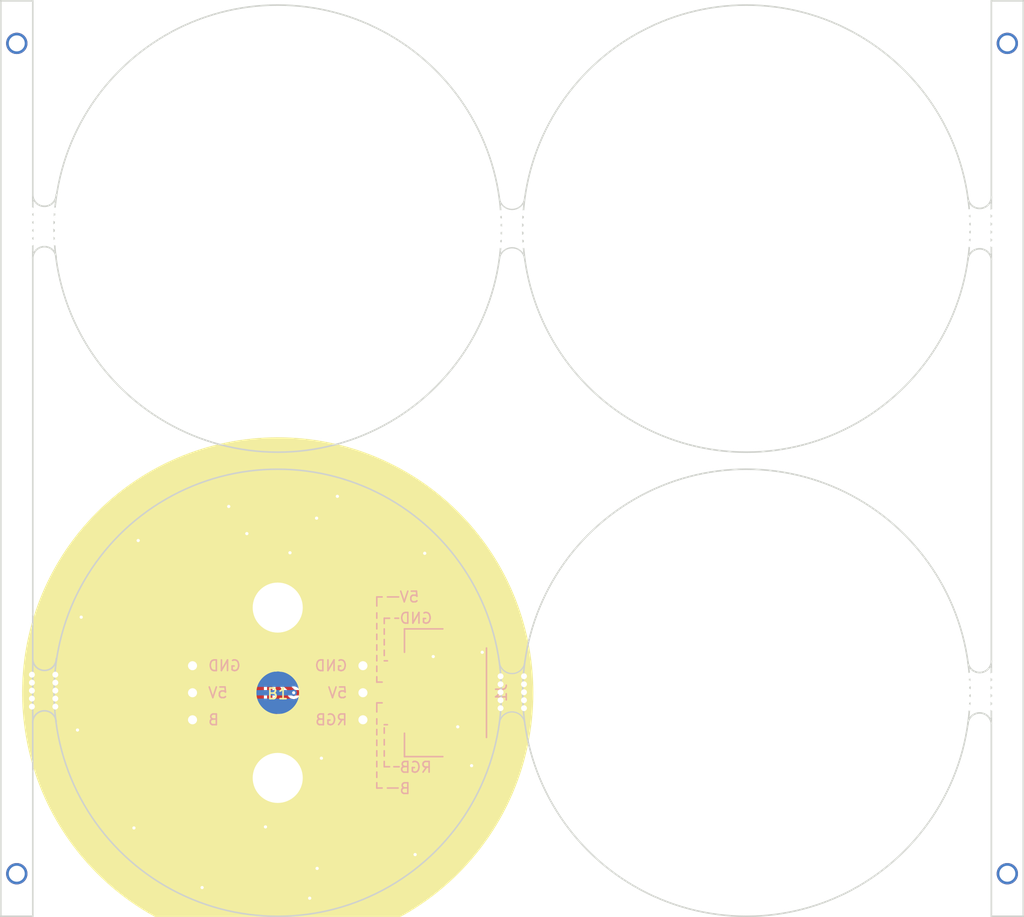
<source format=kicad_pcb>
(kicad_pcb (version 20171130) (host pcbnew "(5.1.9)-1")

  (general
    (thickness 1.6)
    (drawings 83)
    (tracks 169)
    (zones 0)
    (modules 32)
    (nets 17)
  )

  (page A4)
  (layers
    (0 F.Cu signal)
    (31 B.Cu signal)
    (32 B.Adhes user)
    (33 F.Adhes user)
    (34 B.Paste user)
    (35 F.Paste user)
    (36 B.SilkS user)
    (37 F.SilkS user hide)
    (38 B.Mask user)
    (39 F.Mask user)
    (40 Dwgs.User user)
    (41 Cmts.User user)
    (42 Eco1.User user)
    (43 Eco2.User user)
    (44 Edge.Cuts user)
    (45 Margin user)
    (46 B.CrtYd user)
    (47 F.CrtYd user)
    (48 B.Fab user)
    (49 F.Fab user)
  )

  (setup
    (last_trace_width 0.25)
    (trace_clearance 0.2)
    (zone_clearance 0.3)
    (zone_45_only no)
    (trace_min 0.2)
    (via_size 0.6)
    (via_drill 0.3)
    (via_min_size 0.4)
    (via_min_drill 0.3)
    (uvia_size 0.3)
    (uvia_drill 0.1)
    (uvias_allowed no)
    (uvia_min_size 0.2)
    (uvia_min_drill 0.1)
    (edge_width 0.05)
    (segment_width 0.2)
    (pcb_text_width 0.3)
    (pcb_text_size 1.5 1.5)
    (mod_edge_width 0.12)
    (mod_text_size 1 1)
    (mod_text_width 0.15)
    (pad_size 1.524 1.524)
    (pad_drill 0.762)
    (pad_to_mask_clearance 0.051)
    (solder_mask_min_width 0.25)
    (aux_axis_origin 76 114)
    (visible_elements 7FF9FFFF)
    (pcbplotparams
      (layerselection 0x010fc_ffffffff)
      (usegerberextensions false)
      (usegerberattributes false)
      (usegerberadvancedattributes false)
      (creategerberjobfile false)
      (excludeedgelayer true)
      (linewidth 0.200000)
      (plotframeref false)
      (viasonmask false)
      (mode 1)
      (useauxorigin false)
      (hpglpennumber 1)
      (hpglpenspeed 20)
      (hpglpendiameter 15.000000)
      (psnegative false)
      (psa4output false)
      (plotreference false)
      (plotvalue false)
      (plotinvisibletext false)
      (padsonsilk false)
      (subtractmaskfromsilk false)
      (outputformat 1)
      (mirror false)
      (drillshape 0)
      (scaleselection 1)
      (outputdirectory "灯环/"))
  )

  (net 0 "")
  (net 1 GND)
  (net 2 +5V)
  (net 3 /Button)
  (net 4 /RGB_IN)
  (net 5 "Net-(RGB1-Pad2)")
  (net 6 "Net-(RGB2-Pad2)")
  (net 7 /OUT1)
  (net 8 "Net-(RGB5-Pad2)")
  (net 9 "Net-(RGB6-Pad2)")
  (net 10 "Net-(RGB10-Pad4)")
  (net 11 "Net-(RGB10-Pad2)")
  (net 12 "Net-(RGB3-Pad2)")
  (net 13 "Net-(RGB7-Pad2)")
  (net 14 /OUT2)
  (net 15 /OUT3)
  (net 16 "Net-(RGB11-Pad2)")

  (net_class Default 这是默认网络类。
    (clearance 0.2)
    (trace_width 0.25)
    (via_dia 0.6)
    (via_drill 0.3)
    (uvia_dia 0.3)
    (uvia_drill 0.1)
    (add_net +5V)
    (add_net /Button)
    (add_net /OUT1)
    (add_net /OUT2)
    (add_net /OUT3)
    (add_net /RGB_IN)
    (add_net GND)
    (add_net "Net-(RGB1-Pad2)")
    (add_net "Net-(RGB10-Pad2)")
    (add_net "Net-(RGB10-Pad4)")
    (add_net "Net-(RGB11-Pad2)")
    (add_net "Net-(RGB2-Pad2)")
    (add_net "Net-(RGB3-Pad2)")
    (add_net "Net-(RGB5-Pad2)")
    (add_net "Net-(RGB6-Pad2)")
    (add_net "Net-(RGB7-Pad2)")
  )

  (module MECHAICAL:Hole-0.55mm-1mm-pitch-5x2 (layer F.Cu) (tedit 619DB094) (tstamp 619DB808)
    (at 80.05 49.2 90)
    (fp_text reference REF** (at 0 -2.4 90) (layer F.SilkS) hide
      (effects (font (size 1 1) (thickness 0.15)))
    )
    (fp_text value Hole-0.55mm-1mm-pitch-5x2 (at 0 2.5 90) (layer F.Fab)
      (effects (font (size 1 1) (thickness 0.15)))
    )
    (pad "" np_thru_hole circle (at 1.5 1.07 90) (size 0.55 0.55) (drill 0.55) (layers *.Cu *.Mask))
    (pad "" np_thru_hole circle (at -1.5 1.07 90) (size 0.55 0.55) (drill 0.55) (layers *.Cu *.Mask))
    (pad "" np_thru_hole circle (at -1.5 -1.13 90) (size 0.55 0.55) (drill 0.55) (layers *.Cu *.Mask))
    (pad "" np_thru_hole circle (at 1.5 -1.13 90) (size 0.55 0.55) (drill 0.55) (layers *.Cu *.Mask))
    (pad "" np_thru_hole circle (at -0.75 1.07 90) (size 0.55 0.55) (drill 0.55) (layers *.Cu *.Mask))
    (pad "" np_thru_hole circle (at 0 1.07 90) (size 0.55 0.55) (drill 0.55) (layers *.Cu *.Mask))
    (pad "" np_thru_hole circle (at 0.75 1.07 90) (size 0.55 0.55) (drill 0.55) (layers *.Cu *.Mask))
    (pad "" np_thru_hole circle (at 0.75 -1.13 90) (size 0.55 0.55) (drill 0.55) (layers *.Cu *.Mask))
    (pad "" np_thru_hole circle (at 0 -1.13 90) (size 0.55 0.55) (drill 0.55) (layers *.Cu *.Mask))
    (pad "" np_thru_hole circle (at -0.75 -1.13 90) (size 0.55 0.55) (drill 0.55) (layers *.Cu *.Mask))
  )

  (module MECHAICAL:Hole-0.55mm-1mm-pitch-5x2 (layer F.Cu) (tedit 619DB094) (tstamp 619DB68D)
    (at 124.05 49.45 90)
    (fp_text reference REF** (at 0 -2.4 90) (layer F.SilkS) hide
      (effects (font (size 1 1) (thickness 0.15)))
    )
    (fp_text value Hole-0.55mm-1mm-pitch-5x2 (at 0 2.5 90) (layer F.Fab)
      (effects (font (size 1 1) (thickness 0.15)))
    )
    (pad "" np_thru_hole circle (at 1.5 1.07 90) (size 0.55 0.55) (drill 0.55) (layers *.Cu *.Mask))
    (pad "" np_thru_hole circle (at -1.5 1.07 90) (size 0.55 0.55) (drill 0.55) (layers *.Cu *.Mask))
    (pad "" np_thru_hole circle (at -1.5 -1.13 90) (size 0.55 0.55) (drill 0.55) (layers *.Cu *.Mask))
    (pad "" np_thru_hole circle (at 1.5 -1.13 90) (size 0.55 0.55) (drill 0.55) (layers *.Cu *.Mask))
    (pad "" np_thru_hole circle (at -0.75 1.07 90) (size 0.55 0.55) (drill 0.55) (layers *.Cu *.Mask))
    (pad "" np_thru_hole circle (at 0 1.07 90) (size 0.55 0.55) (drill 0.55) (layers *.Cu *.Mask))
    (pad "" np_thru_hole circle (at 0.75 1.07 90) (size 0.55 0.55) (drill 0.55) (layers *.Cu *.Mask))
    (pad "" np_thru_hole circle (at 0.75 -1.13 90) (size 0.55 0.55) (drill 0.55) (layers *.Cu *.Mask))
    (pad "" np_thru_hole circle (at 0 -1.13 90) (size 0.55 0.55) (drill 0.55) (layers *.Cu *.Mask))
    (pad "" np_thru_hole circle (at -0.75 -1.13 90) (size 0.55 0.55) (drill 0.55) (layers *.Cu *.Mask))
  )

  (module MECHAICAL:Hole-0.55mm-1mm-pitch-5x2 (layer F.Cu) (tedit 619DB094) (tstamp 619DB68D)
    (at 168.05 49.35 90)
    (fp_text reference REF** (at 0 -2.4 90) (layer F.SilkS) hide
      (effects (font (size 1 1) (thickness 0.15)))
    )
    (fp_text value Hole-0.55mm-1mm-pitch-5x2 (at 0 2.5 90) (layer F.Fab)
      (effects (font (size 1 1) (thickness 0.15)))
    )
    (pad "" np_thru_hole circle (at 1.5 1.07 90) (size 0.55 0.55) (drill 0.55) (layers *.Cu *.Mask))
    (pad "" np_thru_hole circle (at -1.5 1.07 90) (size 0.55 0.55) (drill 0.55) (layers *.Cu *.Mask))
    (pad "" np_thru_hole circle (at -1.5 -1.13 90) (size 0.55 0.55) (drill 0.55) (layers *.Cu *.Mask))
    (pad "" np_thru_hole circle (at 1.5 -1.13 90) (size 0.55 0.55) (drill 0.55) (layers *.Cu *.Mask))
    (pad "" np_thru_hole circle (at -0.75 1.07 90) (size 0.55 0.55) (drill 0.55) (layers *.Cu *.Mask))
    (pad "" np_thru_hole circle (at 0 1.07 90) (size 0.55 0.55) (drill 0.55) (layers *.Cu *.Mask))
    (pad "" np_thru_hole circle (at 0.75 1.07 90) (size 0.55 0.55) (drill 0.55) (layers *.Cu *.Mask))
    (pad "" np_thru_hole circle (at 0.75 -1.13 90) (size 0.55 0.55) (drill 0.55) (layers *.Cu *.Mask))
    (pad "" np_thru_hole circle (at 0 -1.13 90) (size 0.55 0.55) (drill 0.55) (layers *.Cu *.Mask))
    (pad "" np_thru_hole circle (at -0.75 -1.13 90) (size 0.55 0.55) (drill 0.55) (layers *.Cu *.Mask))
  )

  (module MECHAICAL:Hole-0.55mm-1mm-pitch-5x2 (layer F.Cu) (tedit 619DB094) (tstamp 619DB68D)
    (at 168.05 92.9 90)
    (fp_text reference REF** (at 0 -2.4 90) (layer F.SilkS) hide
      (effects (font (size 1 1) (thickness 0.15)))
    )
    (fp_text value Hole-0.55mm-1mm-pitch-5x2 (at 0 2.5 90) (layer F.Fab)
      (effects (font (size 1 1) (thickness 0.15)))
    )
    (pad "" np_thru_hole circle (at 1.5 1.07 90) (size 0.55 0.55) (drill 0.55) (layers *.Cu *.Mask))
    (pad "" np_thru_hole circle (at -1.5 1.07 90) (size 0.55 0.55) (drill 0.55) (layers *.Cu *.Mask))
    (pad "" np_thru_hole circle (at -1.5 -1.13 90) (size 0.55 0.55) (drill 0.55) (layers *.Cu *.Mask))
    (pad "" np_thru_hole circle (at 1.5 -1.13 90) (size 0.55 0.55) (drill 0.55) (layers *.Cu *.Mask))
    (pad "" np_thru_hole circle (at -0.75 1.07 90) (size 0.55 0.55) (drill 0.55) (layers *.Cu *.Mask))
    (pad "" np_thru_hole circle (at 0 1.07 90) (size 0.55 0.55) (drill 0.55) (layers *.Cu *.Mask))
    (pad "" np_thru_hole circle (at 0.75 1.07 90) (size 0.55 0.55) (drill 0.55) (layers *.Cu *.Mask))
    (pad "" np_thru_hole circle (at 0.75 -1.13 90) (size 0.55 0.55) (drill 0.55) (layers *.Cu *.Mask))
    (pad "" np_thru_hole circle (at 0 -1.13 90) (size 0.55 0.55) (drill 0.55) (layers *.Cu *.Mask))
    (pad "" np_thru_hole circle (at -0.75 -1.13 90) (size 0.55 0.55) (drill 0.55) (layers *.Cu *.Mask))
  )

  (module MECHAICAL:Hole-0.55mm-1mm-pitch-5x2 (layer F.Cu) (tedit 619DB094) (tstamp 619DB68D)
    (at 124.05 92.95 90)
    (fp_text reference REF** (at 0 -2.4 90) (layer F.SilkS) hide
      (effects (font (size 1 1) (thickness 0.15)))
    )
    (fp_text value Hole-0.55mm-1mm-pitch-5x2 (at 0 2.5 90) (layer F.Fab)
      (effects (font (size 1 1) (thickness 0.15)))
    )
    (pad "" np_thru_hole circle (at 1.5 1.07 90) (size 0.55 0.55) (drill 0.55) (layers *.Cu *.Mask))
    (pad "" np_thru_hole circle (at -1.5 1.07 90) (size 0.55 0.55) (drill 0.55) (layers *.Cu *.Mask))
    (pad "" np_thru_hole circle (at -1.5 -1.13 90) (size 0.55 0.55) (drill 0.55) (layers *.Cu *.Mask))
    (pad "" np_thru_hole circle (at 1.5 -1.13 90) (size 0.55 0.55) (drill 0.55) (layers *.Cu *.Mask))
    (pad "" np_thru_hole circle (at -0.75 1.07 90) (size 0.55 0.55) (drill 0.55) (layers *.Cu *.Mask))
    (pad "" np_thru_hole circle (at 0 1.07 90) (size 0.55 0.55) (drill 0.55) (layers *.Cu *.Mask))
    (pad "" np_thru_hole circle (at 0.75 1.07 90) (size 0.55 0.55) (drill 0.55) (layers *.Cu *.Mask))
    (pad "" np_thru_hole circle (at 0.75 -1.13 90) (size 0.55 0.55) (drill 0.55) (layers *.Cu *.Mask))
    (pad "" np_thru_hole circle (at 0 -1.13 90) (size 0.55 0.55) (drill 0.55) (layers *.Cu *.Mask))
    (pad "" np_thru_hole circle (at -0.75 -1.13 90) (size 0.55 0.55) (drill 0.55) (layers *.Cu *.Mask))
  )

  (module MECHAICAL:Hole-0.55mm-1mm-pitch-5x2 (layer F.Cu) (tedit 619DB094) (tstamp 619DB16E)
    (at 80.05 92.8 90)
    (fp_text reference REF** (at 0 -2.4 90) (layer F.SilkS) hide
      (effects (font (size 1 1) (thickness 0.15)))
    )
    (fp_text value Hole-0.55mm-1mm-pitch-5x2 (at 0 2.5 90) (layer F.Fab)
      (effects (font (size 1 1) (thickness 0.15)))
    )
    (pad "" np_thru_hole circle (at -0.75 -1.13 90) (size 0.55 0.55) (drill 0.55) (layers *.Cu *.Mask))
    (pad "" np_thru_hole circle (at 0 -1.13 90) (size 0.55 0.55) (drill 0.55) (layers *.Cu *.Mask))
    (pad "" np_thru_hole circle (at 0.75 -1.13 90) (size 0.55 0.55) (drill 0.55) (layers *.Cu *.Mask))
    (pad "" np_thru_hole circle (at 0.75 1.07 90) (size 0.55 0.55) (drill 0.55) (layers *.Cu *.Mask))
    (pad "" np_thru_hole circle (at 0 1.07 90) (size 0.55 0.55) (drill 0.55) (layers *.Cu *.Mask))
    (pad "" np_thru_hole circle (at -0.75 1.07 90) (size 0.55 0.55) (drill 0.55) (layers *.Cu *.Mask))
    (pad "" np_thru_hole circle (at 1.5 -1.13 90) (size 0.55 0.55) (drill 0.55) (layers *.Cu *.Mask))
    (pad "" np_thru_hole circle (at -1.5 -1.13 90) (size 0.55 0.55) (drill 0.55) (layers *.Cu *.Mask))
    (pad "" np_thru_hole circle (at -1.5 1.07 90) (size 0.55 0.55) (drill 0.55) (layers *.Cu *.Mask))
    (pad "" np_thru_hole circle (at 1.5 1.07 90) (size 0.55 0.55) (drill 0.55) (layers *.Cu *.Mask))
  )

  (module SMD:R_0603 (layer F.Cu) (tedit 5DDE2219) (tstamp 5FC8A4BC)
    (at 102 88.8 180)
    (descr "Resistor SMD 0603, reflow soldering, Vishay (see dcrcw.pdf)")
    (tags "resistor 0603")
    (path /5F4AB5D6)
    (attr smd)
    (fp_text reference R1 (at 0 -1.7) (layer F.SilkS)
      (effects (font (size 1 1) (thickness 0.15)))
    )
    (fp_text value 4.7K (at 0 1.8) (layer F.Fab)
      (effects (font (size 1 1) (thickness 0.15)))
    )
    (fp_line (start 1.1 -0.6) (end 1.1 0.6) (layer F.SilkS) (width 0.1))
    (fp_line (start -1.1 -0.6) (end -1.1 0.6) (layer F.SilkS) (width 0.1))
    (fp_line (start -0.8 0.4) (end -0.8 -0.4) (layer F.Fab) (width 0.1))
    (fp_line (start 0.8 0.4) (end -0.8 0.4) (layer F.Fab) (width 0.1))
    (fp_line (start 0.8 -0.4) (end 0.8 0.4) (layer F.Fab) (width 0.1))
    (fp_line (start -0.8 -0.4) (end 0.8 -0.4) (layer F.Fab) (width 0.1))
    (fp_line (start 1.1 0.6) (end -1.1 0.6) (layer F.SilkS) (width 0.1))
    (fp_line (start -1.1 -0.6) (end 1.1 -0.6) (layer F.SilkS) (width 0.1))
    (fp_line (start -1.25 -0.7) (end 1.25 -0.7) (layer F.CrtYd) (width 0.05))
    (fp_line (start -1.25 -0.7) (end -1.25 0.7) (layer F.CrtYd) (width 0.05))
    (fp_line (start 1.25 0.7) (end 1.25 -0.7) (layer F.CrtYd) (width 0.05))
    (fp_line (start 1.25 0.7) (end -1.25 0.7) (layer F.CrtYd) (width 0.05))
    (fp_text user %R (at 0 0) (layer F.Fab)
      (effects (font (size 0.4 0.4) (thickness 0.075)))
    )
    (pad 2 smd rect (at 0.75 0 180) (size 0.5 0.9) (layers F.Cu F.Paste F.Mask)
      (net 3 /Button))
    (pad 1 smd rect (at -0.75 0 180) (size 0.5 0.9) (layers F.Cu F.Paste F.Mask)
      (net 2 +5V))
    (model ${KISYS3DMOD}/Resistors_SMD.3dshapes/R_0603.wrl
      (at (xyz 0 0 0))
      (scale (xyz 1 1 1))
      (rotate (xyz 0 0 0))
    )
    (model ${KISYS3DMOD}/Resistor_SMD.3dshapes/R_0603_1608Metric.wrl
      (at (xyz 0 0 0))
      (scale (xyz 1 1 1))
      (rotate (xyz 0 0 0))
    )
  )

  (module MECHAICAL:Hole-3x5mm-2 (layer F.Cu) (tedit 5FC8893A) (tstamp 5FC893D7)
    (at 102 93 180)
    (fp_text reference Ref** (at -0.05 -3.25 180) (layer F.SilkS)
      (effects (font (size 1 1) (thickness 0.15)))
    )
    (fp_text value Hole-3x5mm-2 (at 0.1 11.8 180) (layer F.Fab)
      (effects (font (size 1 1) (thickness 0.15)))
    )
    (pad "" thru_hole circle (at 0 8 180) (size 5 5) (drill 4.7) (layers *.Cu *.Mask))
    (pad "" thru_hole circle (at 0 -8 180) (size 5 5) (drill 4.7) (layers *.Cu *.Mask))
  )

  (module "SMD:Button_6 x 6" (layer F.Cu) (tedit 5F3CF117) (tstamp 5F3CA5CA)
    (at 102 93)
    (path /5F47A9B0)
    (fp_text reference B1 (at 0 0.1) (layer F.SilkS)
      (effects (font (size 1 1) (thickness 0.15)))
    )
    (fp_text value Button_2 (at 0 -3.7) (layer F.Fab)
      (effects (font (size 1 1) (thickness 0.15)))
    )
    (fp_line (start -3 -3) (end 3 -3) (layer F.SilkS) (width 0.15))
    (fp_line (start 3 -3) (end 3 3) (layer F.SilkS) (width 0.15))
    (fp_line (start 3 3) (end -3 3) (layer F.SilkS) (width 0.15))
    (fp_line (start -3 -3) (end -3 3) (layer F.SilkS) (width 0.15))
    (pad 4 smd rect (at 4.1 2.25) (size 1.8 1.4) (layers F.Cu F.Paste F.Mask)
      (net 3 /Button))
    (pad 3 smd rect (at -4.1 2.25) (size 1.8 1.4) (layers F.Cu F.Paste F.Mask)
      (net 3 /Button))
    (pad 2 smd rect (at 4.1 -2.25) (size 1.8 1.4) (layers F.Cu F.Paste F.Mask)
      (net 1 GND))
    (pad 1 smd rect (at -4.1 -2.25) (size 1.8 1.4) (layers F.Cu F.Paste F.Mask)
      (net 1 GND))
  )

  (module MECHAICAL:65mHold (layer F.Cu) (tedit 5D493B59) (tstamp 5F7411C7)
    (at 170.5 40)
    (fp_text reference REF** (at 0 -1.5) (layer F.SilkS) hide
      (effects (font (size 1 1) (thickness 0.15)))
    )
    (fp_text value 65mHold (at 0 2) (layer F.Fab)
      (effects (font (size 1 1) (thickness 0.15)))
    )
    (pad "" np_thru_hole circle (at 0 0) (size 1.65 1.65) (drill 1.65) (layers *.Cu *.Mask))
  )

  (module MECHAICAL:Hole-3x4mm (layer F.Cu) (tedit 5D493B0B) (tstamp 5F7411C3)
    (at 170.5 110 180)
    (fp_text reference REF** (at 0.05 -2.8) (layer F.SilkS) hide
      (effects (font (size 1 1) (thickness 0.15)))
    )
    (fp_text value Hole-3x4mm (at -0.05 3) (layer F.Fab)
      (effects (font (size 1 1) (thickness 0.15)))
    )
    (pad "" thru_hole circle (at 0 0 180) (size 2 2) (drill 1.5) (layers *.Cu *.Mask))
  )

  (module MECHAICAL:Hole-3x4mm (layer F.Cu) (tedit 5D493B0B) (tstamp 5F7411BF)
    (at 170.5 32)
    (fp_text reference REF** (at 0.05 -2.8) (layer F.SilkS) hide
      (effects (font (size 1 1) (thickness 0.15)))
    )
    (fp_text value Hole-3x4mm (at -0.05 3) (layer F.Fab)
      (effects (font (size 1 1) (thickness 0.15)))
    )
    (pad "" thru_hole circle (at 0 0) (size 2 2) (drill 1.5) (layers *.Cu *.Mask))
  )

  (module MECHAICAL:65mHold (layer F.Cu) (tedit 5D493B59) (tstamp 5F7411B7)
    (at 170.5 102 180)
    (fp_text reference REF** (at 0 -1.5) (layer F.SilkS) hide
      (effects (font (size 1 1) (thickness 0.15)))
    )
    (fp_text value 65mHold (at 0 2) (layer F.Fab)
      (effects (font (size 1 1) (thickness 0.15)))
    )
    (pad "" np_thru_hole circle (at 0 0 180) (size 1.65 1.65) (drill 1.65) (layers *.Cu *.Mask))
  )

  (module MECHAICAL:Hole-3x4mm (layer F.Cu) (tedit 5D493B0B) (tstamp 5F740511)
    (at 77.5 32)
    (fp_text reference REF** (at 0.05 -2.8) (layer F.SilkS) hide
      (effects (font (size 1 1) (thickness 0.15)))
    )
    (fp_text value Hole-3x4mm (at -0.05 3) (layer F.Fab)
      (effects (font (size 1 1) (thickness 0.15)))
    )
    (pad "" thru_hole circle (at 0 0) (size 2 2) (drill 1.5) (layers *.Cu *.Mask))
  )

  (module MECHAICAL:65mHold (layer F.Cu) (tedit 5D493B59) (tstamp 5F74050D)
    (at 77.5 40)
    (fp_text reference REF** (at 0 -1.5) (layer F.SilkS) hide
      (effects (font (size 1 1) (thickness 0.15)))
    )
    (fp_text value 65mHold (at 0 2) (layer F.Fab)
      (effects (font (size 1 1) (thickness 0.15)))
    )
    (pad "" np_thru_hole circle (at 0 0) (size 1.65 1.65) (drill 1.65) (layers *.Cu *.Mask))
  )

  (module MECHAICAL:Hole-3x4mm (layer F.Cu) (tedit 5D493B0B) (tstamp 5F740511)
    (at 77.5 110 180)
    (fp_text reference REF** (at 0.05 -2.8) (layer F.SilkS) hide
      (effects (font (size 1 1) (thickness 0.15)))
    )
    (fp_text value Hole-3x4mm (at -0.05 3) (layer F.Fab)
      (effects (font (size 1 1) (thickness 0.15)))
    )
    (pad "" thru_hole circle (at 0 0 180) (size 2 2) (drill 1.5) (layers *.Cu *.Mask))
  )

  (module MECHAICAL:65mHold (layer F.Cu) (tedit 5D493B59) (tstamp 5F74050D)
    (at 77.5 102 180)
    (fp_text reference REF** (at 0 -1.5) (layer F.SilkS) hide
      (effects (font (size 1 1) (thickness 0.15)))
    )
    (fp_text value 65mHold (at 0 2) (layer F.Fab)
      (effects (font (size 1 1) (thickness 0.15)))
    )
    (pad "" np_thru_hole circle (at 0 0 180) (size 1.65 1.65) (drill 1.65) (layers *.Cu *.Mask))
  )

  (module SMD:New_LED_FGGWS3535-2812 locked (layer F.Cu) (tedit 5EB4D80B) (tstamp 5F3CA760)
    (at 111 108.6 30)
    (path /5F462FDD)
    (fp_text reference RGB6 (at 0.05 -2.8 30) (layer F.SilkS)
      (effects (font (size 0.8 0.8) (thickness 0.15)))
    )
    (fp_text value WS2812 (at 0.01 3.8 30) (layer F.Fab)
      (effects (font (size 1 1) (thickness 0.15)))
    )
    (fp_line (start 2.35 -1.85) (end -2.35 -1.85) (layer F.CrtYd) (width 0.05))
    (fp_line (start 2.35 1.85) (end 2.35 -1.85) (layer F.CrtYd) (width 0.05))
    (fp_line (start -2.35 1.85) (end 2.35 1.85) (layer F.CrtYd) (width 0.05))
    (fp_line (start -2.35 -1.85) (end -2.35 1.85) (layer F.CrtYd) (width 0.05))
    (fp_line (start 1.5 0.5) (end 0.5 1.5) (layer F.Fab) (width 0.1))
    (fp_line (start -1.5 -1.5) (end -1.5 1.5) (layer F.Fab) (width 0.1))
    (fp_line (start -1.5 1.5) (end 1.5 1.5) (layer F.Fab) (width 0.1))
    (fp_line (start 1.5 1.5) (end 1.5 -1.5) (layer F.Fab) (width 0.1))
    (fp_line (start 1.5 -1.5) (end -1.5 -1.5) (layer F.Fab) (width 0.1))
    (fp_line (start -2.24 -1.75) (end 2.24 -1.75) (layer F.SilkS) (width 0.12))
    (fp_line (start -2.24 1.75) (end 2.24 1.75) (layer F.SilkS) (width 0.12))
    (fp_circle (center 0 0) (end 1 0) (layer F.Fab) (width 0.1))
    (fp_line (start 2.24 1.75) (end 2.24 -1.75) (layer F.SilkS) (width 0.12))
    (fp_line (start -2.24 -1.75) (end -2.24 1.75) (layer F.SilkS) (width 0.12))
    (fp_line (start 0 -1.7) (end 2.2 0) (layer F.SilkS) (width 0.12))
    (pad 1 smd rect (at -1.12 -1.09 300) (size 2.1 1.1) (layers F.Cu F.Paste F.Mask)
      (net 2 +5V))
    (pad 3 smd rect (at 1.18 1.14 120) (size 2 0.9) (layers F.Cu F.Paste F.Mask)
      (net 1 GND))
    (pad 4 smd rect (at 1.19 -1.34 120) (size 1.6 0.9) (layers F.Cu F.Paste F.Mask)
      (net 8 "Net-(RGB5-Pad2)"))
    (pad 2 smd rect (at -1.12 1.49 300) (size 1.3 1.1) (layers F.Cu F.Paste F.Mask)
      (net 9 "Net-(RGB6-Pad2)"))
  )

  (module SMD:LED_FGGWS3535-2812 locked (layer F.Cu) (tedit 5EB4D7BC) (tstamp 5F73FD8C)
    (at 93 77.4 210)
    (descr http://www.world-semi.com/uploads/soft/150522/1-150522091P5.pdf)
    (tags "LED NeoPixel")
    (path /5F47475D)
    (attr smd)
    (fp_text reference RGB12 (at 0.05 -2.8 30) (layer F.SilkS)
      (effects (font (size 0.8 0.8) (thickness 0.15)))
    )
    (fp_text value WS2812 (at 0.01 3.8 30) (layer F.Fab)
      (effects (font (size 1 1) (thickness 0.15)))
    )
    (fp_line (start 0 -1.7) (end 2.2 0) (layer F.SilkS) (width 0.12))
    (fp_line (start -2.24 -1.75) (end -2.24 1.75) (layer F.SilkS) (width 0.12))
    (fp_line (start 2.24 1.75) (end 2.24 -1.75) (layer F.SilkS) (width 0.12))
    (fp_circle (center 0 0) (end 1 0) (layer F.Fab) (width 0.1))
    (fp_line (start -2.24 1.75) (end 2.24 1.75) (layer F.SilkS) (width 0.12))
    (fp_line (start -2.24 -1.75) (end 2.24 -1.75) (layer F.SilkS) (width 0.12))
    (fp_line (start 1.5 -1.5) (end -1.5 -1.5) (layer F.Fab) (width 0.1))
    (fp_line (start 1.5 1.5) (end 1.5 -1.5) (layer F.Fab) (width 0.1))
    (fp_line (start -1.5 1.5) (end 1.5 1.5) (layer F.Fab) (width 0.1))
    (fp_line (start -1.5 -1.5) (end -1.5 1.5) (layer F.Fab) (width 0.1))
    (fp_line (start 1.5 0.5) (end 0.5 1.5) (layer F.Fab) (width 0.1))
    (fp_line (start -2.35 -1.85) (end -2.35 1.85) (layer F.CrtYd) (width 0.05))
    (fp_line (start -2.35 1.85) (end 2.35 1.85) (layer F.CrtYd) (width 0.05))
    (fp_line (start 2.35 1.85) (end 2.35 -1.85) (layer F.CrtYd) (width 0.05))
    (fp_line (start 2.35 -1.85) (end -2.35 -1.85) (layer F.CrtYd) (width 0.05))
    (pad 1 smd rect (at -1.12 -1.09 120) (size 2.1 1.1) (layers F.Cu F.Paste F.Mask)
      (net 2 +5V))
    (pad 2 smd rect (at -1.12 1.49 120) (size 1.3 1.1) (layers F.Cu F.Paste F.Mask)
      (net 15 /OUT3))
    (pad 4 smd rect (at 1.19 -1.34 300) (size 1.6 0.9) (layers F.Cu F.Paste F.Mask)
      (net 16 "Net-(RGB11-Pad2)"))
    (pad 3 smd rect (at 1.18 1.14 300) (size 2 0.9) (layers F.Cu F.Paste F.Mask)
      (net 1 GND))
    (model ${KISYS3DMOD}/LEDs.3dshapes/LED_WS2812B-PLCC4.wrl
      (at (xyz 0 0 0))
      (scale (xyz 0.39 0.39 0.39))
      (rotate (xyz 0 0 180))
    )
  )

  (module SMD:LED_FGGWS3535-2812 locked (layer F.Cu) (tedit 5EB4D7BC) (tstamp 5F3CA7D3)
    (at 86.4 84 240)
    (descr http://www.world-semi.com/uploads/soft/150522/1-150522091P5.pdf)
    (tags "LED NeoPixel")
    (path /5F47473E)
    (attr smd)
    (fp_text reference RGB11 (at 0.05 -2.8 60) (layer F.SilkS)
      (effects (font (size 0.8 0.8) (thickness 0.15)))
    )
    (fp_text value WS2812 (at 0.01 3.8 60) (layer F.Fab)
      (effects (font (size 1 1) (thickness 0.15)))
    )
    (fp_line (start 0 -1.7) (end 2.2 0) (layer F.SilkS) (width 0.12))
    (fp_line (start -2.24 -1.75) (end -2.24 1.75) (layer F.SilkS) (width 0.12))
    (fp_line (start 2.24 1.75) (end 2.24 -1.75) (layer F.SilkS) (width 0.12))
    (fp_circle (center 0 0) (end 1 0) (layer F.Fab) (width 0.1))
    (fp_line (start -2.24 1.75) (end 2.24 1.75) (layer F.SilkS) (width 0.12))
    (fp_line (start -2.24 -1.75) (end 2.24 -1.75) (layer F.SilkS) (width 0.12))
    (fp_line (start 1.5 -1.5) (end -1.5 -1.5) (layer F.Fab) (width 0.1))
    (fp_line (start 1.5 1.5) (end 1.5 -1.5) (layer F.Fab) (width 0.1))
    (fp_line (start -1.5 1.5) (end 1.5 1.5) (layer F.Fab) (width 0.1))
    (fp_line (start -1.5 -1.5) (end -1.5 1.5) (layer F.Fab) (width 0.1))
    (fp_line (start 1.5 0.5) (end 0.5 1.5) (layer F.Fab) (width 0.1))
    (fp_line (start -2.35 -1.85) (end -2.35 1.85) (layer F.CrtYd) (width 0.05))
    (fp_line (start -2.35 1.85) (end 2.35 1.85) (layer F.CrtYd) (width 0.05))
    (fp_line (start 2.35 1.85) (end 2.35 -1.85) (layer F.CrtYd) (width 0.05))
    (fp_line (start 2.35 -1.85) (end -2.35 -1.85) (layer F.CrtYd) (width 0.05))
    (pad 1 smd rect (at -1.12 -1.09 150) (size 2.1 1.1) (layers F.Cu F.Paste F.Mask)
      (net 2 +5V))
    (pad 2 smd rect (at -1.12 1.49 150) (size 1.3 1.1) (layers F.Cu F.Paste F.Mask)
      (net 16 "Net-(RGB11-Pad2)"))
    (pad 4 smd rect (at 1.19 -1.34 330) (size 1.6 0.9) (layers F.Cu F.Paste F.Mask)
      (net 11 "Net-(RGB10-Pad2)"))
    (pad 3 smd rect (at 1.18 1.14 330) (size 2 0.9) (layers F.Cu F.Paste F.Mask)
      (net 1 GND))
    (model ${KISYS3DMOD}/LEDs.3dshapes/LED_WS2812B-PLCC4.wrl
      (at (xyz 0 0 0))
      (scale (xyz 0.39 0.39 0.39))
      (rotate (xyz 0 0 180))
    )
  )

  (module SMD:LED_FGGWS3535-2812 locked (layer F.Cu) (tedit 5EB4D7BC) (tstamp 5F3CA7BC)
    (at 84 93 270)
    (descr http://www.world-semi.com/uploads/soft/150522/1-150522091P5.pdf)
    (tags "LED NeoPixel")
    (path /5F474720)
    (attr smd)
    (fp_text reference RGB10 (at 0.05 -2.8 90) (layer F.SilkS)
      (effects (font (size 0.8 0.8) (thickness 0.15)))
    )
    (fp_text value WS2812 (at 0.01 3.8 90) (layer F.Fab)
      (effects (font (size 1 1) (thickness 0.15)))
    )
    (fp_line (start 0 -1.7) (end 2.2 0) (layer F.SilkS) (width 0.12))
    (fp_line (start -2.24 -1.75) (end -2.24 1.75) (layer F.SilkS) (width 0.12))
    (fp_line (start 2.24 1.75) (end 2.24 -1.75) (layer F.SilkS) (width 0.12))
    (fp_circle (center 0 0) (end 1 0) (layer F.Fab) (width 0.1))
    (fp_line (start -2.24 1.75) (end 2.24 1.75) (layer F.SilkS) (width 0.12))
    (fp_line (start -2.24 -1.75) (end 2.24 -1.75) (layer F.SilkS) (width 0.12))
    (fp_line (start 1.5 -1.5) (end -1.5 -1.5) (layer F.Fab) (width 0.1))
    (fp_line (start 1.5 1.5) (end 1.5 -1.5) (layer F.Fab) (width 0.1))
    (fp_line (start -1.5 1.5) (end 1.5 1.5) (layer F.Fab) (width 0.1))
    (fp_line (start -1.5 -1.5) (end -1.5 1.5) (layer F.Fab) (width 0.1))
    (fp_line (start 1.5 0.5) (end 0.5 1.5) (layer F.Fab) (width 0.1))
    (fp_line (start -2.35 -1.85) (end -2.35 1.85) (layer F.CrtYd) (width 0.05))
    (fp_line (start -2.35 1.85) (end 2.35 1.85) (layer F.CrtYd) (width 0.05))
    (fp_line (start 2.35 1.85) (end 2.35 -1.85) (layer F.CrtYd) (width 0.05))
    (fp_line (start 2.35 -1.85) (end -2.35 -1.85) (layer F.CrtYd) (width 0.05))
    (pad 1 smd rect (at -1.12 -1.09 180) (size 2.1 1.1) (layers F.Cu F.Paste F.Mask)
      (net 2 +5V))
    (pad 2 smd rect (at -1.12 1.49 180) (size 1.3 1.1) (layers F.Cu F.Paste F.Mask)
      (net 11 "Net-(RGB10-Pad2)"))
    (pad 4 smd rect (at 1.19 -1.34) (size 1.6 0.9) (layers F.Cu F.Paste F.Mask)
      (net 10 "Net-(RGB10-Pad4)"))
    (pad 3 smd rect (at 1.18 1.14) (size 2 0.9) (layers F.Cu F.Paste F.Mask)
      (net 1 GND))
    (model ${KISYS3DMOD}/LEDs.3dshapes/LED_WS2812B-PLCC4.wrl
      (at (xyz 0 0 0))
      (scale (xyz 0.39 0.39 0.39))
      (rotate (xyz 0 0 180))
    )
  )

  (module SMD:LED_FGGWS3535-2812 locked (layer F.Cu) (tedit 5EB4D7BC) (tstamp 5F3CA7A5)
    (at 86.4 102 300)
    (descr http://www.world-semi.com/uploads/soft/150522/1-150522091P5.pdf)
    (tags "LED NeoPixel")
    (path /5F474700)
    (attr smd)
    (fp_text reference RGB9 (at 0.05 -2.8 120) (layer F.SilkS)
      (effects (font (size 0.8 0.8) (thickness 0.15)))
    )
    (fp_text value WS2812 (at 0.01 3.8 120) (layer F.Fab)
      (effects (font (size 1 1) (thickness 0.15)))
    )
    (fp_line (start 0 -1.7) (end 2.2 0) (layer F.SilkS) (width 0.12))
    (fp_line (start -2.24 -1.75) (end -2.24 1.75) (layer F.SilkS) (width 0.12))
    (fp_line (start 2.24 1.75) (end 2.24 -1.75) (layer F.SilkS) (width 0.12))
    (fp_circle (center 0 0) (end 1 0) (layer F.Fab) (width 0.1))
    (fp_line (start -2.24 1.75) (end 2.24 1.75) (layer F.SilkS) (width 0.12))
    (fp_line (start -2.24 -1.75) (end 2.24 -1.75) (layer F.SilkS) (width 0.12))
    (fp_line (start 1.5 -1.5) (end -1.5 -1.5) (layer F.Fab) (width 0.1))
    (fp_line (start 1.5 1.5) (end 1.5 -1.5) (layer F.Fab) (width 0.1))
    (fp_line (start -1.5 1.5) (end 1.5 1.5) (layer F.Fab) (width 0.1))
    (fp_line (start -1.5 -1.5) (end -1.5 1.5) (layer F.Fab) (width 0.1))
    (fp_line (start 1.5 0.5) (end 0.5 1.5) (layer F.Fab) (width 0.1))
    (fp_line (start -2.35 -1.85) (end -2.35 1.85) (layer F.CrtYd) (width 0.05))
    (fp_line (start -2.35 1.85) (end 2.35 1.85) (layer F.CrtYd) (width 0.05))
    (fp_line (start 2.35 1.85) (end 2.35 -1.85) (layer F.CrtYd) (width 0.05))
    (fp_line (start 2.35 -1.85) (end -2.35 -1.85) (layer F.CrtYd) (width 0.05))
    (pad 1 smd rect (at -1.12 -1.09 210) (size 2.1 1.1) (layers F.Cu F.Paste F.Mask)
      (net 2 +5V))
    (pad 2 smd rect (at -1.12 1.49 210) (size 1.3 1.1) (layers F.Cu F.Paste F.Mask)
      (net 10 "Net-(RGB10-Pad4)"))
    (pad 4 smd rect (at 1.19 -1.34 30) (size 1.6 0.9) (layers F.Cu F.Paste F.Mask)
      (net 14 /OUT2))
    (pad 3 smd rect (at 1.18 1.14 30) (size 2 0.9) (layers F.Cu F.Paste F.Mask)
      (net 1 GND))
    (model ${KISYS3DMOD}/LEDs.3dshapes/LED_WS2812B-PLCC4.wrl
      (at (xyz 0 0 0))
      (scale (xyz 0.39 0.39 0.39))
      (rotate (xyz 0 0 180))
    )
  )

  (module SMD:LED_FGGWS3535-2812 locked (layer F.Cu) (tedit 5EB4D7BC) (tstamp 5F3CA78E)
    (at 93 108.6 330)
    (descr http://www.world-semi.com/uploads/soft/150522/1-150522091P5.pdf)
    (tags "LED NeoPixel")
    (path /5F46301A)
    (attr smd)
    (fp_text reference RGB8 (at 0.05 -2.8 150) (layer F.SilkS)
      (effects (font (size 0.8 0.8) (thickness 0.15)))
    )
    (fp_text value WS2812 (at 0.01 3.8 150) (layer F.Fab)
      (effects (font (size 1 1) (thickness 0.15)))
    )
    (fp_line (start 0 -1.7) (end 2.2 0) (layer F.SilkS) (width 0.12))
    (fp_line (start -2.24 -1.75) (end -2.24 1.75) (layer F.SilkS) (width 0.12))
    (fp_line (start 2.24 1.75) (end 2.24 -1.75) (layer F.SilkS) (width 0.12))
    (fp_circle (center 0 0) (end 1 0) (layer F.Fab) (width 0.1))
    (fp_line (start -2.24 1.75) (end 2.24 1.75) (layer F.SilkS) (width 0.12))
    (fp_line (start -2.24 -1.75) (end 2.24 -1.75) (layer F.SilkS) (width 0.12))
    (fp_line (start 1.5 -1.5) (end -1.5 -1.5) (layer F.Fab) (width 0.1))
    (fp_line (start 1.5 1.5) (end 1.5 -1.5) (layer F.Fab) (width 0.1))
    (fp_line (start -1.5 1.5) (end 1.5 1.5) (layer F.Fab) (width 0.1))
    (fp_line (start -1.5 -1.5) (end -1.5 1.5) (layer F.Fab) (width 0.1))
    (fp_line (start 1.5 0.5) (end 0.5 1.5) (layer F.Fab) (width 0.1))
    (fp_line (start -2.35 -1.85) (end -2.35 1.85) (layer F.CrtYd) (width 0.05))
    (fp_line (start -2.35 1.85) (end 2.35 1.85) (layer F.CrtYd) (width 0.05))
    (fp_line (start 2.35 1.85) (end 2.35 -1.85) (layer F.CrtYd) (width 0.05))
    (fp_line (start 2.35 -1.85) (end -2.35 -1.85) (layer F.CrtYd) (width 0.05))
    (pad 1 smd rect (at -1.12 -1.09 240) (size 2.1 1.1) (layers F.Cu F.Paste F.Mask)
      (net 2 +5V))
    (pad 2 smd rect (at -1.12 1.49 240) (size 1.3 1.1) (layers F.Cu F.Paste F.Mask)
      (net 14 /OUT2))
    (pad 4 smd rect (at 1.19 -1.34 60) (size 1.6 0.9) (layers F.Cu F.Paste F.Mask)
      (net 13 "Net-(RGB7-Pad2)"))
    (pad 3 smd rect (at 1.18 1.14 60) (size 2 0.9) (layers F.Cu F.Paste F.Mask)
      (net 1 GND))
    (model ${KISYS3DMOD}/LEDs.3dshapes/LED_WS2812B-PLCC4.wrl
      (at (xyz 0 0 0))
      (scale (xyz 0.39 0.39 0.39))
      (rotate (xyz 0 0 180))
    )
  )

  (module SMD:LED_FGGWS3535-2812 locked (layer F.Cu) (tedit 5EB4D7BC) (tstamp 5F3CA777)
    (at 102 111)
    (descr http://www.world-semi.com/uploads/soft/150522/1-150522091P5.pdf)
    (tags "LED NeoPixel")
    (path /5F462FFB)
    (attr smd)
    (fp_text reference RGB7 (at 0.05 -2.8) (layer F.SilkS)
      (effects (font (size 0.8 0.8) (thickness 0.15)))
    )
    (fp_text value WS2812 (at 0.01 3.8) (layer F.Fab)
      (effects (font (size 1 1) (thickness 0.15)))
    )
    (fp_line (start 0 -1.7) (end 2.2 0) (layer F.SilkS) (width 0.12))
    (fp_line (start -2.24 -1.75) (end -2.24 1.75) (layer F.SilkS) (width 0.12))
    (fp_line (start 2.24 1.75) (end 2.24 -1.75) (layer F.SilkS) (width 0.12))
    (fp_circle (center 0 0) (end 1 0) (layer F.Fab) (width 0.1))
    (fp_line (start -2.24 1.75) (end 2.24 1.75) (layer F.SilkS) (width 0.12))
    (fp_line (start -2.24 -1.75) (end 2.24 -1.75) (layer F.SilkS) (width 0.12))
    (fp_line (start 1.5 -1.5) (end -1.5 -1.5) (layer F.Fab) (width 0.1))
    (fp_line (start 1.5 1.5) (end 1.5 -1.5) (layer F.Fab) (width 0.1))
    (fp_line (start -1.5 1.5) (end 1.5 1.5) (layer F.Fab) (width 0.1))
    (fp_line (start -1.5 -1.5) (end -1.5 1.5) (layer F.Fab) (width 0.1))
    (fp_line (start 1.5 0.5) (end 0.5 1.5) (layer F.Fab) (width 0.1))
    (fp_line (start -2.35 -1.85) (end -2.35 1.85) (layer F.CrtYd) (width 0.05))
    (fp_line (start -2.35 1.85) (end 2.35 1.85) (layer F.CrtYd) (width 0.05))
    (fp_line (start 2.35 1.85) (end 2.35 -1.85) (layer F.CrtYd) (width 0.05))
    (fp_line (start 2.35 -1.85) (end -2.35 -1.85) (layer F.CrtYd) (width 0.05))
    (pad 1 smd rect (at -1.12 -1.09 270) (size 2.1 1.1) (layers F.Cu F.Paste F.Mask)
      (net 2 +5V))
    (pad 2 smd rect (at -1.12 1.49 270) (size 1.3 1.1) (layers F.Cu F.Paste F.Mask)
      (net 13 "Net-(RGB7-Pad2)"))
    (pad 4 smd rect (at 1.19 -1.34 90) (size 1.6 0.9) (layers F.Cu F.Paste F.Mask)
      (net 9 "Net-(RGB6-Pad2)"))
    (pad 3 smd rect (at 1.18 1.14 90) (size 2 0.9) (layers F.Cu F.Paste F.Mask)
      (net 1 GND))
    (model ${KISYS3DMOD}/LEDs.3dshapes/LED_WS2812B-PLCC4.wrl
      (at (xyz 0 0 0))
      (scale (xyz 0.39 0.39 0.39))
      (rotate (xyz 0 0 180))
    )
  )

  (module SMD:LED_FGGWS3535-2812 locked (layer F.Cu) (tedit 5EB4D7BC) (tstamp 5F3CD8F8)
    (at 117.6 102 60)
    (descr http://www.world-semi.com/uploads/soft/150522/1-150522091P5.pdf)
    (tags "LED NeoPixel")
    (path /5F462FBD)
    (attr smd)
    (fp_text reference RGB5 (at 0.05 -2.8 60) (layer F.SilkS)
      (effects (font (size 0.8 0.8) (thickness 0.15)))
    )
    (fp_text value WS2812 (at 0.01 3.8 60) (layer F.Fab)
      (effects (font (size 1 1) (thickness 0.15)))
    )
    (fp_line (start 0 -1.7) (end 2.2 0) (layer F.SilkS) (width 0.12))
    (fp_line (start -2.24 -1.75) (end -2.24 1.75) (layer F.SilkS) (width 0.12))
    (fp_line (start 2.24 1.75) (end 2.24 -1.75) (layer F.SilkS) (width 0.12))
    (fp_circle (center 0 0) (end 1 0) (layer F.Fab) (width 0.1))
    (fp_line (start -2.24 1.75) (end 2.24 1.75) (layer F.SilkS) (width 0.12))
    (fp_line (start -2.24 -1.75) (end 2.24 -1.75) (layer F.SilkS) (width 0.12))
    (fp_line (start 1.5 -1.5) (end -1.5 -1.5) (layer F.Fab) (width 0.1))
    (fp_line (start 1.5 1.5) (end 1.5 -1.5) (layer F.Fab) (width 0.1))
    (fp_line (start -1.5 1.5) (end 1.5 1.5) (layer F.Fab) (width 0.1))
    (fp_line (start -1.5 -1.5) (end -1.5 1.5) (layer F.Fab) (width 0.1))
    (fp_line (start 1.5 0.5) (end 0.5 1.5) (layer F.Fab) (width 0.1))
    (fp_line (start -2.35 -1.85) (end -2.35 1.85) (layer F.CrtYd) (width 0.05))
    (fp_line (start -2.35 1.85) (end 2.35 1.85) (layer F.CrtYd) (width 0.05))
    (fp_line (start 2.35 1.85) (end 2.35 -1.85) (layer F.CrtYd) (width 0.05))
    (fp_line (start 2.35 -1.85) (end -2.35 -1.85) (layer F.CrtYd) (width 0.05))
    (pad 1 smd rect (at -1.12 -1.09 330) (size 2.1 1.1) (layers F.Cu F.Paste F.Mask)
      (net 2 +5V))
    (pad 2 smd rect (at -1.12 1.49 330) (size 1.3 1.1) (layers F.Cu F.Paste F.Mask)
      (net 8 "Net-(RGB5-Pad2)"))
    (pad 4 smd rect (at 1.19 -1.34 150) (size 1.6 0.9) (layers F.Cu F.Paste F.Mask)
      (net 7 /OUT1))
    (pad 3 smd rect (at 1.18 1.14 150) (size 2 0.9) (layers F.Cu F.Paste F.Mask)
      (net 1 GND))
    (model ${KISYS3DMOD}/LEDs.3dshapes/LED_WS2812B-PLCC4.wrl
      (at (xyz 0 0 0))
      (scale (xyz 0.39 0.39 0.39))
      (rotate (xyz 0 0 180))
    )
  )

  (module SMD:LED_FGGWS3535-2812 locked (layer F.Cu) (tedit 5EB4D7BC) (tstamp 5F3CA732)
    (at 120 93 90)
    (descr http://www.world-semi.com/uploads/soft/150522/1-150522091P5.pdf)
    (tags "LED NeoPixel")
    (path /5F434D7E)
    (attr smd)
    (fp_text reference RGB4 (at 0.05 -2.8 90) (layer F.SilkS)
      (effects (font (size 0.8 0.8) (thickness 0.15)))
    )
    (fp_text value WS2812 (at 0.01 3.8 90) (layer F.Fab)
      (effects (font (size 1 1) (thickness 0.15)))
    )
    (fp_line (start 0 -1.7) (end 2.2 0) (layer F.SilkS) (width 0.12))
    (fp_line (start -2.24 -1.75) (end -2.24 1.75) (layer F.SilkS) (width 0.12))
    (fp_line (start 2.24 1.75) (end 2.24 -1.75) (layer F.SilkS) (width 0.12))
    (fp_circle (center 0 0) (end 1 0) (layer F.Fab) (width 0.1))
    (fp_line (start -2.24 1.75) (end 2.24 1.75) (layer F.SilkS) (width 0.12))
    (fp_line (start -2.24 -1.75) (end 2.24 -1.75) (layer F.SilkS) (width 0.12))
    (fp_line (start 1.5 -1.5) (end -1.5 -1.5) (layer F.Fab) (width 0.1))
    (fp_line (start 1.5 1.5) (end 1.5 -1.5) (layer F.Fab) (width 0.1))
    (fp_line (start -1.5 1.5) (end 1.5 1.5) (layer F.Fab) (width 0.1))
    (fp_line (start -1.5 -1.5) (end -1.5 1.5) (layer F.Fab) (width 0.1))
    (fp_line (start 1.5 0.5) (end 0.5 1.5) (layer F.Fab) (width 0.1))
    (fp_line (start -2.35 -1.85) (end -2.35 1.85) (layer F.CrtYd) (width 0.05))
    (fp_line (start -2.35 1.85) (end 2.35 1.85) (layer F.CrtYd) (width 0.05))
    (fp_line (start 2.35 1.85) (end 2.35 -1.85) (layer F.CrtYd) (width 0.05))
    (fp_line (start 2.35 -1.85) (end -2.35 -1.85) (layer F.CrtYd) (width 0.05))
    (pad 1 smd rect (at -1.12 -1.09) (size 2.1 1.1) (layers F.Cu F.Paste F.Mask)
      (net 2 +5V))
    (pad 2 smd rect (at -1.12 1.49) (size 1.3 1.1) (layers F.Cu F.Paste F.Mask)
      (net 7 /OUT1))
    (pad 4 smd rect (at 1.19 -1.34 180) (size 1.6 0.9) (layers F.Cu F.Paste F.Mask)
      (net 12 "Net-(RGB3-Pad2)"))
    (pad 3 smd rect (at 1.18 1.14 180) (size 2 0.9) (layers F.Cu F.Paste F.Mask)
      (net 1 GND))
    (model ${KISYS3DMOD}/LEDs.3dshapes/LED_WS2812B-PLCC4.wrl
      (at (xyz 0 0 0))
      (scale (xyz 0.39 0.39 0.39))
      (rotate (xyz 0 0 180))
    )
  )

  (module SMD:LED_FGGWS3535-2812 locked (layer F.Cu) (tedit 5EB4D7BC) (tstamp 5F3CA71B)
    (at 117.6 84 120)
    (descr http://www.world-semi.com/uploads/soft/150522/1-150522091P5.pdf)
    (tags "LED NeoPixel")
    (path /5F434D4C)
    (attr smd)
    (fp_text reference RGB3 (at 0.05 -2.8 120) (layer F.SilkS)
      (effects (font (size 0.8 0.8) (thickness 0.15)))
    )
    (fp_text value WS2812 (at 0.01 3.8 120) (layer F.Fab)
      (effects (font (size 1 1) (thickness 0.15)))
    )
    (fp_line (start 0 -1.7) (end 2.2 0) (layer F.SilkS) (width 0.12))
    (fp_line (start -2.24 -1.75) (end -2.24 1.75) (layer F.SilkS) (width 0.12))
    (fp_line (start 2.24 1.75) (end 2.24 -1.75) (layer F.SilkS) (width 0.12))
    (fp_circle (center 0 0) (end 1 0) (layer F.Fab) (width 0.1))
    (fp_line (start -2.24 1.75) (end 2.24 1.75) (layer F.SilkS) (width 0.12))
    (fp_line (start -2.24 -1.75) (end 2.24 -1.75) (layer F.SilkS) (width 0.12))
    (fp_line (start 1.5 -1.5) (end -1.5 -1.5) (layer F.Fab) (width 0.1))
    (fp_line (start 1.5 1.5) (end 1.5 -1.5) (layer F.Fab) (width 0.1))
    (fp_line (start -1.5 1.5) (end 1.5 1.5) (layer F.Fab) (width 0.1))
    (fp_line (start -1.5 -1.5) (end -1.5 1.5) (layer F.Fab) (width 0.1))
    (fp_line (start 1.5 0.5) (end 0.5 1.5) (layer F.Fab) (width 0.1))
    (fp_line (start -2.35 -1.85) (end -2.35 1.85) (layer F.CrtYd) (width 0.05))
    (fp_line (start -2.35 1.85) (end 2.35 1.85) (layer F.CrtYd) (width 0.05))
    (fp_line (start 2.35 1.85) (end 2.35 -1.85) (layer F.CrtYd) (width 0.05))
    (fp_line (start 2.35 -1.85) (end -2.35 -1.85) (layer F.CrtYd) (width 0.05))
    (pad 1 smd rect (at -1.12 -1.09 30) (size 2.1 1.1) (layers F.Cu F.Paste F.Mask)
      (net 2 +5V))
    (pad 2 smd rect (at -1.12 1.49 30) (size 1.3 1.1) (layers F.Cu F.Paste F.Mask)
      (net 12 "Net-(RGB3-Pad2)"))
    (pad 4 smd rect (at 1.19 -1.34 210) (size 1.6 0.9) (layers F.Cu F.Paste F.Mask)
      (net 6 "Net-(RGB2-Pad2)"))
    (pad 3 smd rect (at 1.18 1.14 210) (size 2 0.9) (layers F.Cu F.Paste F.Mask)
      (net 1 GND))
    (model ${KISYS3DMOD}/LEDs.3dshapes/LED_WS2812B-PLCC4.wrl
      (at (xyz 0 0 0))
      (scale (xyz 0.39 0.39 0.39))
      (rotate (xyz 0 0 180))
    )
  )

  (module SMD:LED_FGGWS3535-2812 locked (layer F.Cu) (tedit 5EB4D7BC) (tstamp 5F3CBADD)
    (at 111 77.4 150)
    (descr http://www.world-semi.com/uploads/soft/150522/1-150522091P5.pdf)
    (tags "LED NeoPixel")
    (path /5F432D8D)
    (attr smd)
    (fp_text reference RGB2 (at 0.05 -2.8 150) (layer F.SilkS)
      (effects (font (size 0.8 0.8) (thickness 0.15)))
    )
    (fp_text value WS2812 (at 0.01 3.8 150) (layer F.Fab)
      (effects (font (size 1 1) (thickness 0.15)))
    )
    (fp_line (start 0 -1.7) (end 2.2 0) (layer F.SilkS) (width 0.12))
    (fp_line (start -2.24 -1.75) (end -2.24 1.75) (layer F.SilkS) (width 0.12))
    (fp_line (start 2.24 1.75) (end 2.24 -1.75) (layer F.SilkS) (width 0.12))
    (fp_circle (center 0 0) (end 1 0) (layer F.Fab) (width 0.1))
    (fp_line (start -2.24 1.75) (end 2.24 1.75) (layer F.SilkS) (width 0.12))
    (fp_line (start -2.24 -1.75) (end 2.24 -1.75) (layer F.SilkS) (width 0.12))
    (fp_line (start 1.5 -1.5) (end -1.5 -1.5) (layer F.Fab) (width 0.1))
    (fp_line (start 1.5 1.5) (end 1.5 -1.5) (layer F.Fab) (width 0.1))
    (fp_line (start -1.5 1.5) (end 1.5 1.5) (layer F.Fab) (width 0.1))
    (fp_line (start -1.5 -1.5) (end -1.5 1.5) (layer F.Fab) (width 0.1))
    (fp_line (start 1.5 0.5) (end 0.5 1.5) (layer F.Fab) (width 0.1))
    (fp_line (start -2.35 -1.85) (end -2.35 1.85) (layer F.CrtYd) (width 0.05))
    (fp_line (start -2.35 1.85) (end 2.35 1.85) (layer F.CrtYd) (width 0.05))
    (fp_line (start 2.35 1.85) (end 2.35 -1.85) (layer F.CrtYd) (width 0.05))
    (fp_line (start 2.35 -1.85) (end -2.35 -1.85) (layer F.CrtYd) (width 0.05))
    (pad 1 smd rect (at -1.12 -1.09 60) (size 2.1 1.1) (layers F.Cu F.Paste F.Mask)
      (net 2 +5V))
    (pad 2 smd rect (at -1.12 1.49 60) (size 1.3 1.1) (layers F.Cu F.Paste F.Mask)
      (net 6 "Net-(RGB2-Pad2)"))
    (pad 4 smd rect (at 1.19 -1.34 240) (size 1.6 0.9) (layers F.Cu F.Paste F.Mask)
      (net 5 "Net-(RGB1-Pad2)"))
    (pad 3 smd rect (at 1.18 1.14 240) (size 2 0.9) (layers F.Cu F.Paste F.Mask)
      (net 1 GND))
    (model ${KISYS3DMOD}/LEDs.3dshapes/LED_WS2812B-PLCC4.wrl
      (at (xyz 0 0 0))
      (scale (xyz 0.39 0.39 0.39))
      (rotate (xyz 0 0 180))
    )
  )

  (module SMD:LED_FGGWS3535-2812 locked (layer F.Cu) (tedit 5EB4D7BC) (tstamp 5F3CA6ED)
    (at 102 75 180)
    (descr http://www.world-semi.com/uploads/soft/150522/1-150522091P5.pdf)
    (tags "LED NeoPixel")
    (path /5F3C9CE7)
    (attr smd)
    (fp_text reference RGB1 (at 0.05 -2.8) (layer F.SilkS)
      (effects (font (size 0.8 0.8) (thickness 0.15)))
    )
    (fp_text value WS2812 (at 0.01 3.8) (layer F.Fab)
      (effects (font (size 1 1) (thickness 0.15)))
    )
    (fp_line (start 0 -1.7) (end 2.2 0) (layer F.SilkS) (width 0.12))
    (fp_line (start -2.24 -1.75) (end -2.24 1.75) (layer F.SilkS) (width 0.12))
    (fp_line (start 2.24 1.75) (end 2.24 -1.75) (layer F.SilkS) (width 0.12))
    (fp_circle (center 0 0) (end 1 0) (layer F.Fab) (width 0.1))
    (fp_line (start -2.24 1.75) (end 2.24 1.75) (layer F.SilkS) (width 0.12))
    (fp_line (start -2.24 -1.75) (end 2.24 -1.75) (layer F.SilkS) (width 0.12))
    (fp_line (start 1.5 -1.5) (end -1.5 -1.5) (layer F.Fab) (width 0.1))
    (fp_line (start 1.5 1.5) (end 1.5 -1.5) (layer F.Fab) (width 0.1))
    (fp_line (start -1.5 1.5) (end 1.5 1.5) (layer F.Fab) (width 0.1))
    (fp_line (start -1.5 -1.5) (end -1.5 1.5) (layer F.Fab) (width 0.1))
    (fp_line (start 1.5 0.5) (end 0.5 1.5) (layer F.Fab) (width 0.1))
    (fp_line (start -2.35 -1.85) (end -2.35 1.85) (layer F.CrtYd) (width 0.05))
    (fp_line (start -2.35 1.85) (end 2.35 1.85) (layer F.CrtYd) (width 0.05))
    (fp_line (start 2.35 1.85) (end 2.35 -1.85) (layer F.CrtYd) (width 0.05))
    (fp_line (start 2.35 -1.85) (end -2.35 -1.85) (layer F.CrtYd) (width 0.05))
    (pad 1 smd rect (at -1.12 -1.09 90) (size 2.1 1.1) (layers F.Cu F.Paste F.Mask)
      (net 2 +5V))
    (pad 2 smd rect (at -1.12 1.49 90) (size 1.3 1.1) (layers F.Cu F.Paste F.Mask)
      (net 5 "Net-(RGB1-Pad2)"))
    (pad 4 smd rect (at 1.19 -1.34 270) (size 1.6 0.9) (layers F.Cu F.Paste F.Mask)
      (net 4 /RGB_IN))
    (pad 3 smd rect (at 1.18 1.14 270) (size 2 0.9) (layers F.Cu F.Paste F.Mask)
      (net 1 GND))
    (model ${KISYS3DMOD}/LEDs.3dshapes/LED_WS2812B-PLCC4.wrl
      (at (xyz 0 0 0))
      (scale (xyz 0.39 0.39 0.39))
      (rotate (xyz 0 0 180))
    )
  )

  (module DIP:DIP-1.5Hole-2.54mm-Pitch-3P (layer F.Cu) (tedit 5DDE1F3B) (tstamp 5F3CA6C3)
    (at 110 93 270)
    (path /5F47947B)
    (fp_text reference JP2 (at 0.1 -2.4 90) (layer F.SilkS)
      (effects (font (size 1 1) (thickness 0.15)))
    )
    (fp_text value JACK3 (at 0 2.6 90) (layer F.Fab)
      (effects (font (size 1 1) (thickness 0.15)))
    )
    (fp_line (start -3.81 1.27) (end 3.81 1.27) (layer F.SilkS) (width 0.15))
    (fp_line (start -3.81 -1.27) (end -3.81 1.27) (layer F.SilkS) (width 0.15))
    (fp_line (start -3.81 -1.27) (end 3.81 -1.27) (layer F.SilkS) (width 0.15))
    (fp_line (start 3.81 -1.27) (end 3.81 1.27) (layer F.SilkS) (width 0.15))
    (fp_line (start -3.81 -1.27) (end 3.81 -1.27) (layer F.Fab) (width 0.15))
    (fp_line (start 3.81 -1.27) (end 3.81 1.27) (layer F.Fab) (width 0.15))
    (fp_line (start 3.81 1.27) (end -3.81 1.27) (layer F.Fab) (width 0.15))
    (fp_line (start -3.81 1.27) (end -3.81 -1.27) (layer F.Fab) (width 0.15))
    (pad 3 thru_hole circle (at 2.54 0 270) (size 1.4 1.4) (drill 0.85) (layers *.Cu *.Mask)
      (net 4 /RGB_IN))
    (pad 2 thru_hole circle (at 0 0 270) (size 1.4 1.4) (drill 0.85) (layers *.Cu *.Mask)
      (net 2 +5V))
    (pad 1 thru_hole rect (at -2.54 0 270) (size 1.4 1.4) (drill 0.85) (layers *.Cu *.Mask)
      (net 1 GND))
    (model ${KISYS3DMOD}/Connector_PinHeader_2.54mm.3dshapes/PinHeader_1x03_P2.54mm_Vertical.wrl
      (offset (xyz 2.5 0 0))
      (scale (xyz 1 1 1))
      (rotate (xyz 0 0 90))
    )
  )

  (module DIP:DIP-1.5Hole-2.54mm-Pitch-3P (layer F.Cu) (tedit 5DDE1F3B) (tstamp 5F3CA6B4)
    (at 94 93 270)
    (path /5F4794E9)
    (fp_text reference JP1 (at 0.1 -2.4 90) (layer F.SilkS)
      (effects (font (size 1 1) (thickness 0.15)))
    )
    (fp_text value JACK3 (at 0 2.6 90) (layer F.Fab)
      (effects (font (size 1 1) (thickness 0.15)))
    )
    (fp_line (start -3.81 1.27) (end 3.81 1.27) (layer F.SilkS) (width 0.15))
    (fp_line (start -3.81 -1.27) (end -3.81 1.27) (layer F.SilkS) (width 0.15))
    (fp_line (start -3.81 -1.27) (end 3.81 -1.27) (layer F.SilkS) (width 0.15))
    (fp_line (start 3.81 -1.27) (end 3.81 1.27) (layer F.SilkS) (width 0.15))
    (fp_line (start -3.81 -1.27) (end 3.81 -1.27) (layer F.Fab) (width 0.15))
    (fp_line (start 3.81 -1.27) (end 3.81 1.27) (layer F.Fab) (width 0.15))
    (fp_line (start 3.81 1.27) (end -3.81 1.27) (layer F.Fab) (width 0.15))
    (fp_line (start -3.81 1.27) (end -3.81 -1.27) (layer F.Fab) (width 0.15))
    (pad 3 thru_hole circle (at 2.54 0 270) (size 1.4 1.4) (drill 0.85) (layers *.Cu *.Mask)
      (net 3 /Button))
    (pad 2 thru_hole circle (at 0 0 270) (size 1.4 1.4) (drill 0.85) (layers *.Cu *.Mask)
      (net 2 +5V))
    (pad 1 thru_hole rect (at -2.54 0 270) (size 1.4 1.4) (drill 0.85) (layers *.Cu *.Mask)
      (net 1 GND))
    (model ${KISYS3DMOD}/Connector_PinHeader_2.54mm.3dshapes/PinHeader_1x03_P2.54mm_Vertical.wrl
      (offset (xyz 2.5 0 0))
      (scale (xyz 1 1 1))
      (rotate (xyz 0 0 90))
    )
  )

  (module SMD:SMD-Horizontal-PH2.00mm-4P (layer B.Cu) (tedit 5BA48696) (tstamp 5FC89A0C)
    (at 117 93 90)
    (path /5F479CB8)
    (fp_text reference J1 (at 0 6 270) (layer B.SilkS)
      (effects (font (size 1 1) (thickness 0.15)) (justify mirror))
    )
    (fp_text value PH2.0 (at 0 -6.4 270) (layer B.Fab)
      (effects (font (size 1 1) (thickness 0.15)) (justify mirror))
    )
    (fp_line (start 6 0.5) (end 6 -3.1) (layer B.SilkS) (width 0.15))
    (fp_line (start 6 -3.1) (end 3.8 -3.1) (layer B.SilkS) (width 0.15))
    (fp_line (start -6 0.5) (end -6 -3.1) (layer B.SilkS) (width 0.15))
    (fp_line (start -6 -3.1) (end -3.8 -3.1) (layer B.SilkS) (width 0.15))
    (fp_line (start -4.2 4.6) (end 4.2 4.6) (layer B.SilkS) (width 0.15))
    (pad 3 smd rect (at 1 -2.95 90) (size 1 3.2) (layers B.Cu B.Paste B.Mask)
      (net 2 +5V))
    (pad 2 smd rect (at -1 -2.95 90) (size 1 3.2) (layers B.Cu B.Paste B.Mask)
      (net 3 /Button))
    (pad 1 smd rect (at -3 -2.95 90) (size 1 3.2) (layers B.Cu B.Paste B.Mask)
      (net 4 /RGB_IN))
    (pad 5 smd rect (at 5.4 2.95 90) (size 1.5 3.4) (layers B.Cu B.Paste B.Mask))
    (pad 6 smd rect (at -5.4 2.95 90) (size 1.5 3.4) (layers B.Cu B.Paste B.Mask))
    (pad 4 smd rect (at 3 -2.95 90) (size 1 3.2) (layers B.Cu B.Paste B.Mask)
      (net 1 GND))
  )

  (gr_circle (center 102 93) (end 104 93) (layer F.SilkS) (width 22))
  (gr_line (start 113.3 101.95) (end 112.3 101.95) (layer B.SilkS) (width 0.15) (tstamp 5FC8ACB3))
  (gr_line (start 111.3 94.8) (end 111.3 93.95) (layer B.SilkS) (width 0.15) (tstamp 5FC8ABCF))
  (gr_line (start 111.3 90.5) (end 111.3 91) (layer B.SilkS) (width 0.15) (tstamp 5FC8AB8E))
  (gr_line (start 111.3 89.5) (end 111.3 90) (layer B.SilkS) (width 0.15) (tstamp 5FC8AB8C))
  (gr_line (start 111.3 88.5) (end 111.3 89) (layer B.SilkS) (width 0.15) (tstamp 5FC8AB88))
  (gr_line (start 111.3 87.5) (end 111.3 88) (layer B.SilkS) (width 0.15) (tstamp 5FC8AB86))
  (gr_line (start 111.3 86.5) (end 111.3 87) (layer B.SilkS) (width 0.15) (tstamp 5FC8AB84))
  (gr_line (start 111.3 85.5) (end 111.3 86) (layer B.SilkS) (width 0.15) (tstamp 5FC8AB81))
  (gr_line (start 113.35 84) (end 112.3 84) (layer B.SilkS) (width 0.15) (tstamp 5FC8AA9A))
  (gr_line (start 111.8 84) (end 111.3 84) (layer B.SilkS) (width 0.15) (tstamp 5FC8AA93))
  (gr_line (start 111.3 84) (end 111.3 84.85) (layer B.SilkS) (width 0.15) (tstamp 5FC8AB7B))
  (gr_line (start 111.3 91.5) (end 111.3 92) (layer B.SilkS) (width 0.15) (tstamp 5FC8AA70))
  (gr_line (start 111.3 92) (end 111.8 92) (layer B.SilkS) (width 0.15) (tstamp 5FC8AA6D))
  (gr_line (start 113 86) (end 113.35 86) (layer B.SilkS) (width 0.15) (tstamp 5FC8AA50))
  (gr_line (start 112 86) (end 112.5 86) (layer B.SilkS) (width 0.15) (tstamp 5FC8AA49))
  (gr_line (start 112 86.5) (end 112 86) (layer B.SilkS) (width 0.15) (tstamp 5FC8AA47))
  (gr_line (start 112 87.5) (end 112 87) (layer B.SilkS) (width 0.15) (tstamp 5FC8AA43))
  (gr_line (start 112 88.5) (end 112 88) (layer B.SilkS) (width 0.15) (tstamp 5FC8AA3F))
  (gr_line (start 112 89.5) (end 112 89) (layer B.SilkS) (width 0.15) (tstamp 5FC8AA2F))
  (gr_line (start 112 90) (end 112.3 90) (layer B.SilkS) (width 0.15) (tstamp 5FC8AA27))
  (gr_line (start 111.8 93.95) (end 111.3 93.95) (layer B.SilkS) (width 0.15) (tstamp 5FC8A987))
  (gr_line (start 111.3 95.45) (end 111.3 95.95) (layer B.SilkS) (width 0.15) (tstamp 5FC8A97F))
  (gr_line (start 111.3 96.45) (end 111.3 96.95) (layer B.SilkS) (width 0.15) (tstamp 5FC8A97B))
  (gr_line (start 111.3 97.45) (end 111.3 97.95) (layer B.SilkS) (width 0.15) (tstamp 5FC8A977))
  (gr_line (start 111.3 98.45) (end 111.3 98.95) (layer B.SilkS) (width 0.15) (tstamp 5FC8A973))
  (gr_line (start 111.3 99.45) (end 111.3 99.95) (layer B.SilkS) (width 0.15) (tstamp 5FC8A96F))
  (gr_line (start 111.3 100.45) (end 111.3 100.95) (layer B.SilkS) (width 0.15) (tstamp 5FC8A96B))
  (gr_line (start 111.3 101.45) (end 111.3 101.95) (layer B.SilkS) (width 0.15) (tstamp 5FC8A964))
  (gr_line (start 111.3 101.95) (end 111.8 101.95) (layer B.SilkS) (width 0.15) (tstamp 5FC8A960))
  (gr_line (start 112.3 96) (end 112 96) (layer B.SilkS) (width 0.15) (tstamp 5FC8A936))
  (gr_line (start 112 96.3) (end 112 96.8) (layer B.SilkS) (width 0.15) (tstamp 5FC8A932))
  (gr_line (start 112 99.95) (end 112.5 99.95) (layer B.SilkS) (width 0.15) (tstamp 5FC8A928))
  (gr_line (start 112.9 99.95) (end 113.4 99.95) (layer B.SilkS) (width 0.15) (tstamp 5FC8A923))
  (gr_line (start 112 99.95) (end 112 99.45) (layer B.SilkS) (width 0.15) (tstamp 5FC8A91C))
  (gr_line (start 112 98.95) (end 112 98.45) (layer B.SilkS) (width 0.15) (tstamp 5FC8A916))
  (gr_line (start 112 97.9) (end 112 97.4) (layer B.SilkS) (width 0.15) (tstamp 5FC8A90A))
  (gr_text 8 (at 94.775 105.575 150) (layer F.SilkS)
    (effects (font (size 1 1) (thickness 0.15)))
  )
  (gr_arc (start 167.9 46.4) (end 166.8 46.5) (angle -174.8) (layer Edge.Cuts) (width 0.15) (tstamp 5F7411E0))
  (gr_arc (start 167.9 52.4) (end 169 52.3) (angle -174.8) (layer Edge.Cuts) (width 0.15) (tstamp 5F7411DF))
  (gr_line (start 172 114) (end 169 114) (layer Edge.Cuts) (width 0.15) (tstamp 5F7411BE))
  (gr_line (start 169 114) (end 169 28) (layer Edge.Cuts) (width 0.15) (tstamp 5F7411BD))
  (gr_line (start 169 28) (end 172 28) (layer Edge.Cuts) (width 0.15) (tstamp 5F7411BC))
  (gr_line (start 172 28) (end 172 114) (layer Edge.Cuts) (width 0.15) (tstamp 5F7411BB))
  (gr_arc (start 167.9 96) (end 169 95.9) (angle -174.8) (layer Edge.Cuts) (width 0.15) (tstamp 5F74054F))
  (gr_arc (start 167.9 90) (end 166.8 90.1) (angle -174.8) (layer Edge.Cuts) (width 0.15) (tstamp 5F74054E))
  (gr_arc (start 80.1 52.2) (end 81.2 52.1) (angle -174.8) (layer Edge.Cuts) (width 0.15) (tstamp 5F740519))
  (gr_arc (start 80.1 46.2) (end 79 46.3) (angle -174.8) (layer Edge.Cuts) (width 0.15) (tstamp 5F740518))
  (gr_arc (start 80.1 95.8) (end 81.2 95.7) (angle -174.8) (layer Edge.Cuts) (width 0.15) (tstamp 5F740519))
  (gr_arc (start 80.1 89.8) (end 79 89.9) (angle -174.8) (layer Edge.Cuts) (width 0.15) (tstamp 5F740518))
  (gr_line (start 79 28) (end 79 114) (layer Edge.Cuts) (width 0.15) (tstamp 5F741062))
  (gr_line (start 76 28) (end 79 28) (layer Edge.Cuts) (width 0.15))
  (gr_line (start 76 114) (end 76 28) (layer Edge.Cuts) (width 0.15))
  (gr_line (start 79 114) (end 76 114) (layer Edge.Cuts) (width 0.15))
  (gr_arc (start 124 46.4) (end 122.8 46.4) (angle -180) (layer Edge.Cuts) (width 0.12) (tstamp 5F740FFB))
  (gr_arc (start 124 90) (end 122.8 90) (angle -180) (layer Edge.Cuts) (width 0.12) (tstamp 5F740FFA))
  (gr_arc (start 124 96) (end 125.2 96) (angle -180) (layer Edge.Cuts) (width 0.12) (tstamp 5F740FF9))
  (gr_circle (center 146 49.4) (end 167 49.4) (layer Edge.Cuts) (width 0.15) (tstamp 5F740FF8))
  (gr_circle (center 146 93) (end 167 93) (layer Edge.Cuts) (width 0.15) (tstamp 5F740FF7))
  (gr_arc (start 124 52.4) (end 125.2 52.4) (angle -180) (layer Edge.Cuts) (width 0.12) (tstamp 5F740FF6))
  (gr_circle (center 102 49.4) (end 123 49.4) (layer Edge.Cuts) (width 0.15) (tstamp 5F740FB6))
  (gr_text 10 (at 87.5 93 90) (layer F.SilkS)
    (effects (font (size 1 1) (thickness 0.15)))
  )
  (gr_text 7 (at 102 107.5 180) (layer F.SilkS) (tstamp 5F3E5A3D)
    (effects (font (size 1 1) (thickness 0.15)))
  )
  (gr_text 4 (at 116.5 93 270) (layer F.SilkS) (tstamp 5F3E5A2E)
    (effects (font (size 1 1) (thickness 0.15)))
  )
  (gr_text 3 (at 114.55 85.725 300) (layer F.SilkS)
    (effects (font (size 1 1) (thickness 0.15)))
  )
  (gr_text 2 (at 109.225 80.425 330) (layer F.SilkS)
    (effects (font (size 1 1) (thickness 0.15)))
  )
  (gr_text 6 (at 109.275 105.55 210) (layer F.SilkS)
    (effects (font (size 1 1) (thickness 0.15)))
  )
  (gr_text 5 (at 114.575 100.225 240) (layer F.SilkS)
    (effects (font (size 1 1) (thickness 0.15)))
  )
  (gr_text 9 (at 89.45 100.275 120) (layer F.SilkS)
    (effects (font (size 1 1) (thickness 0.15)))
  )
  (gr_text 11 (at 89.425 85.775 60) (layer F.SilkS) (tstamp 5F3E5A12)
    (effects (font (size 1 1) (thickness 0.15)))
  )
  (gr_text 12 (at 94.725 80.475 30) (layer F.SilkS)
    (effects (font (size 1 1) (thickness 0.15)))
  )
  (gr_text 1 (at 102 78.5) (layer F.SilkS)
    (effects (font (size 1 1) (thickness 0.15)))
  )
  (gr_text RGB (at 107.02381 95.54) (layer B.SilkS)
    (effects (font (size 1 1) (thickness 0.15)) (justify mirror))
  )
  (gr_text B (at 95.976191 95.54) (layer B.SilkS)
    (effects (font (size 1 1) (thickness 0.15)) (justify mirror))
  )
  (gr_text 5V (at 107.619048 93) (layer B.SilkS) (tstamp 5F3D2356)
    (effects (font (size 1 1) (thickness 0.15)) (justify mirror))
  )
  (gr_text GND (at 107 90.46) (layer B.SilkS) (tstamp 5F3D2352)
    (effects (font (size 1 1) (thickness 0.15)) (justify mirror))
  )
  (gr_text RGB (at 114.95 100) (layer B.SilkS)
    (effects (font (size 1 1) (thickness 0.15)) (justify mirror))
  )
  (gr_text B (at 113.95 102) (layer B.SilkS)
    (effects (font (size 1 1) (thickness 0.15)) (justify mirror))
  )
  (gr_text GND (at 114.973809 86) (layer B.SilkS)
    (effects (font (size 1 1) (thickness 0.15)) (justify mirror))
  )
  (gr_text 5V (at 114.354762 84) (layer B.SilkS) (tstamp 5FC8A716)
    (effects (font (size 1 1) (thickness 0.15)) (justify mirror))
  )
  (gr_text 5V (at 96.380953 93) (layer B.SilkS)
    (effects (font (size 1 1) (thickness 0.15)) (justify mirror))
  )
  (gr_text GND (at 97 90.46) (layer B.SilkS)
    (effects (font (size 1 1) (thickness 0.15)) (justify mirror))
  )
  (gr_circle (center 102 93) (end 123 93) (layer Edge.Cuts) (width 0.15))

  (via (at 97.4 75.5) (size 0.6) (drill 0.3) (layers F.Cu B.Cu) (net 1))
  (via (at 107.6 74.55) (size 0.6) (drill 0.3) (layers F.Cu B.Cu) (net 1))
  (via (at 105.7 109.5) (size 0.6) (drill 0.3) (layers F.Cu B.Cu) (net 1))
  (via (at 105 112.3) (size 0.6) (drill 0.3) (layers F.Cu B.Cu) (net 1))
  (via (at 120.2 99.85) (size 0.6) (drill 0.3) (layers F.Cu B.Cu) (net 1))
  (via (at 114.9 108.2) (size 0.6) (drill 0.3) (layers F.Cu B.Cu) (net 1))
  (via (at 94.9 111.3) (size 0.6) (drill 0.3) (layers F.Cu B.Cu) (net 1))
  (via (at 88.5 105.7) (size 0.6) (drill 0.3) (layers F.Cu B.Cu) (net 1))
  (via (at 83.55 85.9) (size 0.6) (drill 0.3) (layers F.Cu B.Cu) (net 1))
  (via (at 83.2 96.5) (size 0.6) (drill 0.3) (layers F.Cu B.Cu) (net 1))
  (via (at 88.9 78.7) (size 0.6) (drill 0.3) (layers F.Cu B.Cu) (net 1))
  (via (at 115.8 79.9) (size 0.6) (drill 0.3) (layers F.Cu B.Cu) (net 1) (tstamp 5F7407F9))
  (via (at 116.6 89.6) (size 0.6) (drill 0.3) (layers F.Cu B.Cu) (net 1) (tstamp 5F7407FE))
  (via (at 121.2 89.2) (size 0.6) (drill 0.3) (layers F.Cu B.Cu) (net 1) (tstamp 5F740800))
  (via (at 105.65 76.6) (size 0.6) (drill 0.3) (layers F.Cu B.Cu) (net 1))
  (via (at 118.9 96.2) (size 0.6) (drill 0.3) (layers F.Cu B.Cu) (net 1))
  (segment (start 95.283601 78.552621) (end 94.514948 77.783968) (width 0.5) (layer F.Cu) (net 2))
  (segment (start 96.58098 79.85) (end 95.283601 78.552621) (width 0.5) (layer F.Cu) (net 2))
  (segment (start 111.424948 78.903968) (end 110.478916 79.85) (width 0.5) (layer F.Cu) (net 2))
  (segment (start 110.478916 79.85) (end 106.25 79.85) (width 0.5) (layer F.Cu) (net 2))
  (segment (start 103.12 79.37) (end 103.12 76.09) (width 0.5) (layer F.Cu) (net 2))
  (segment (start 106.25 79.85) (end 103.6 79.85) (width 0.5) (layer F.Cu) (net 2))
  (segment (start 103.6 79.85) (end 103.12 79.37) (width 0.5) (layer F.Cu) (net 2))
  (segment (start 102.1 79.85) (end 102.64 79.85) (width 0.5) (layer F.Cu) (net 2))
  (segment (start 102.64 79.85) (end 103.12 79.37) (width 0.5) (layer F.Cu) (net 2))
  (segment (start 102.1 79.85) (end 96.58098 79.85) (width 0.5) (layer F.Cu) (net 2))
  (segment (start 96.58098 79.85) (end 94.514948 77.783968) (width 0.5) (layer F.Cu) (net 2))
  (segment (start 94.071084 105.6) (end 92.575052 107.096032) (width 0.5) (layer F.Cu) (net 2))
  (segment (start 109.485052 108.216032) (end 109.485052 107.885052) (width 0.5) (layer F.Cu) (net 2))
  (segment (start 109.485052 107.885052) (end 107.2 105.6) (width 0.5) (layer F.Cu) (net 2))
  (segment (start 107.2 105.6) (end 104 105.6) (width 0.5) (layer F.Cu) (net 2))
  (segment (start 100.88 106.27) (end 100.88 109.91) (width 0.5) (layer F.Cu) (net 2))
  (segment (start 99.75 105.6) (end 94.071084 105.6) (width 0.5) (layer F.Cu) (net 2))
  (segment (start 100.88 106.12) (end 100.88 106.27) (width 0.5) (layer F.Cu) (net 2))
  (segment (start 104 105.6) (end 101.4 105.6) (width 0.5) (layer F.Cu) (net 2))
  (segment (start 101.4 105.6) (end 100.88 106.12) (width 0.5) (layer F.Cu) (net 2))
  (segment (start 100.88 106.13) (end 100.88 106.27) (width 0.5) (layer F.Cu) (net 2))
  (segment (start 99.75 105.6) (end 100.35 105.6) (width 0.5) (layer F.Cu) (net 2))
  (segment (start 100.35 105.6) (end 100.88 106.13) (width 0.5) (layer F.Cu) (net 2))
  (segment (start 114.6 100.928916) (end 116.096032 102.424948) (width 0.5) (layer F.Cu) (net 2))
  (segment (start 117.216032 85.514948) (end 114.6 88.13098) (width 0.5) (layer F.Cu) (net 2))
  (segment (start 115.23 94.12) (end 118.91 94.12) (width 0.5) (layer F.Cu) (net 2))
  (segment (start 115.18 94.12) (end 115.23 94.12) (width 0.5) (layer F.Cu) (net 2))
  (segment (start 114.6 96.5) (end 114.6 94.7) (width 0.5) (layer F.Cu) (net 2))
  (segment (start 114.6 94.7) (end 115.18 94.12) (width 0.5) (layer F.Cu) (net 2))
  (segment (start 115.12 94.12) (end 115.23 94.12) (width 0.5) (layer F.Cu) (net 2))
  (segment (start 114.6 92.75) (end 114.6 93.6) (width 0.5) (layer F.Cu) (net 2))
  (segment (start 114.6 93.6) (end 115.12 94.12) (width 0.5) (layer F.Cu) (net 2))
  (segment (start 89.4 85.071084) (end 87.903968 83.575052) (width 0.5) (layer F.Cu) (net 2))
  (segment (start 86.783968 100.485052) (end 87.064948 100.485052) (width 0.5) (layer F.Cu) (net 2))
  (segment (start 87.064948 100.485052) (end 89.4 98.15) (width 0.5) (layer F.Cu) (net 2))
  (segment (start 88.83 91.88) (end 85.09 91.88) (width 0.5) (layer F.Cu) (net 2))
  (segment (start 89.4 94.4) (end 89.4 92.45) (width 0.5) (layer F.Cu) (net 2))
  (segment (start 89.4 92.45) (end 88.83 91.88) (width 0.5) (layer F.Cu) (net 2))
  (segment (start 89.4 91.31) (end 88.83 91.88) (width 0.5) (layer F.Cu) (net 2))
  (segment (start 89.4 90.8) (end 89.4 91.31) (width 0.5) (layer F.Cu) (net 2))
  (segment (start 89.4 94.4) (end 89.4 90.8) (width 0.5) (layer F.Cu) (net 2))
  (segment (start 89.4 90.8) (end 89.4 85.071084) (width 0.5) (layer F.Cu) (net 2))
  (segment (start 89.4 98.15) (end 89.4 94.9) (width 0.5) (layer F.Cu) (net 2))
  (segment (start 89.4 94.9) (end 89.4 94.4) (width 0.5) (layer F.Cu) (net 2))
  (segment (start 90 93) (end 94 93) (width 0.5) (layer F.Cu) (net 2))
  (segment (start 89.4 94.9) (end 89.4 93.6) (width 0.5) (layer F.Cu) (net 2))
  (segment (start 89.4 93.6) (end 90 93) (width 0.5) (layer F.Cu) (net 2))
  (segment (start 89.45 92.45) (end 90 93) (width 0.5) (layer F.Cu) (net 2))
  (segment (start 89.4 92.45) (end 89.45 92.45) (width 0.5) (layer F.Cu) (net 2))
  (segment (start 114.6 92.75) (end 114.6 94.15) (width 0.5) (layer F.Cu) (net 2))
  (segment (start 114.6 94.15) (end 114.6 96.5) (width 0.5) (layer F.Cu) (net 2))
  (segment (start 114.6 96.5) (end 114.6 100.3) (width 0.5) (layer F.Cu) (net 2))
  (segment (start 114.6 100.3) (end 114.6 100.928916) (width 0.5) (layer F.Cu) (net 2))
  (segment (start 100.85 105.6) (end 99.75 105.6) (width 0.5) (layer F.Cu) (net 2))
  (segment (start 104 105.6) (end 100.9 105.6) (width 0.5) (layer F.Cu) (net 2))
  (segment (start 103.1 79.85) (end 103.15 79.85) (width 0.5) (layer F.Cu) (net 2))
  (segment (start 103.15 79.85) (end 102.1 79.85) (width 0.5) (layer F.Cu) (net 2))
  (via (at 103.15 79.85) (size 0.6) (drill 0.3) (layers F.Cu B.Cu) (net 2))
  (segment (start 106.25 79.85) (end 103.1 79.85) (width 0.5) (layer F.Cu) (net 2))
  (segment (start 110 93) (end 103.5 93) (width 0.5) (layer F.Cu) (net 2))
  (via (at 103.5 93) (size 0.6) (drill 0.3) (layers F.Cu B.Cu) (net 2))
  (segment (start 103.5 93) (end 97.8 93) (width 0.5) (layer B.Cu) (net 2))
  (segment (start 97.8 93) (end 94 93) (width 0.5) (layer B.Cu) (net 2))
  (segment (start 111 92) (end 110 93) (width 0.5) (layer B.Cu) (net 2))
  (segment (start 114.05 92) (end 111 92) (width 0.5) (layer B.Cu) (net 2))
  (segment (start 114 93) (end 110 93) (width 0.5) (layer F.Cu) (net 2))
  (segment (start 114.6 94.15) (end 114.6 93.6) (width 0.5) (layer F.Cu) (net 2))
  (segment (start 114.6 93.6) (end 114 93) (width 0.5) (layer F.Cu) (net 2))
  (segment (start 114.6 92.4) (end 114 93) (width 0.5) (layer F.Cu) (net 2))
  (segment (start 114.6 88.13098) (end 114.6 91.7) (width 0.5) (layer F.Cu) (net 2))
  (segment (start 114.6 91.7) (end 114.6 92.4) (width 0.5) (layer F.Cu) (net 2))
  (segment (start 114.6 91.7) (end 114.6 92.75) (width 0.5) (layer F.Cu) (net 2))
  (via (at 100.85 105.6) (size 0.6) (drill 0.3) (layers F.Cu B.Cu) (net 2))
  (segment (start 100.9 105.6) (end 100.85 105.6) (width 0.5) (layer F.Cu) (net 2))
  (segment (start 100.85 105.6) (end 92.65 105.6) (width 0.5) (layer B.Cu) (net 2))
  (segment (start 92.65 105.6) (end 91.15 104.1) (width 0.5) (layer B.Cu) (net 2))
  (segment (start 91.15 104.1) (end 91.15 94.4) (width 0.5) (layer B.Cu) (net 2))
  (segment (start 93.15 79.85) (end 103.15 79.85) (width 0.5) (layer B.Cu) (net 2))
  (segment (start 91.15 81.85) (end 93.15 79.85) (width 0.5) (layer B.Cu) (net 2))
  (segment (start 91.7 93) (end 94 93) (width 0.5) (layer B.Cu) (net 2))
  (segment (start 91.15 94.4) (end 91.15 93.55) (width 0.5) (layer B.Cu) (net 2))
  (segment (start 91.15 93.55) (end 91.7 93) (width 0.5) (layer B.Cu) (net 2))
  (segment (start 91.15 92.45) (end 91.7 93) (width 0.5) (layer B.Cu) (net 2))
  (segment (start 91.15 91.75) (end 91.15 92.45) (width 0.5) (layer B.Cu) (net 2))
  (segment (start 91.15 94.4) (end 91.15 91.75) (width 0.5) (layer B.Cu) (net 2))
  (segment (start 91.15 91.75) (end 91.15 81.85) (width 0.5) (layer B.Cu) (net 2))
  (segment (start 102.75 92.25) (end 103.5 93) (width 0.5) (layer F.Cu) (net 2))
  (segment (start 102.75 92.25) (end 102.75 88.8) (width 0.5) (layer F.Cu) (net 2))
  (via (at 106.1 99.15) (size 0.6) (drill 0.3) (layers F.Cu B.Cu) (net 3))
  (segment (start 106.1 99.15) (end 106.1 95.25) (width 0.5) (layer F.Cu) (net 3))
  (segment (start 116.9 98.4) (end 116.15 99.15) (width 0.5) (layer B.Cu) (net 3))
  (segment (start 116.9 94.75) (end 116.9 98.4) (width 0.5) (layer B.Cu) (net 3))
  (segment (start 114.05 94) (end 116.15 94) (width 0.5) (layer B.Cu) (net 3))
  (segment (start 116.15 94) (end 116.9 94.75) (width 0.5) (layer B.Cu) (net 3))
  (segment (start 94.989949 95.54) (end 94 95.54) (width 0.5) (layer B.Cu) (net 3))
  (segment (start 105.14 95.54) (end 94.989949 95.54) (width 0.5) (layer B.Cu) (net 3))
  (segment (start 106.1 96.5) (end 105.14 95.54) (width 0.5) (layer B.Cu) (net 3))
  (segment (start 106.65 99.15) (end 106.1 98.6) (width 0.5) (layer B.Cu) (net 3))
  (segment (start 107.75 99.15) (end 106.1 99.15) (width 0.5) (layer B.Cu) (net 3))
  (segment (start 116.15 99.15) (end 107.75 99.15) (width 0.5) (layer B.Cu) (net 3))
  (segment (start 107.75 99.15) (end 106.65 99.15) (width 0.5) (layer B.Cu) (net 3))
  (segment (start 106.1 99.15) (end 106.1 98.6) (width 0.5) (layer B.Cu) (net 3))
  (segment (start 106.1 98.6) (end 106.1 96.5) (width 0.5) (layer B.Cu) (net 3))
  (segment (start 101.25 94.65) (end 101.25 88.7) (width 0.5) (layer F.Cu) (net 3))
  (segment (start 106.1 95.25) (end 101.85 95.25) (width 0.5) (layer F.Cu) (net 3))
  (segment (start 101.85 95.25) (end 101.25 94.65) (width 0.5) (layer F.Cu) (net 3))
  (segment (start 99.9 95.25) (end 100.65 95.25) (width 0.5) (layer F.Cu) (net 3))
  (segment (start 100.65 95.25) (end 101.25 94.65) (width 0.5) (layer F.Cu) (net 3))
  (segment (start 97.9 95.25) (end 99.9 95.25) (width 0.5) (layer F.Cu) (net 3))
  (segment (start 99.9 95.25) (end 106.1 95.25) (width 0.5) (layer F.Cu) (net 3))
  (via (at 99.1 78.05) (size 0.6) (drill 0.3) (layers F.Cu B.Cu) (net 4))
  (segment (start 99.76 76.34) (end 100.81 76.34) (width 0.5) (layer F.Cu) (net 4))
  (segment (start 99.1 78.05) (end 99.1 77) (width 0.5) (layer F.Cu) (net 4))
  (segment (start 99.1 77) (end 99.76 76.34) (width 0.5) (layer F.Cu) (net 4))
  (segment (start 107.05 94.3) (end 108.29 95.54) (width 0.5) (layer B.Cu) (net 4))
  (segment (start 108.29 95.54) (end 110 95.54) (width 0.5) (layer B.Cu) (net 4))
  (segment (start 107.05 79.2) (end 107.05 94.3) (width 0.5) (layer B.Cu) (net 4))
  (segment (start 99.1 78.05) (end 105.9 78.05) (width 0.5) (layer B.Cu) (net 4))
  (segment (start 105.9 78.05) (end 107.05 79.2) (width 0.5) (layer B.Cu) (net 4))
  (segment (start 110.46 96) (end 110 95.54) (width 0.5) (layer B.Cu) (net 4))
  (segment (start 114.05 96) (end 110.46 96) (width 0.5) (layer B.Cu) (net 4))
  (segment (start 108.779816 77.965474) (end 109.29943 77.965474) (width 0.5) (layer F.Cu) (net 5))
  (segment (start 108.625474 77.965474) (end 108.779816 77.965474) (width 0.5) (layer F.Cu) (net 5))
  (segment (start 104.17 73.51) (end 108.625474 77.965474) (width 0.5) (layer F.Cu) (net 5))
  (segment (start 103.12 73.51) (end 104.17 73.51) (width 0.5) (layer F.Cu) (net 5))
  (segment (start 115.844526 83.63943) (end 113.9 81.694904) (width 0.5) (layer F.Cu) (net 6))
  (segment (start 113.9 77.854674) (end 112.714948 76.669622) (width 0.5) (layer F.Cu) (net 6))
  (segment (start 113.9 81.694904) (end 113.9 77.854674) (width 0.5) (layer F.Cu) (net 6))
  (segment (start 121.49 95.843956) (end 121.49 94.12) (width 0.5) (layer F.Cu) (net 7))
  (segment (start 117.034526 100.29943) (end 121.49 95.843956) (width 0.5) (layer F.Cu) (net 7))
  (segment (start 115.2008 106.844526) (end 118.330378 103.714948) (width 0.5) (layer F.Cu) (net 8))
  (segment (start 111.36057 106.844526) (end 115.2008 106.844526) (width 0.5) (layer F.Cu) (net 8))
  (segment (start 103.775378 110.450378) (end 110.139967 110.450378) (width 0.5) (layer F.Cu) (net 9))
  (segment (start 103.19 109.66) (end 103.19 109.865) (width 0.5) (layer F.Cu) (net 9))
  (segment (start 110.139967 110.450378) (end 110.775052 110.450378) (width 0.5) (layer F.Cu) (net 9))
  (segment (start 103.19 109.865) (end 103.775378 110.450378) (width 0.5) (layer F.Cu) (net 9))
  (segment (start 84.549622 94.980378) (end 84.549622 101.775052) (width 0.5) (layer F.Cu) (net 10))
  (segment (start 85.34 94.19) (end 84.549622 94.980378) (width 0.5) (layer F.Cu) (net 10))
  (segment (start 82.51 90.156044) (end 86.965474 85.70057) (width 0.5) (layer F.Cu) (net 11))
  (segment (start 82.51 91.88) (end 82.51 90.156044) (width 0.5) (layer F.Cu) (net 11))
  (segment (start 118.66 91.81) (end 119.450378 91.019622) (width 0.5) (layer F.Cu) (net 12))
  (segment (start 119.450378 84.860033) (end 119.450378 84.224948) (width 0.5) (layer F.Cu) (net 12))
  (segment (start 119.450378 91.019622) (end 119.450378 84.860033) (width 0.5) (layer F.Cu) (net 12))
  (segment (start 99.156044 112.49) (end 100.88 112.49) (width 0.5) (layer F.Cu) (net 13))
  (segment (start 94.70057 108.034526) (end 99.156044 112.49) (width 0.5) (layer F.Cu) (net 13))
  (segment (start 90.2 108.245326) (end 91.285052 109.330378) (width 0.5) (layer F.Cu) (net 14))
  (segment (start 90.2 104.4) (end 90.2 108.245326) (width 0.5) (layer F.Cu) (net 14))
  (segment (start 88.155474 102.36057) (end 88.16057 102.36057) (width 0.5) (layer F.Cu) (net 14))
  (segment (start 88.16057 102.36057) (end 90.2 104.4) (width 0.5) (layer F.Cu) (net 14))
  (segment (start 92.63943 79.16057) (end 92.63943 79.155474) (width 0.5) (layer F.Cu) (net 16))
  (segment (start 90.5 81.3) (end 92.63943 79.16057) (width 0.5) (layer F.Cu) (net 16))
  (segment (start 85.669622 82.285052) (end 86.654674 81.3) (width 0.5) (layer F.Cu) (net 16))
  (segment (start 86.654674 81.3) (end 90.5 81.3) (width 0.5) (layer F.Cu) (net 16))

  (zone (net 1) (net_name GND) (layer F.Cu) (tstamp 0) (hatch edge 0.508)
    (connect_pads (clearance 0.3))
    (min_thickness 0.3)
    (fill yes (arc_segments 32) (thermal_gap 0.4) (thermal_bridge_width 0.5))
    (polygon
      (pts
        (xy 123 114) (xy 81 114) (xy 81 72) (xy 123 72)
      )
    )
    (filled_polygon
      (pts
        (xy 108.054558 107.444508) (xy 108.046969 107.464673) (xy 108.032529 107.552131) (xy 108.035429 107.640726) (xy 108.055558 107.727052)
        (xy 108.092141 107.807793) (xy 109.142141 109.626447) (xy 109.193773 109.6985) (xy 109.249163 109.750378) (xy 104.092177 109.750378)
        (xy 104.092177 108.86) (xy 104.083489 108.771785) (xy 104.057757 108.686959) (xy 104.015971 108.608784) (xy 103.959737 108.540263)
        (xy 103.891216 108.484029) (xy 103.813041 108.442243) (xy 103.728215 108.416511) (xy 103.64 108.407823) (xy 102.74 108.407823)
        (xy 102.651785 108.416511) (xy 102.566959 108.442243) (xy 102.488784 108.484029) (xy 102.420263 108.540263) (xy 102.364029 108.608784)
        (xy 102.322243 108.686959) (xy 102.296511 108.771785) (xy 102.287823 108.86) (xy 102.287823 110.46) (xy 102.296511 110.548215)
        (xy 102.322243 110.633041) (xy 102.364029 110.711216) (xy 102.372672 110.721748) (xy 102.33921 110.74921) (xy 102.270479 110.832958)
        (xy 102.219408 110.928506) (xy 102.187958 111.032181) (xy 102.177339 111.14) (xy 102.18 111.9025) (xy 102.3175 112.04)
        (xy 103.08 112.04) (xy 103.08 112.02) (xy 103.28 112.02) (xy 103.28 112.04) (xy 104.0425 112.04)
        (xy 104.18 111.9025) (xy 104.182625 111.150378) (xy 110.021983 111.150378) (xy 110.232141 111.514383) (xy 110.283773 111.586436)
        (xy 110.34847 111.647031) (xy 110.3762 111.664274) (xy 109.835443 111.916433) (xy 108.156951 112.527355) (xy 106.431601 112.989661)
        (xy 104.672524 113.299834) (xy 104.142188 113.346232) (xy 104.172042 113.247819) (xy 104.182661 113.14) (xy 104.18 112.3775)
        (xy 104.0425 112.24) (xy 103.28 112.24) (xy 103.28 112.26) (xy 103.08 112.26) (xy 103.08 112.24)
        (xy 102.3175 112.24) (xy 102.18 112.3775) (xy 102.177339 113.14) (xy 102.187958 113.247819) (xy 102.219408 113.351494)
        (xy 102.270479 113.447042) (xy 102.27743 113.455512) (xy 101.753204 113.455512) (xy 101.805971 113.391216) (xy 101.847757 113.313041)
        (xy 101.873489 113.228215) (xy 101.882177 113.14) (xy 101.882177 111.84) (xy 101.873489 111.751785) (xy 101.847757 111.666959)
        (xy 101.805971 111.588784) (xy 101.749737 111.520263) (xy 101.681216 111.464029) (xy 101.603041 111.422243) (xy 101.529717 111.4)
        (xy 101.603041 111.377757) (xy 101.681216 111.335971) (xy 101.749737 111.279737) (xy 101.805971 111.211216) (xy 101.847757 111.133041)
        (xy 101.873489 111.048215) (xy 101.882177 110.96) (xy 101.882177 108.86) (xy 101.873489 108.771785) (xy 101.847757 108.686959)
        (xy 101.805971 108.608784) (xy 101.749737 108.540263) (xy 101.681216 108.484029) (xy 101.603041 108.442243) (xy 101.58 108.435254)
        (xy 101.58 106.409949) (xy 101.68995 106.3) (xy 106.910051 106.3)
      )
    )
    (filled_polygon
      (pts
        (xy 100.18 106.41995) (xy 100.180001 108.435253) (xy 100.156959 108.442243) (xy 100.078784 108.484029) (xy 100.010263 108.540263)
        (xy 99.954029 108.608784) (xy 99.912243 108.686959) (xy 99.886511 108.771785) (xy 99.877823 108.86) (xy 99.877823 110.96)
        (xy 99.886511 111.048215) (xy 99.912243 111.133041) (xy 99.954029 111.211216) (xy 100.010263 111.279737) (xy 100.078784 111.335971)
        (xy 100.156959 111.377757) (xy 100.230283 111.4) (xy 100.156959 111.422243) (xy 100.078784 111.464029) (xy 100.010263 111.520263)
        (xy 99.954029 111.588784) (xy 99.912243 111.666959) (xy 99.886511 111.751785) (xy 99.882747 111.79) (xy 99.445994 111.79)
        (xy 95.723356 108.067363) (xy 95.881878 107.792795) (xy 95.918461 107.712054) (xy 95.93859 107.625727) (xy 95.94149 107.537132)
        (xy 95.92705 107.449674) (xy 95.895826 107.366713) (xy 95.849017 107.291438) (xy 95.788422 107.226741) (xy 95.71637 107.175109)
        (xy 94.936948 106.725109) (xy 94.856207 106.688526) (xy 94.76988 106.668397) (xy 94.681285 106.665497) (xy 94.593827 106.679937)
        (xy 94.510866 106.711161) (xy 94.435591 106.75797) (xy 94.370894 106.818565) (xy 94.319262 106.890617) (xy 93.519262 108.276257)
        (xy 93.482679 108.356998) (xy 93.46255 108.443325) (xy 93.45965 108.53192) (xy 93.46187 108.545363) (xy 93.41916 108.552415)
        (xy 93.317763 108.590577) (xy 93.22576 108.647788) (xy 93.146686 108.721849) (xy 93.08358 108.809913) (xy 92.704635 109.471588)
        (xy 92.754963 109.659416) (xy 93.415307 110.040666) (xy 93.425307 110.023346) (xy 93.598513 110.123346) (xy 93.588513 110.140666)
        (xy 94.248857 110.521916) (xy 94.436685 110.471588) (xy 94.82024 109.812574) (xy 94.864953 109.713891) (xy 94.889554 109.60838)
        (xy 94.893099 109.500098) (xy 94.87545 109.393205) (xy 94.865648 109.36716) (xy 94.890274 109.357891) (xy 94.965549 109.311082)
        (xy 94.976717 109.300622) (xy 98.636753 112.960659) (xy 98.658674 112.98737) (xy 98.765263 113.074845) (xy 98.886869 113.139845)
        (xy 99.01882 113.179872) (xy 99.121654 113.19) (xy 99.121657 113.19) (xy 99.156044 113.193387) (xy 99.190431 113.19)
        (xy 99.882747 113.19) (xy 99.886511 113.228215) (xy 99.912243 113.313041) (xy 99.933525 113.352856) (xy 99.327476 113.299834)
        (xy 97.568399 112.989661) (xy 95.843049 112.527355) (xy 94.164557 111.916433) (xy 93.690302 111.695284) (xy 93.757134 111.632689)
        (xy 93.82024 111.544625) (xy 94.199185 110.88295) (xy 94.148857 110.695122) (xy 93.488513 110.313872) (xy 93.478513 110.331192)
        (xy 93.305307 110.231192) (xy 93.315307 110.213872) (xy 92.654963 109.832622) (xy 92.467135 109.88295) (xy 92.08358 110.541964)
        (xy 92.038867 110.640647) (xy 92.014266 110.746158) (xy 92.010778 110.852711) (xy 91.570616 110.598584) (xy 91.636359 110.57384)
        (xy 91.711634 110.527031) (xy 91.776331 110.466436) (xy 91.827963 110.394383) (xy 92.477963 109.268549) (xy 92.514546 109.187809)
        (xy 92.534675 109.101482) (xy 92.537575 109.012887) (xy 92.523135 108.925429) (xy 92.491911 108.842468) (xy 92.445102 108.767193)
        (xy 92.392723 108.711268) (xy 92.467345 108.728668) (xy 92.55594 108.731568) (xy 92.643398 108.717128) (xy 92.726359 108.685904)
        (xy 92.801634 108.639095) (xy 92.866331 108.5785) (xy 92.917963 108.506447) (xy 93.960754 106.70028) (xy 94.361034 106.3)
        (xy 100.060051 106.3)
      )
    )
    (filled_polygon
      (pts
        (xy 91.972425 75.232131) (xy 91.975325 75.320726) (xy 91.995454 75.407052) (xy 92.032037 75.487793) (xy 92.682037 76.613627)
        (xy 92.733669 76.68568) (xy 92.798366 76.746275) (xy 92.873641 76.793084) (xy 92.956602 76.824308) (xy 93.04406 76.838748)
        (xy 93.132655 76.835848) (xy 93.207277 76.818448) (xy 93.154898 76.874373) (xy 93.108089 76.949648) (xy 93.076865 77.032609)
        (xy 93.062425 77.120067) (xy 93.065325 77.208662) (xy 93.085454 77.294988) (xy 93.122037 77.375729) (xy 94.172037 79.194383)
        (xy 94.223669 79.266436) (xy 94.288366 79.327031) (xy 94.363641 79.37384) (xy 94.446602 79.405064) (xy 94.53406 79.419504)
        (xy 94.622655 79.416604) (xy 94.708982 79.396475) (xy 94.789722 79.359892) (xy 94.987015 79.245985) (xy 96.061688 80.320658)
        (xy 96.08361 80.34737) (xy 96.110321 80.369291) (xy 96.110322 80.369292) (xy 96.190198 80.434845) (xy 96.30057 80.49384)
        (xy 96.311805 80.499845) (xy 96.443756 80.539872) (xy 96.54659 80.55) (xy 96.546592 80.55) (xy 96.580979 80.553387)
        (xy 96.58098 80.553387) (xy 96.615367 80.55) (xy 102.605613 80.55) (xy 102.64 80.553387) (xy 102.674387 80.55)
        (xy 102.880105 80.55) (xy 102.931233 80.571178) (xy 103.076131 80.6) (xy 103.223869 80.6) (xy 103.368767 80.571178)
        (xy 103.419895 80.55) (xy 103.56561 80.55) (xy 103.6 80.553387) (xy 103.63439 80.55) (xy 110.444529 80.55)
        (xy 110.478916 80.553387) (xy 110.513303 80.55) (xy 110.513306 80.55) (xy 110.61614 80.539872) (xy 110.748091 80.499845)
        (xy 110.869697 80.434845) (xy 110.953305 80.36623) (xy 111.150174 80.479892) (xy 111.230915 80.516475) (xy 111.317241 80.536604)
        (xy 111.405836 80.539504) (xy 111.493294 80.525064) (xy 111.576255 80.49384) (xy 111.65153 80.447031) (xy 111.716227 80.386436)
        (xy 111.767859 80.314383) (xy 112.817859 78.495729) (xy 112.854442 78.414989) (xy 112.874571 78.328662) (xy 112.877471 78.240067)
        (xy 112.863031 78.152609) (xy 112.831807 78.069648) (xy 112.784998 77.994373) (xy 112.732619 77.938448) (xy 112.807241 77.955848)
        (xy 112.895836 77.958748) (xy 112.983294 77.944308) (xy 112.995202 77.939826) (xy 113.200001 78.144625) (xy 113.2 81.660517)
        (xy 113.196613 81.694904) (xy 113.2 81.729291) (xy 113.2 81.729293) (xy 113.210128 81.832127) (xy 113.250155 81.964078)
        (xy 113.315155 82.085685) (xy 113.380708 82.165561) (xy 113.40263 82.192273) (xy 113.429343 82.214196) (xy 114.57843 83.363283)
        (xy 114.56797 83.374451) (xy 114.521161 83.449726) (xy 114.489937 83.532687) (xy 114.475497 83.620145) (xy 114.478397 83.70874)
        (xy 114.498526 83.795067) (xy 114.535109 83.875808) (xy 114.985109 84.65523) (xy 115.036741 84.727282) (xy 115.101438 84.787877)
        (xy 115.176713 84.834686) (xy 115.259674 84.86591) (xy 115.347132 84.88035) (xy 115.435727 84.87745) (xy 115.522054 84.857321)
        (xy 115.602795 84.820738) (xy 116.988435 84.020738) (xy 117.060487 83.969106) (xy 117.121082 83.904409) (xy 117.167891 83.829134)
        (xy 117.172691 83.816382) (xy 117.213205 83.83163) (xy 117.320098 83.849279) (xy 117.42838 83.845734) (xy 117.533891 83.821133)
        (xy 117.632574 83.77642) (xy 118.291588 83.392865) (xy 118.341916 83.205037) (xy 117.960666 82.544693) (xy 117.943346 82.554693)
        (xy 117.843346 82.381487) (xy 117.860666 82.371487) (xy 117.479416 81.711143) (xy 117.291588 81.660815) (xy 116.629913 82.03976)
        (xy 116.541849 82.102866) (xy 116.467788 82.18194) (xy 116.410577 82.273943) (xy 116.372415 82.37534) (xy 116.367882 82.402796)
        (xy 116.34192 82.39851) (xy 116.253325 82.40141) (xy 116.166998 82.421539) (xy 116.086257 82.458122) (xy 115.811689 82.616644)
        (xy 114.6 81.404955) (xy 114.6 77.889064) (xy 114.603387 77.854674) (xy 114.589872 77.71745) (xy 114.549845 77.585499)
        (xy 114.484845 77.463893) (xy 114.419292 77.384016) (xy 114.419291 77.384015) (xy 114.39737 77.357304) (xy 114.370658 77.335382)
        (xy 113.810939 76.775663) (xy 113.907859 76.607793) (xy 113.944442 76.527053) (xy 113.964571 76.440726) (xy 113.965679 76.406889)
        (xy 114.46439 76.75609) (xy 115.83271 77.904247) (xy 117.095753 79.16729) (xy 118.24391 80.53561) (xy 118.55088 80.974008)
        (xy 118.460647 80.995047) (xy 118.361964 81.03976) (xy 117.70295 81.423315) (xy 117.652622 81.611143) (xy 118.033872 82.271487)
        (xy 118.051192 82.261487) (xy 118.151192 82.434693) (xy 118.133872 82.444693) (xy 118.515122 83.105037) (xy 118.70295 83.155365)
        (xy 119.364625 82.77642) (xy 119.452689 82.713314) (xy 119.52675 82.63424) (xy 119.583047 82.543706) (xy 119.837175 82.983868)
        (xy 119.767869 82.972425) (xy 119.679274 82.975325) (xy 119.592948 82.995454) (xy 119.512207 83.032037) (xy 118.386373 83.682037)
        (xy 118.31432 83.733669) (xy 118.253725 83.798366) (xy 118.206916 83.873641) (xy 118.175692 83.956602) (xy 118.161252 84.04406)
        (xy 118.164152 84.132655) (xy 118.181552 84.207277) (xy 118.125627 84.154898) (xy 118.050352 84.108089) (xy 117.967391 84.076865)
        (xy 117.879933 84.062425) (xy 117.791338 84.065325) (xy 117.705012 84.085454) (xy 117.624271 84.122037) (xy 115.805617 85.172037)
        (xy 115.733564 85.223669) (xy 115.672969 85.288366) (xy 115.62616 85.363641) (xy 115.594936 85.446602) (xy 115.580496 85.53406)
        (xy 115.583396 85.622655) (xy 115.603525 85.708982) (xy 115.640108 85.789722) (xy 115.754015 85.987015) (xy 114.129343 87.611688)
        (xy 114.10263 87.633611) (xy 114.080709 87.660322) (xy 114.080708 87.660323) (xy 114.015155 87.740199) (xy 113.96361 87.836633)
        (xy 113.950155 87.861806) (xy 113.910128 87.993757) (xy 113.9 88.09659) (xy 113.896613 88.13098) (xy 113.9 88.165367)
        (xy 113.900001 91.665601) (xy 113.9 91.665611) (xy 113.9 92.11005) (xy 113.710051 92.3) (xy 110.915368 92.3)
        (xy 110.893263 92.266918) (xy 110.733082 92.106737) (xy 110.544729 91.980884) (xy 110.335443 91.894194) (xy 110.113265 91.85)
        (xy 109.886735 91.85) (xy 109.664557 91.894194) (xy 109.455271 91.980884) (xy 109.266918 92.106737) (xy 109.106737 92.266918)
        (xy 109.084632 92.3) (xy 103.78995 92.3) (xy 103.45 91.960051) (xy 103.45 91.45) (xy 104.647339 91.45)
        (xy 104.657958 91.557819) (xy 104.689408 91.661494) (xy 104.740479 91.757042) (xy 104.80921 91.84079) (xy 104.892958 91.909521)
        (xy 104.988506 91.960592) (xy 105.092181 91.992042) (xy 105.2 92.002661) (xy 105.8625 92) (xy 106 91.8625)
        (xy 106 90.85) (xy 106.2 90.85) (xy 106.2 91.8625) (xy 106.3375 92) (xy 107 92.002661)
        (xy 107.107819 91.992042) (xy 107.211494 91.960592) (xy 107.307042 91.909521) (xy 107.39079 91.84079) (xy 107.459521 91.757042)
        (xy 107.510592 91.661494) (xy 107.542042 91.557819) (xy 107.552661 91.45) (xy 107.550993 91.16) (xy 108.747339 91.16)
        (xy 108.757958 91.267819) (xy 108.789408 91.371494) (xy 108.840479 91.467042) (xy 108.90921 91.55079) (xy 108.992958 91.619521)
        (xy 109.088506 91.670592) (xy 109.192181 91.702042) (xy 109.3 91.712661) (xy 109.7625 91.71) (xy 109.9 91.5725)
        (xy 109.9 90.56) (xy 110.1 90.56) (xy 110.1 91.5725) (xy 110.2375 91.71) (xy 110.7 91.712661)
        (xy 110.807819 91.702042) (xy 110.911494 91.670592) (xy 111.007042 91.619521) (xy 111.09079 91.55079) (xy 111.159521 91.467042)
        (xy 111.210592 91.371494) (xy 111.242042 91.267819) (xy 111.252661 91.16) (xy 111.25 90.6975) (xy 111.1125 90.56)
        (xy 110.1 90.56) (xy 109.9 90.56) (xy 108.8875 90.56) (xy 108.75 90.6975) (xy 108.747339 91.16)
        (xy 107.550993 91.16) (xy 107.55 90.9875) (xy 107.4125 90.85) (xy 106.2 90.85) (xy 106 90.85)
        (xy 104.7875 90.85) (xy 104.65 90.9875) (xy 104.647339 91.45) (xy 103.45 91.45) (xy 103.45 90.05)
        (xy 104.647339 90.05) (xy 104.65 90.5125) (xy 104.7875 90.65) (xy 106 90.65) (xy 106 89.6375)
        (xy 106.2 89.6375) (xy 106.2 90.65) (xy 107.4125 90.65) (xy 107.55 90.5125) (xy 107.552661 90.05)
        (xy 107.542042 89.942181) (xy 107.510592 89.838506) (xy 107.468631 89.76) (xy 108.747339 89.76) (xy 108.75 90.2225)
        (xy 108.8875 90.36) (xy 109.9 90.36) (xy 109.9 89.3475) (xy 110.1 89.3475) (xy 110.1 90.36)
        (xy 111.1125 90.36) (xy 111.25 90.2225) (xy 111.252661 89.76) (xy 111.242042 89.652181) (xy 111.210592 89.548506)
        (xy 111.159521 89.452958) (xy 111.09079 89.36921) (xy 111.007042 89.300479) (xy 110.911494 89.249408) (xy 110.807819 89.217958)
        (xy 110.7 89.207339) (xy 110.2375 89.21) (xy 110.1 89.3475) (xy 109.9 89.3475) (xy 109.7625 89.21)
        (xy 109.3 89.207339) (xy 109.192181 89.217958) (xy 109.088506 89.249408) (xy 108.992958 89.300479) (xy 108.90921 89.36921)
        (xy 108.840479 89.452958) (xy 108.789408 89.548506) (xy 108.757958 89.652181) (xy 108.747339 89.76) (xy 107.468631 89.76)
        (xy 107.459521 89.742958) (xy 107.39079 89.65921) (xy 107.307042 89.590479) (xy 107.211494 89.539408) (xy 107.107819 89.507958)
        (xy 107 89.497339) (xy 106.3375 89.5) (xy 106.2 89.6375) (xy 106 89.6375) (xy 105.8625 89.5)
        (xy 105.2 89.497339) (xy 105.092181 89.507958) (xy 104.988506 89.539408) (xy 104.892958 89.590479) (xy 104.80921 89.65921)
        (xy 104.740479 89.742958) (xy 104.689408 89.838506) (xy 104.657958 89.942181) (xy 104.647339 90.05) (xy 103.45 90.05)
        (xy 103.45 89.272105) (xy 103.452177 89.25) (xy 103.452177 88.35) (xy 103.443489 88.261785) (xy 103.417757 88.176959)
        (xy 103.375971 88.098784) (xy 103.319737 88.030263) (xy 103.251216 87.974029) (xy 103.173041 87.932243) (xy 103.088215 87.906511)
        (xy 103 87.897823) (xy 102.552861 87.897823) (xy 102.860483 87.836633) (xy 103.397349 87.614256) (xy 103.880516 87.291415)
        (xy 104.291415 86.880516) (xy 104.614256 86.397349) (xy 104.836633 85.860483) (xy 104.95 85.29055) (xy 104.95 84.70945)
        (xy 104.836633 84.139517) (xy 104.614256 83.602651) (xy 104.291415 83.119484) (xy 103.880516 82.708585) (xy 103.397349 82.385744)
        (xy 102.860483 82.163367) (xy 102.29055 82.05) (xy 101.70945 82.05) (xy 101.139517 82.163367) (xy 100.602651 82.385744)
        (xy 100.119484 82.708585) (xy 99.708585 83.119484) (xy 99.385744 83.602651) (xy 99.163367 84.139517) (xy 99.05 84.70945)
        (xy 99.05 85.29055) (xy 99.163367 85.860483) (xy 99.385744 86.397349) (xy 99.708585 86.880516) (xy 100.119484 87.291415)
        (xy 100.602651 87.614256) (xy 101.139517 87.836633) (xy 101.447139 87.897823) (xy 101 87.897823) (xy 100.911785 87.906511)
        (xy 100.826959 87.932243) (xy 100.748784 87.974029) (xy 100.680263 88.030263) (xy 100.624029 88.098784) (xy 100.582243 88.176959)
        (xy 100.556511 88.261785) (xy 100.547823 88.35) (xy 100.547823 89.25) (xy 100.550001 89.272114) (xy 100.55 94.36005)
        (xy 100.360051 94.55) (xy 99.252177 94.55) (xy 99.243489 94.461785) (xy 99.217757 94.376959) (xy 99.175971 94.298784)
        (xy 99.119737 94.230263) (xy 99.051216 94.174029) (xy 98.973041 94.132243) (xy 98.888215 94.106511) (xy 98.8 94.097823)
        (xy 97 94.097823) (xy 96.911785 94.106511) (xy 96.826959 94.132243) (xy 96.748784 94.174029) (xy 96.680263 94.230263)
        (xy 96.624029 94.298784) (xy 96.582243 94.376959) (xy 96.556511 94.461785) (xy 96.547823 94.55) (xy 96.547823 95.95)
        (xy 96.556511 96.038215) (xy 96.582243 96.123041) (xy 96.624029 96.201216) (xy 96.680263 96.269737) (xy 96.748784 96.325971)
        (xy 96.826959 96.367757) (xy 96.911785 96.393489) (xy 97 96.402177) (xy 98.8 96.402177) (xy 98.888215 96.393489)
        (xy 98.973041 96.367757) (xy 99.051216 96.325971) (xy 99.119737 96.269737) (xy 99.175971 96.201216) (xy 99.217757 96.123041)
        (xy 99.243489 96.038215) (xy 99.252177 95.95) (xy 100.615613 95.95) (xy 100.65 95.953387) (xy 100.684387 95.95)
        (xy 101.815612 95.95) (xy 101.849999 95.953387) (xy 101.884386 95.95) (xy 104.747823 95.95) (xy 104.756511 96.038215)
        (xy 104.782243 96.123041) (xy 104.824029 96.201216) (xy 104.880263 96.269737) (xy 104.948784 96.325971) (xy 105.026959 96.367757)
        (xy 105.111785 96.393489) (xy 105.2 96.402177) (xy 105.400001 96.402177) (xy 105.4 98.880105) (xy 105.378822 98.931233)
        (xy 105.35 99.076131) (xy 105.35 99.223869) (xy 105.378822 99.368767) (xy 105.435359 99.505258) (xy 105.517437 99.628097)
        (xy 105.621903 99.732563) (xy 105.744742 99.814641) (xy 105.881233 99.871178) (xy 106.026131 99.9) (xy 106.173869 99.9)
        (xy 106.318767 99.871178) (xy 106.455258 99.814641) (xy 106.578097 99.732563) (xy 106.682563 99.628097) (xy 106.764641 99.505258)
        (xy 106.821178 99.368767) (xy 106.85 99.223869) (xy 106.85 99.076131) (xy 106.821178 98.931233) (xy 106.8 98.880105)
        (xy 106.8 96.402177) (xy 107 96.402177) (xy 107.088215 96.393489) (xy 107.173041 96.367757) (xy 107.251216 96.325971)
        (xy 107.319737 96.269737) (xy 107.375971 96.201216) (xy 107.417757 96.123041) (xy 107.443489 96.038215) (xy 107.452177 95.95)
        (xy 107.452177 95.426735) (xy 108.85 95.426735) (xy 108.85 95.653265) (xy 108.894194 95.875443) (xy 108.980884 96.084729)
        (xy 109.106737 96.273082) (xy 109.266918 96.433263) (xy 109.455271 96.559116) (xy 109.664557 96.645806) (xy 109.886735 96.69)
        (xy 110.113265 96.69) (xy 110.335443 96.645806) (xy 110.544729 96.559116) (xy 110.733082 96.433263) (xy 110.893263 96.273082)
        (xy 111.019116 96.084729) (xy 111.105806 95.875443) (xy 111.15 95.653265) (xy 111.15 95.426735) (xy 111.105806 95.204557)
        (xy 111.019116 94.995271) (xy 110.893263 94.806918) (xy 110.733082 94.646737) (xy 110.544729 94.520884) (xy 110.335443 94.434194)
        (xy 110.113265 94.39) (xy 109.886735 94.39) (xy 109.664557 94.434194) (xy 109.455271 94.520884) (xy 109.266918 94.646737)
        (xy 109.106737 94.806918) (xy 108.980884 94.995271) (xy 108.894194 95.204557) (xy 108.85 95.426735) (xy 107.452177 95.426735)
        (xy 107.452177 94.55) (xy 107.443489 94.461785) (xy 107.417757 94.376959) (xy 107.375971 94.298784) (xy 107.319737 94.230263)
        (xy 107.251216 94.174029) (xy 107.173041 94.132243) (xy 107.088215 94.106511) (xy 107 94.097823) (xy 105.2 94.097823)
        (xy 105.111785 94.106511) (xy 105.026959 94.132243) (xy 104.948784 94.174029) (xy 104.880263 94.230263) (xy 104.824029 94.298784)
        (xy 104.782243 94.376959) (xy 104.756511 94.461785) (xy 104.747823 94.55) (xy 102.13995 94.55) (xy 101.95 94.360051)
        (xy 101.95 89.272105) (xy 101.952177 89.25) (xy 101.952177 88.35) (xy 101.943489 88.261785) (xy 101.917757 88.176959)
        (xy 101.875971 88.098784) (xy 101.819737 88.030263) (xy 101.751216 87.974029) (xy 101.704372 87.94899) (xy 101.70945 87.95)
        (xy 102.29055 87.95) (xy 102.295628 87.94899) (xy 102.248784 87.974029) (xy 102.180263 88.030263) (xy 102.124029 88.098784)
        (xy 102.082243 88.176959) (xy 102.056511 88.261785) (xy 102.047823 88.35) (xy 102.047823 89.25) (xy 102.050001 89.272113)
        (xy 102.05 92.215613) (xy 102.046613 92.25) (xy 102.05 92.284387) (xy 102.05 92.284389) (xy 102.060128 92.387223)
        (xy 102.095137 92.502631) (xy 102.100155 92.519174) (xy 102.165155 92.640781) (xy 102.223749 92.712177) (xy 102.25263 92.747369)
        (xy 102.279342 92.769291) (xy 102.814181 93.304131) (xy 102.835359 93.355258) (xy 102.917437 93.478097) (xy 103.021903 93.582563)
        (xy 103.144742 93.664641) (xy 103.281233 93.721178) (xy 103.426131 93.75) (xy 103.573869 93.75) (xy 103.718767 93.721178)
        (xy 103.769895 93.7) (xy 109.084632 93.7) (xy 109.106737 93.733082) (xy 109.266918 93.893263) (xy 109.455271 94.019116)
        (xy 109.664557 94.105806) (xy 109.886735 94.15) (xy 110.113265 94.15) (xy 110.335443 94.105806) (xy 110.544729 94.019116)
        (xy 110.733082 93.893263) (xy 110.893263 93.733082) (xy 110.915368 93.7) (xy 113.710051 93.7) (xy 113.9 93.88995)
        (xy 113.9 94.66561) (xy 113.896613 94.7) (xy 113.9 94.73439) (xy 113.900001 95.32749) (xy 113.9 96.46561)
        (xy 113.9 96.465611) (xy 113.900001 100.265601) (xy 113.9 100.265611) (xy 113.9 100.894529) (xy 113.896613 100.928916)
        (xy 113.9 100.963303) (xy 113.9 100.963306) (xy 113.910128 101.06614) (xy 113.950155 101.198091) (xy 113.972797 101.240449)
        (xy 114.015155 101.319697) (xy 114.070621 101.387282) (xy 114.102631 101.426286) (xy 114.129342 101.448207) (xy 114.634015 101.952881)
        (xy 114.520108 102.150174) (xy 114.483525 102.230915) (xy 114.463396 102.317241) (xy 114.460496 102.405836) (xy 114.474936 102.493294)
        (xy 114.50616 102.576255) (xy 114.552969 102.65153) (xy 114.613564 102.716227) (xy 114.685617 102.767859) (xy 116.504271 103.817859)
        (xy 116.585011 103.854442) (xy 116.671338 103.874571) (xy 116.759933 103.877471) (xy 116.847391 103.863031) (xy 116.930352 103.831807)
        (xy 117.005627 103.784998) (xy 117.061552 103.732619) (xy 117.044152 103.807241) (xy 117.041252 103.895836) (xy 117.055692 103.983294)
        (xy 117.060174 103.995202) (xy 114.910851 106.144526) (xy 111.998169 106.144526) (xy 111.741878 105.700617) (xy 111.690246 105.628565)
        (xy 111.625549 105.56797) (xy 111.550274 105.521161) (xy 111.467313 105.489937) (xy 111.379855 105.475497) (xy 111.29126 105.478397)
        (xy 111.204933 105.498526) (xy 111.124192 105.535109) (xy 110.34477 105.985109) (xy 110.272718 106.036741) (xy 110.212123 106.101438)
        (xy 110.165314 106.176713) (xy 110.13409 106.259674) (xy 110.11965 106.347132) (xy 110.12255 106.435727) (xy 110.142679 106.522054)
        (xy 110.179262 106.602795) (xy 110.979262 107.988435) (xy 111.030894 108.060487) (xy 111.095591 108.121082) (xy 111.170866 108.167891)
        (xy 111.183618 108.172691) (xy 111.16837 108.213205) (xy 111.150721 108.320098) (xy 111.154266 108.42838) (xy 111.178867 108.533891)
        (xy 111.22358 108.632574) (xy 111.607135 109.291588) (xy 111.794963 109.341916) (xy 112.455307 108.960666) (xy 112.445307 108.943346)
        (xy 112.618513 108.843346) (xy 112.628513 108.860666) (xy 113.288857 108.479416) (xy 113.339185 108.291588) (xy 112.96024 107.629913)
        (xy 112.899052 107.544526) (xy 115.166413 107.544526) (xy 115.2008 107.547913) (xy 115.235187 107.544526) (xy 115.23519 107.544526)
        (xy 115.338024 107.534398) (xy 115.469975 107.494371) (xy 115.591581 107.429371) (xy 115.69817 107.341896) (xy 115.720096 107.315179)
        (xy 118.224337 104.810939) (xy 118.392207 104.907859) (xy 118.472947 104.944442) (xy 118.559274 104.964571) (xy 118.593111 104.965679)
        (xy 118.24391 105.46439) (xy 117.095753 106.83271) (xy 115.83271 108.095753) (xy 114.46439 109.24391) (xy 114.025992 109.55088)
        (xy 114.004953 109.460647) (xy 113.96024 109.361964) (xy 113.576685 108.70295) (xy 113.388857 108.652622) (xy 112.728513 109.033872)
        (xy 112.738513 109.051192) (xy 112.565307 109.151192) (xy 112.555307 109.133872) (xy 111.894963 109.515122) (xy 111.844635 109.70295)
        (xy 112.22358 110.364625) (xy 112.286686 110.452689) (xy 112.36576 110.52675) (xy 112.456294 110.583047) (xy 112.016132 110.837175)
        (xy 112.027575 110.767869) (xy 112.024675 110.679274) (xy 112.004546 110.592948) (xy 111.967963 110.512207) (xy 111.317963 109.386373)
        (xy 111.266331 109.31432) (xy 111.201634 109.253725) (xy 111.126359 109.206916) (xy 111.043398 109.175692) (xy 110.95594 109.161252)
        (xy 110.867345 109.164152) (xy 110.792723 109.181552) (xy 110.845102 109.125627) (xy 110.891911 109.050352) (xy 110.923135 108.967391)
        (xy 110.937575 108.879933) (xy 110.934675 108.791338) (xy 110.914546 108.705012) (xy 110.877963 108.624271) (xy 109.827963 106.805617)
        (xy 109.776331 106.733564) (xy 109.711634 106.672969) (xy 109.636359 106.62616) (xy 109.553398 106.594936) (xy 109.46594 106.580496)
        (xy 109.377345 106.583396) (xy 109.291018 106.603525) (xy 109.22389 106.63394) (xy 107.719296 105.129347) (xy 107.69737 105.10263)
        (xy 107.590781 105.015155) (xy 107.469175 104.950155) (xy 107.337224 104.910128) (xy 107.23439 104.9) (xy 107.234387 104.9)
        (xy 107.2 104.896613) (xy 107.165613 104.9) (xy 101.434386 104.9) (xy 101.399999 104.896613) (xy 101.365612 104.9)
        (xy 101.119895 104.9) (xy 101.068767 104.878822) (xy 100.923869 104.85) (xy 100.776131 104.85) (xy 100.631233 104.878822)
        (xy 100.580105 104.9) (xy 100.384387 104.9) (xy 100.35 104.896613) (xy 100.315613 104.9) (xy 94.105471 104.9)
        (xy 94.071084 104.896613) (xy 94.036697 104.9) (xy 94.036694 104.9) (xy 93.93386 104.910128) (xy 93.801909 104.950155)
        (xy 93.680303 105.015155) (xy 93.573714 105.10263) (xy 93.551792 105.129342) (xy 93.047119 105.634015) (xy 92.849826 105.520108)
        (xy 92.769085 105.483525) (xy 92.682759 105.463396) (xy 92.594164 105.460496) (xy 92.506706 105.474936) (xy 92.423745 105.50616)
        (xy 92.34847 105.552969) (xy 92.283773 105.613564) (xy 92.232141 105.685617) (xy 91.182141 107.504271) (xy 91.145558 107.585011)
        (xy 91.125429 107.671338) (xy 91.122529 107.759933) (xy 91.136969 107.847391) (xy 91.168193 107.930352) (xy 91.215002 108.005627)
        (xy 91.267381 108.061552) (xy 91.192759 108.044152) (xy 91.104164 108.041252) (xy 91.016706 108.055692) (xy 91.004797 108.060174)
        (xy 90.9 107.955377) (xy 90.9 104.43439) (xy 90.903387 104.4) (xy 90.889872 104.262776) (xy 90.849845 104.130825)
        (xy 90.784845 104.009219) (xy 90.719292 103.929342) (xy 90.719287 103.929337) (xy 90.697369 103.90263) (xy 90.670663 103.880713)
        (xy 89.424035 102.634085) (xy 89.43203 102.625549) (xy 89.478839 102.550274) (xy 89.510063 102.467313) (xy 89.524503 102.379855)
        (xy 89.521603 102.29126) (xy 89.501474 102.204933) (xy 89.464891 102.124192) (xy 89.014891 101.34477) (xy 88.963259 101.272718)
        (xy 88.898562 101.212123) (xy 88.823287 101.165314) (xy 88.740326 101.13409) (xy 88.652868 101.11965) (xy 88.564273 101.12255)
        (xy 88.477946 101.142679) (xy 88.397205 101.179262) (xy 87.011565 101.979262) (xy 86.939513 102.030894) (xy 86.878918 102.095591)
        (xy 86.832109 102.170866) (xy 86.827309 102.183618) (xy 86.786795 102.16837) (xy 86.679902 102.150721) (xy 86.57162 102.154266)
        (xy 86.466109 102.178867) (xy 86.367426 102.22358) (xy 85.708412 102.607135) (xy 85.658084 102.794963) (xy 86.039334 103.455307)
        (xy 86.056654 103.445307) (xy 86.156654 103.618513) (xy 86.139334 103.628513) (xy 86.520584 104.288857) (xy 86.708412 104.339185)
        (xy 87.370087 103.96024) (xy 87.458151 103.897134) (xy 87.532212 103.81806) (xy 87.589423 103.726057) (xy 87.627585 103.62466)
        (xy 87.632118 103.597204) (xy 87.65808 103.60149) (xy 87.746675 103.59859) (xy 87.833002 103.578461) (xy 87.913743 103.541878)
        (xy 88.191542 103.381491) (xy 89.5 104.68995) (xy 89.500001 108.210929) (xy 89.496613 108.245326) (xy 89.510129 108.382549)
        (xy 89.550155 108.5145) (xy 89.615155 108.636107) (xy 89.674599 108.708539) (xy 89.702631 108.742696) (xy 89.729342 108.764617)
        (xy 90.189061 109.224336) (xy 90.092141 109.392207) (xy 90.055558 109.472947) (xy 90.035429 109.559274) (xy 90.034321 109.593111)
        (xy 89.53561 109.24391) (xy 88.16729 108.095753) (xy 86.904247 106.83271) (xy 85.75609 105.46439) (xy 85.44912 105.025992)
        (xy 85.539353 105.004953) (xy 85.638036 104.96024) (xy 86.29705 104.576685) (xy 86.347378 104.388857) (xy 85.966128 103.728513)
        (xy 85.948808 103.738513) (xy 85.848808 103.565307) (xy 85.866128 103.555307) (xy 85.484878 102.894963) (xy 85.29705 102.844635)
        (xy 84.635375 103.22358) (xy 84.547311 103.286686) (xy 84.47325 103.36576) (xy 84.416953 103.456294) (xy 84.162825 103.016132)
        (xy 84.232131 103.027575) (xy 84.320726 103.024675) (xy 84.407052 103.004546) (xy 84.487793 102.967963) (xy 85.613627 102.317963)
        (xy 85.68568 102.266331) (xy 85.746275 102.201634) (xy 85.793084 102.126359) (xy 85.824308 102.043398) (xy 85.838748 101.95594)
        (xy 85.835848 101.867345) (xy 85.818448 101.792723) (xy 85.874373 101.845102) (xy 85.949648 101.891911) (xy 86.032609 101.923135)
        (xy 86.120067 101.937575) (xy 86.208662 101.934675) (xy 86.294988 101.914546) (xy 86.375729 101.877963) (xy 88.194383 100.827963)
        (xy 88.266436 100.776331) (xy 88.327031 100.711634) (xy 88.328389 100.70945) (xy 99.05 100.70945) (xy 99.05 101.29055)
        (xy 99.163367 101.860483) (xy 99.385744 102.397349) (xy 99.708585 102.880516) (xy 100.119484 103.291415) (xy 100.602651 103.614256)
        (xy 101.139517 103.836633) (xy 101.70945 103.95) (xy 102.29055 103.95) (xy 102.860483 103.836633) (xy 103.397349 103.614256)
        (xy 103.880516 103.291415) (xy 104.291415 102.880516) (xy 104.614256 102.397349) (xy 104.836633 101.860483) (xy 104.95 101.29055)
        (xy 104.95 100.70945) (xy 104.836633 100.139517) (xy 104.614256 99.602651) (xy 104.291415 99.119484) (xy 103.880516 98.708585)
        (xy 103.397349 98.385744) (xy 102.860483 98.163367) (xy 102.29055 98.05) (xy 101.70945 98.05) (xy 101.139517 98.163367)
        (xy 100.602651 98.385744) (xy 100.119484 98.708585) (xy 99.708585 99.119484) (xy 99.385744 99.602651) (xy 99.163367 100.139517)
        (xy 99.05 100.70945) (xy 88.328389 100.70945) (xy 88.37384 100.636359) (xy 88.405064 100.553398) (xy 88.419504 100.46594)
        (xy 88.416604 100.377345) (xy 88.396475 100.291018) (xy 88.359892 100.210278) (xy 88.34883 100.191119) (xy 89.870663 98.669287)
        (xy 89.897369 98.64737) (xy 89.919287 98.620663) (xy 89.919292 98.620658) (xy 89.984845 98.540782) (xy 90.049845 98.419175)
        (xy 90.059986 98.385744) (xy 90.089872 98.287224) (xy 90.1 98.18439) (xy 90.1 98.184388) (xy 90.103387 98.150001)
        (xy 90.1 98.115614) (xy 90.1 95.426735) (xy 92.85 95.426735) (xy 92.85 95.653265) (xy 92.894194 95.875443)
        (xy 92.980884 96.084729) (xy 93.106737 96.273082) (xy 93.266918 96.433263) (xy 93.455271 96.559116) (xy 93.664557 96.645806)
        (xy 93.886735 96.69) (xy 94.113265 96.69) (xy 94.335443 96.645806) (xy 94.544729 96.559116) (xy 94.733082 96.433263)
        (xy 94.893263 96.273082) (xy 95.019116 96.084729) (xy 95.105806 95.875443) (xy 95.15 95.653265) (xy 95.15 95.426735)
        (xy 95.105806 95.204557) (xy 95.019116 94.995271) (xy 94.893263 94.806918) (xy 94.733082 94.646737) (xy 94.544729 94.520884)
        (xy 94.335443 94.434194) (xy 94.113265 94.39) (xy 93.886735 94.39) (xy 93.664557 94.434194) (xy 93.455271 94.520884)
        (xy 93.266918 94.646737) (xy 93.106737 94.806918) (xy 92.980884 94.995271) (xy 92.894194 95.204557) (xy 92.85 95.426735)
        (xy 90.1 95.426735) (xy 90.1 93.889949) (xy 90.28995 93.7) (xy 93.084632 93.7) (xy 93.106737 93.733082)
        (xy 93.266918 93.893263) (xy 93.455271 94.019116) (xy 93.664557 94.105806) (xy 93.886735 94.15) (xy 94.113265 94.15)
        (xy 94.335443 94.105806) (xy 94.544729 94.019116) (xy 94.733082 93.893263) (xy 94.893263 93.733082) (xy 95.019116 93.544729)
        (xy 95.105806 93.335443) (xy 95.15 93.113265) (xy 95.15 92.886735) (xy 95.105806 92.664557) (xy 95.019116 92.455271)
        (xy 94.893263 92.266918) (xy 94.733082 92.106737) (xy 94.544729 91.980884) (xy 94.335443 91.894194) (xy 94.113265 91.85)
        (xy 93.886735 91.85) (xy 93.664557 91.894194) (xy 93.455271 91.980884) (xy 93.266918 92.106737) (xy 93.106737 92.266918)
        (xy 93.084632 92.3) (xy 90.289949 92.3) (xy 90.1 92.110051) (xy 90.1 91.344387) (xy 90.103387 91.31)
        (xy 90.1 91.275613) (xy 90.1 91.16) (xy 92.747339 91.16) (xy 92.757958 91.267819) (xy 92.789408 91.371494)
        (xy 92.840479 91.467042) (xy 92.90921 91.55079) (xy 92.992958 91.619521) (xy 93.088506 91.670592) (xy 93.192181 91.702042)
        (xy 93.3 91.712661) (xy 93.7625 91.71) (xy 93.9 91.5725) (xy 93.9 90.56) (xy 94.1 90.56)
        (xy 94.1 91.5725) (xy 94.2375 91.71) (xy 94.7 91.712661) (xy 94.807819 91.702042) (xy 94.911494 91.670592)
        (xy 95.007042 91.619521) (xy 95.09079 91.55079) (xy 95.159521 91.467042) (xy 95.16863 91.45) (xy 96.447339 91.45)
        (xy 96.457958 91.557819) (xy 96.489408 91.661494) (xy 96.540479 91.757042) (xy 96.60921 91.84079) (xy 96.692958 91.909521)
        (xy 96.788506 91.960592) (xy 96.892181 91.992042) (xy 97 92.002661) (xy 97.6625 92) (xy 97.8 91.8625)
        (xy 97.8 90.85) (xy 98 90.85) (xy 98 91.8625) (xy 98.1375 92) (xy 98.8 92.002661)
        (xy 98.907819 91.992042) (xy 99.011494 91.960592) (xy 99.107042 91.909521) (xy 99.19079 91.84079) (xy 99.259521 91.757042)
        (xy 99.310592 91.661494) (xy 99.342042 91.557819) (xy 99.352661 91.45) (xy 99.35 90.9875) (xy 99.2125 90.85)
        (xy 98 90.85) (xy 97.8 90.85) (xy 96.5875 90.85) (xy 96.45 90.9875) (xy 96.447339 91.45)
        (xy 95.16863 91.45) (xy 95.210592 91.371494) (xy 95.242042 91.267819) (xy 95.252661 91.16) (xy 95.25 90.6975)
        (xy 95.1125 90.56) (xy 94.1 90.56) (xy 93.9 90.56) (xy 92.8875 90.56) (xy 92.75 90.6975)
        (xy 92.747339 91.16) (xy 90.1 91.16) (xy 90.1 89.76) (xy 92.747339 89.76) (xy 92.75 90.2225)
        (xy 92.8875 90.36) (xy 93.9 90.36) (xy 93.9 89.3475) (xy 94.1 89.3475) (xy 94.1 90.36)
        (xy 95.1125 90.36) (xy 95.25 90.2225) (xy 95.250992 90.05) (xy 96.447339 90.05) (xy 96.45 90.5125)
        (xy 96.5875 90.65) (xy 97.8 90.65) (xy 97.8 89.6375) (xy 98 89.6375) (xy 98 90.65)
        (xy 99.2125 90.65) (xy 99.35 90.5125) (xy 99.352661 90.05) (xy 99.342042 89.942181) (xy 99.310592 89.838506)
        (xy 99.259521 89.742958) (xy 99.19079 89.65921) (xy 99.107042 89.590479) (xy 99.011494 89.539408) (xy 98.907819 89.507958)
        (xy 98.8 89.497339) (xy 98.1375 89.5) (xy 98 89.6375) (xy 97.8 89.6375) (xy 97.6625 89.5)
        (xy 97 89.497339) (xy 96.892181 89.507958) (xy 96.788506 89.539408) (xy 96.692958 89.590479) (xy 96.60921 89.65921)
        (xy 96.540479 89.742958) (xy 96.489408 89.838506) (xy 96.457958 89.942181) (xy 96.447339 90.05) (xy 95.250992 90.05)
        (xy 95.252661 89.76) (xy 95.242042 89.652181) (xy 95.210592 89.548506) (xy 95.159521 89.452958) (xy 95.09079 89.36921)
        (xy 95.007042 89.300479) (xy 94.911494 89.249408) (xy 94.807819 89.217958) (xy 94.7 89.207339) (xy 94.2375 89.21)
        (xy 94.1 89.3475) (xy 93.9 89.3475) (xy 93.7625 89.21) (xy 93.3 89.207339) (xy 93.192181 89.217958)
        (xy 93.088506 89.249408) (xy 92.992958 89.300479) (xy 92.90921 89.36921) (xy 92.840479 89.452958) (xy 92.789408 89.548506)
        (xy 92.757958 89.652181) (xy 92.747339 89.76) (xy 90.1 89.76) (xy 90.1 85.105471) (xy 90.103387 85.071084)
        (xy 90.098816 85.024675) (xy 90.089872 84.93386) (xy 90.049845 84.801909) (xy 89.984845 84.680303) (xy 89.89737 84.573714)
        (xy 89.870658 84.551792) (xy 89.365985 84.047119) (xy 89.479892 83.849826) (xy 89.516475 83.769085) (xy 89.536604 83.682759)
        (xy 89.539504 83.594164) (xy 89.525064 83.506706) (xy 89.49384 83.423745) (xy 89.447031 83.34847) (xy 89.386436 83.283773)
        (xy 89.314383 83.232141) (xy 87.495729 82.182141) (xy 87.414989 82.145558) (xy 87.328662 82.125429) (xy 87.240067 82.122529)
        (xy 87.152609 82.136969) (xy 87.069648 82.168193) (xy 86.994373 82.215002) (xy 86.938448 82.267381) (xy 86.955848 82.192759)
        (xy 86.958748 82.104164) (xy 86.944308 82.016706) (xy 86.939826 82.004798) (xy 86.944624 82) (xy 90.465613 82)
        (xy 90.5 82.003387) (xy 90.534387 82) (xy 90.53439 82) (xy 90.637224 81.989872) (xy 90.769175 81.949845)
        (xy 90.890781 81.884845) (xy 90.99737 81.79737) (xy 91.019296 81.770653) (xy 92.365915 80.424035) (xy 92.374451 80.43203)
        (xy 92.449726 80.478839) (xy 92.532687 80.510063) (xy 92.620145 80.524503) (xy 92.70874 80.521603) (xy 92.795067 80.501474)
        (xy 92.875808 80.464891) (xy 93.65523 80.014891) (xy 93.727282 79.963259) (xy 93.787877 79.898562) (xy 93.834686 79.823287)
        (xy 93.86591 79.740326) (xy 93.88035 79.652868) (xy 93.87745 79.564273) (xy 93.857321 79.477946) (xy 93.820738 79.397205)
        (xy 93.020738 78.011565) (xy 92.969106 77.939513) (xy 92.904409 77.878918) (xy 92.829134 77.832109) (xy 92.816382 77.827309)
        (xy 92.83163 77.786795) (xy 92.849279 77.679902) (xy 92.845734 77.57162) (xy 92.821133 77.466109) (xy 92.77642 77.367426)
        (xy 92.392865 76.708412) (xy 92.205037 76.658084) (xy 91.544693 77.039334) (xy 91.554693 77.056654) (xy 91.381487 77.156654)
        (xy 91.371487 77.139334) (xy 90.711143 77.520584) (xy 90.660815 77.708412) (xy 91.03976 78.370087) (xy 91.102866 78.458151)
        (xy 91.18194 78.532212) (xy 91.273943 78.589423) (xy 91.37534 78.627585) (xy 91.402796 78.632118) (xy 91.39851 78.65808)
        (xy 91.40141 78.746675) (xy 91.421539 78.833002) (xy 91.458122 78.913743) (xy 91.618509 79.191541) (xy 90.210051 80.6)
        (xy 86.689061 80.6) (xy 86.654674 80.596613) (xy 86.620287 80.6) (xy 86.620284 80.6) (xy 86.51745 80.610128)
        (xy 86.385499 80.650155) (xy 86.263892 80.715155) (xy 86.184016 80.780708) (xy 86.157304 80.80263) (xy 86.135382 80.829342)
        (xy 85.775663 81.189061) (xy 85.607793 81.092141) (xy 85.527053 81.055558) (xy 85.440726 81.035429) (xy 85.406889 81.034321)
        (xy 85.75609 80.53561) (xy 86.904247 79.16729) (xy 88.16729 77.904247) (xy 89.53561 76.75609) (xy 89.974008 76.44912)
        (xy 89.995047 76.539353) (xy 90.03976 76.638036) (xy 90.423315 77.29705) (xy 90.611143 77.347378) (xy 91.271487 76.966128)
        (xy 91.261487 76.948808) (xy 91.434693 76.848808) (xy 91.444693 76.866128) (xy 92.105037 76.484878) (xy 92.155365 76.29705)
        (xy 91.77642 75.635375) (xy 91.713314 75.547311) (xy 91.63424 75.47325) (xy 91.543706 75.416953) (xy 91.983868 75.162825)
      )
    )
    (filled_polygon
      (pts
        (xy 120.422243 94.843041) (xy 120.464029 94.921216) (xy 120.520263 94.989737) (xy 120.588784 95.045971) (xy 120.666959 95.087757)
        (xy 120.751785 95.113489) (xy 120.79 95.117253) (xy 120.79 95.554006) (xy 117.067363 99.276644) (xy 116.792795 99.118122)
        (xy 116.712054 99.081539) (xy 116.625727 99.06141) (xy 116.537132 99.05851) (xy 116.449674 99.07295) (xy 116.366713 99.104174)
        (xy 116.291438 99.150983) (xy 116.226741 99.211578) (xy 116.175109 99.28363) (xy 115.725109 100.063052) (xy 115.688526 100.143793)
        (xy 115.668397 100.23012) (xy 115.665497 100.318715) (xy 115.679937 100.406173) (xy 115.711161 100.489134) (xy 115.75797 100.564409)
        (xy 115.818565 100.629106) (xy 115.890617 100.680738) (xy 117.276257 101.480738) (xy 117.356998 101.517321) (xy 117.443325 101.53745)
        (xy 117.53192 101.54035) (xy 117.545363 101.53813) (xy 117.552415 101.58084) (xy 117.590577 101.682237) (xy 117.647788 101.77424)
        (xy 117.721849 101.853314) (xy 117.809913 101.91642) (xy 118.471588 102.295365) (xy 118.659416 102.245037) (xy 119.040666 101.584693)
        (xy 119.023346 101.574693) (xy 119.123346 101.401487) (xy 119.140666 101.411487) (xy 119.521916 100.751143) (xy 119.471588 100.563315)
        (xy 118.812574 100.17976) (xy 118.713891 100.135047) (xy 118.60838 100.110446) (xy 118.500098 100.106901) (xy 118.393205 100.12455)
        (xy 118.36716 100.134352) (xy 118.357891 100.109726) (xy 118.311082 100.034451) (xy 118.300622 100.023283) (xy 121.960663 96.363243)
        (xy 121.987369 96.341326) (xy 122.009287 96.314619) (xy 122.009292 96.314614) (xy 122.074845 96.234737) (xy 122.139845 96.113131)
        (xy 122.143055 96.102549) (xy 122.179872 95.98118) (xy 122.19 95.878346) (xy 122.19 95.878343) (xy 122.193387 95.843956)
        (xy 122.19 95.809569) (xy 122.19 95.117253) (xy 122.228215 95.113489) (xy 122.313041 95.087757) (xy 122.352856 95.066475)
        (xy 122.299834 95.672524) (xy 121.989661 97.431601) (xy 121.527355 99.156951) (xy 120.916433 100.835443) (xy 120.695284 101.309698)
        (xy 120.632689 101.242866) (xy 120.544625 101.17976) (xy 119.88295 100.800815) (xy 119.695122 100.851143) (xy 119.313872 101.511487)
        (xy 119.331192 101.521487) (xy 119.231192 101.694693) (xy 119.213872 101.684693) (xy 118.832622 102.345037) (xy 118.88295 102.532865)
        (xy 119.541964 102.91642) (xy 119.640647 102.961133) (xy 119.746158 102.985734) (xy 119.852711 102.989222) (xy 119.598584 103.429384)
        (xy 119.57384 103.363641) (xy 119.527031 103.288366) (xy 119.466436 103.223669) (xy 119.394383 103.172037) (xy 118.268549 102.522037)
        (xy 118.187809 102.485454) (xy 118.101482 102.465325) (xy 118.012887 102.462425) (xy 117.925429 102.476865) (xy 117.842468 102.508089)
        (xy 117.767193 102.554898) (xy 117.711268 102.607277) (xy 117.728668 102.532655) (xy 117.731568 102.44406) (xy 117.717128 102.356602)
        (xy 117.685904 102.273641) (xy 117.639095 102.198366) (xy 117.5785 102.133669) (xy 117.506447 102.082037) (xy 115.700279 101.039246)
        (xy 115.3 100.638967) (xy 115.3 94.989949) (xy 115.46995 94.82) (xy 117.435254 94.82) (xy 117.442243 94.843041)
        (xy 117.484029 94.921216) (xy 117.540263 94.989737) (xy 117.608784 95.045971) (xy 117.686959 95.087757) (xy 117.771785 95.113489)
        (xy 117.86 95.122177) (xy 119.96 95.122177) (xy 120.048215 95.113489) (xy 120.133041 95.087757) (xy 120.211216 95.045971)
        (xy 120.279737 94.989737) (xy 120.335971 94.921216) (xy 120.377757 94.843041) (xy 120.4 94.769717)
      )
    )
    (filled_polygon
      (pts
        (xy 83.622243 92.603041) (xy 83.664029 92.681216) (xy 83.720263 92.749737) (xy 83.788784 92.805971) (xy 83.866959 92.847757)
        (xy 83.951785 92.873489) (xy 84.04 92.882177) (xy 86.14 92.882177) (xy 86.228215 92.873489) (xy 86.313041 92.847757)
        (xy 86.391216 92.805971) (xy 86.459737 92.749737) (xy 86.515971 92.681216) (xy 86.557757 92.603041) (xy 86.564746 92.58)
        (xy 88.540051 92.58) (xy 88.7 92.73995) (xy 88.7 93.565609) (xy 88.696613 93.6) (xy 88.7 93.63439)
        (xy 88.7 94.934389) (xy 88.700001 94.934399) (xy 88.7 97.86005) (xy 87.516234 99.043817) (xy 87.447869 99.032529)
        (xy 87.359274 99.035429) (xy 87.272948 99.055558) (xy 87.192207 99.092141) (xy 85.373553 100.142141) (xy 85.3015 100.193773)
        (xy 85.249622 100.249163) (xy 85.249622 95.270327) (xy 85.427772 95.092177) (xy 86.14 95.092177) (xy 86.228215 95.083489)
        (xy 86.313041 95.057757) (xy 86.391216 95.015971) (xy 86.459737 94.959737) (xy 86.515971 94.891216) (xy 86.557757 94.813041)
        (xy 86.583489 94.728215) (xy 86.592177 94.64) (xy 86.592177 93.74) (xy 86.583489 93.651785) (xy 86.557757 93.566959)
        (xy 86.515971 93.488784) (xy 86.459737 93.420263) (xy 86.391216 93.364029) (xy 86.313041 93.322243) (xy 86.228215 93.296511)
        (xy 86.14 93.287823) (xy 84.54 93.287823) (xy 84.451785 93.296511) (xy 84.366959 93.322243) (xy 84.288784 93.364029)
        (xy 84.278252 93.372672) (xy 84.25079 93.33921) (xy 84.167042 93.270479) (xy 84.071494 93.219408) (xy 83.967819 93.187958)
        (xy 83.86 93.177339) (xy 83.0975 93.18) (xy 82.96 93.3175) (xy 82.96 94.08) (xy 82.98 94.08)
        (xy 82.98 94.28) (xy 82.96 94.28) (xy 82.96 95.0425) (xy 83.0975 95.18) (xy 83.849622 95.182625)
        (xy 83.849623 101.021982) (xy 83.485617 101.232141) (xy 83.413564 101.283773) (xy 83.352969 101.34847) (xy 83.335726 101.3762)
        (xy 83.083567 100.835443) (xy 82.472645 99.156951) (xy 82.010339 97.431601) (xy 81.717653 95.771696) (xy 81.724073 95.731184)
        (xy 81.720149 95.628797) (xy 81.719104 95.621542) (xy 81.699525 95.492001) (xy 81.69032 95.455609) (xy 81.683029 95.418767)
        (xy 81.680862 95.411764) (xy 81.676015 95.39648) (xy 81.653768 95.142188) (xy 81.752181 95.172042) (xy 81.86 95.182661)
        (xy 82.6225 95.18) (xy 82.76 95.0425) (xy 82.76 94.28) (xy 82.74 94.28) (xy 82.74 94.08)
        (xy 82.76 94.08) (xy 82.76 93.3175) (xy 82.6225 93.18) (xy 81.86 93.177339) (xy 81.752181 93.187958)
        (xy 81.750402 93.188498) (xy 81.741383 93.175) (xy 81.762487 93.143416) (xy 81.817139 93.011475) (xy 81.843187 92.880521)
        (xy 81.86 92.882177) (xy 83.16 92.882177) (xy 83.248215 92.873489) (xy 83.333041 92.847757) (xy 83.411216 92.805971)
        (xy 83.479737 92.749737) (xy 83.535971 92.681216) (xy 83.577757 92.603041) (xy 83.6 92.529717)
      )
    )
    (filled_polygon
      (pts
        (xy 120.916433 85.164557) (xy 121.527355 86.843049) (xy 121.989661 88.568399) (xy 122.299834 90.327476) (xy 122.346232 90.857812)
        (xy 122.247819 90.827958) (xy 122.14 90.817339) (xy 121.3775 90.82) (xy 121.24 90.9575) (xy 121.24 91.72)
        (xy 121.26 91.72) (xy 121.26 91.92) (xy 121.24 91.92) (xy 121.24 92.6825) (xy 121.3775 92.82)
        (xy 122.14 92.822661) (xy 122.207447 92.816018) (xy 122.195 92.878594) (xy 122.195 93.021406) (xy 122.21566 93.125275)
        (xy 122.14 93.117823) (xy 120.84 93.117823) (xy 120.751785 93.126511) (xy 120.666959 93.152243) (xy 120.588784 93.194029)
        (xy 120.520263 93.250263) (xy 120.464029 93.318784) (xy 120.422243 93.396959) (xy 120.4 93.470283) (xy 120.377757 93.396959)
        (xy 120.335971 93.318784) (xy 120.279737 93.250263) (xy 120.211216 93.194029) (xy 120.133041 93.152243) (xy 120.048215 93.126511)
        (xy 119.96 93.117823) (xy 117.86 93.117823) (xy 117.771785 93.126511) (xy 117.686959 93.152243) (xy 117.608784 93.194029)
        (xy 117.540263 93.250263) (xy 117.484029 93.318784) (xy 117.442243 93.396959) (xy 117.435254 93.42) (xy 115.40995 93.42)
        (xy 115.3 93.310051) (xy 115.3 92.434388) (xy 115.303387 92.400001) (xy 115.3 92.365614) (xy 115.3 88.420929)
        (xy 116.82028 86.90065) (xy 118.626447 85.857859) (xy 118.6985 85.806227) (xy 118.750379 85.750836) (xy 118.750378 90.729673)
        (xy 118.572228 90.907823) (xy 117.86 90.907823) (xy 117.771785 90.916511) (xy 117.686959 90.942243) (xy 117.608784 90.984029)
        (xy 117.540263 91.040263) (xy 117.484029 91.108784) (xy 117.442243 91.186959) (xy 117.416511 91.271785) (xy 117.407823 91.36)
        (xy 117.407823 92.26) (xy 117.416511 92.348215) (xy 117.442243 92.433041) (xy 117.484029 92.511216) (xy 117.540263 92.579737)
        (xy 117.608784 92.635971) (xy 117.686959 92.677757) (xy 117.771785 92.703489) (xy 117.86 92.712177) (xy 119.46 92.712177)
        (xy 119.548215 92.703489) (xy 119.633041 92.677757) (xy 119.711216 92.635971) (xy 119.721748 92.627328) (xy 119.74921 92.66079)
        (xy 119.832958 92.729521) (xy 119.928506 92.780592) (xy 120.032181 92.812042) (xy 120.14 92.822661) (xy 120.9025 92.82)
        (xy 121.04 92.6825) (xy 121.04 91.92) (xy 121.02 91.92) (xy 121.02 91.72) (xy 121.04 91.72)
        (xy 121.04 90.9575) (xy 120.9025 90.82) (xy 120.150378 90.817375) (xy 120.150378 84.978017) (xy 120.514383 84.767859)
        (xy 120.586436 84.716227) (xy 120.647031 84.65153) (xy 120.664274 84.6238)
      )
    )
    (filled_polygon
      (pts
        (xy 84.42616 82.636359) (xy 84.472969 82.711634) (xy 84.533564 82.776331) (xy 84.605617 82.827963) (xy 85.731451 83.477963)
        (xy 85.812191 83.514546) (xy 85.898518 83.534675) (xy 85.987113 83.537575) (xy 86.074571 83.523135) (xy 86.157532 83.491911)
        (xy 86.232807 83.445102) (xy 86.288732 83.392723) (xy 86.271332 83.467345) (xy 86.268432 83.55594) (xy 86.282872 83.643398)
        (xy 86.314096 83.726359) (xy 86.360905 83.801634) (xy 86.4215 83.866331) (xy 86.493553 83.917963) (xy 88.29972 84.960754)
        (xy 88.700001 85.361035) (xy 88.7 90.76561) (xy 88.7 91.02005) (xy 88.540051 91.18) (xy 86.564746 91.18)
        (xy 86.557757 91.156959) (xy 86.515971 91.078784) (xy 86.459737 91.010263) (xy 86.391216 90.954029) (xy 86.313041 90.912243)
        (xy 86.228215 90.886511) (xy 86.14 90.877823) (xy 84.04 90.877823) (xy 83.951785 90.886511) (xy 83.866959 90.912243)
        (xy 83.788784 90.954029) (xy 83.720263 91.010263) (xy 83.664029 91.078784) (xy 83.622243 91.156959) (xy 83.6 91.230283)
        (xy 83.577757 91.156959) (xy 83.535971 91.078784) (xy 83.479737 91.010263) (xy 83.411216 90.954029) (xy 83.333041 90.912243)
        (xy 83.248215 90.886511) (xy 83.21 90.882747) (xy 83.21 90.445993) (xy 86.932638 86.723356) (xy 87.207205 86.881878)
        (xy 87.287946 86.918461) (xy 87.374273 86.93859) (xy 87.462868 86.94149) (xy 87.550326 86.92705) (xy 87.633287 86.895826)
        (xy 87.708562 86.849017) (xy 87.773259 86.788422) (xy 87.824891 86.71637) (xy 88.274891 85.936948) (xy 88.311474 85.856207)
        (xy 88.331603 85.76988) (xy 88.334503 85.681285) (xy 88.320063 85.593827) (xy 88.288839 85.510866) (xy 88.24203 85.435591)
        (xy 88.181435 85.370894) (xy 88.109383 85.319262) (xy 86.723743 84.519262) (xy 86.643002 84.482679) (xy 86.556675 84.46255)
        (xy 86.46808 84.45965) (xy 86.454637 84.46187) (xy 86.447585 84.41916) (xy 86.409423 84.317763) (xy 86.352212 84.22576)
        (xy 86.278151 84.146686) (xy 86.190087 84.08358) (xy 85.528412 83.704635) (xy 85.340584 83.754963) (xy 84.959334 84.415307)
        (xy 84.976654 84.425307) (xy 84.876654 84.598513) (xy 84.859334 84.588513) (xy 84.478084 85.248857) (xy 84.528412 85.436685)
        (xy 85.187426 85.82024) (xy 85.286109 85.864953) (xy 85.39162 85.889554) (xy 85.499902 85.893099) (xy 85.606795 85.87545)
        (xy 85.63284 85.865648) (xy 85.642109 85.890274) (xy 85.688918 85.965549) (xy 85.699378 85.976717) (xy 82.039342 89.636753)
        (xy 82.012631 89.658674) (xy 81.99071 89.685385) (xy 81.990708 89.685387) (xy 81.925155 89.765263) (xy 81.860155 89.88687)
        (xy 81.834573 89.971203) (xy 81.823211 90.008662) (xy 81.820129 90.018821) (xy 81.806613 90.156044) (xy 81.810001 90.190441)
        (xy 81.810001 90.882747) (xy 81.771785 90.886511) (xy 81.725124 90.900666) (xy 81.683144 90.837839) (xy 81.657738 90.812433)
        (xy 81.700166 90.327476) (xy 82.010339 88.568399) (xy 82.472645 86.843049) (xy 83.083567 85.164557) (xy 83.304716 84.690302)
        (xy 83.367311 84.757134) (xy 83.455375 84.82024) (xy 84.11705 85.199185) (xy 84.304878 85.148857) (xy 84.686128 84.488513)
        (xy 84.668808 84.478513) (xy 84.768808 84.305307) (xy 84.786128 84.315307) (xy 85.167378 83.654963) (xy 85.11705 83.467135)
        (xy 84.458036 83.08358) (xy 84.359353 83.038867) (xy 84.253842 83.014266) (xy 84.147289 83.010778) (xy 84.401416 82.570616)
      )
    )
    (filled_polygon
      (pts
        (xy 104.672524 72.700166) (xy 106.431601 73.010339) (xy 108.156951 73.472645) (xy 109.835443 74.083567) (xy 110.309698 74.304716)
        (xy 110.242866 74.367311) (xy 110.17976 74.455375) (xy 109.800815 75.11705) (xy 109.851143 75.304878) (xy 110.511487 75.686128)
        (xy 110.521487 75.668808) (xy 110.694693 75.768808) (xy 110.684693 75.786128) (xy 111.345037 76.167378) (xy 111.532865 76.11705)
        (xy 111.91642 75.458036) (xy 111.961133 75.359353) (xy 111.985734 75.253842) (xy 111.989222 75.147289) (xy 112.429384 75.401416)
        (xy 112.363641 75.42616) (xy 112.288366 75.472969) (xy 112.223669 75.533564) (xy 112.172037 75.605617) (xy 111.522037 76.731451)
        (xy 111.485454 76.812191) (xy 111.465325 76.898518) (xy 111.462425 76.987113) (xy 111.476865 77.074571) (xy 111.508089 77.157532)
        (xy 111.554898 77.232807) (xy 111.607277 77.288732) (xy 111.532655 77.271332) (xy 111.44406 77.268432) (xy 111.356602 77.282872)
        (xy 111.273641 77.314096) (xy 111.198366 77.360905) (xy 111.133669 77.4215) (xy 111.082037 77.493553) (xy 110.125687 79.15)
        (xy 109.651632 79.15) (xy 109.680738 79.109383) (xy 110.480738 77.723743) (xy 110.517321 77.643002) (xy 110.53745 77.556675)
        (xy 110.54035 77.46808) (xy 110.53813 77.454637) (xy 110.58084 77.447585) (xy 110.682237 77.409423) (xy 110.77424 77.352212)
        (xy 110.853314 77.278151) (xy 110.91642 77.190087) (xy 111.295365 76.528412) (xy 111.245037 76.340584) (xy 110.584693 75.959334)
        (xy 110.574693 75.976654) (xy 110.401487 75.876654) (xy 110.411487 75.859334) (xy 109.751143 75.478084) (xy 109.563315 75.528412)
        (xy 109.17976 76.187426) (xy 109.135047 76.286109) (xy 109.110446 76.39162) (xy 109.106901 76.499902) (xy 109.12455 76.606795)
        (xy 109.134352 76.63284) (xy 109.109726 76.642109) (xy 109.034451 76.688918) (xy 108.969754 76.749513) (xy 108.918122 76.821565)
        (xy 108.754652 77.104702) (xy 104.689296 73.039347) (xy 104.66737 73.01263) (xy 104.560781 72.925155) (xy 104.439175 72.860155)
        (xy 104.307224 72.820128) (xy 104.20439 72.81) (xy 104.204387 72.81) (xy 104.17 72.806613) (xy 104.135613 72.81)
        (xy 104.117253 72.81) (xy 104.113489 72.771785) (xy 104.087757 72.686959) (xy 104.066475 72.647144)
      )
    )
    (filled_polygon
      (pts
        (xy 102.194029 72.608784) (xy 102.152243 72.686959) (xy 102.126511 72.771785) (xy 102.117823 72.86) (xy 102.117823 74.16)
        (xy 102.126511 74.248215) (xy 102.152243 74.333041) (xy 102.194029 74.411216) (xy 102.250263 74.479737) (xy 102.318784 74.535971)
        (xy 102.396959 74.577757) (xy 102.470283 74.6) (xy 102.396959 74.622243) (xy 102.318784 74.664029) (xy 102.250263 74.720263)
        (xy 102.194029 74.788784) (xy 102.152243 74.866959) (xy 102.126511 74.951785) (xy 102.117823 75.04) (xy 102.117823 77.14)
        (xy 102.126511 77.228215) (xy 102.152243 77.313041) (xy 102.194029 77.391216) (xy 102.250263 77.459737) (xy 102.318784 77.515971)
        (xy 102.396959 77.557757) (xy 102.420001 77.564747) (xy 102.42 79.080051) (xy 102.350051 79.15) (xy 96.87093 79.15)
        (xy 95.90065 78.179721) (xy 95.783108 77.976131) (xy 98.35 77.976131) (xy 98.35 78.123869) (xy 98.378822 78.268767)
        (xy 98.435359 78.405258) (xy 98.517437 78.528097) (xy 98.621903 78.632563) (xy 98.744742 78.714641) (xy 98.881233 78.771178)
        (xy 99.026131 78.8) (xy 99.173869 78.8) (xy 99.318767 78.771178) (xy 99.455258 78.714641) (xy 99.578097 78.632563)
        (xy 99.682563 78.528097) (xy 99.764641 78.405258) (xy 99.821178 78.268767) (xy 99.85 78.123869) (xy 99.85 77.976131)
        (xy 99.821178 77.831233) (xy 99.8 77.780105) (xy 99.8 77.289949) (xy 99.9116 77.17835) (xy 99.916511 77.228215)
        (xy 99.942243 77.313041) (xy 99.984029 77.391216) (xy 100.040263 77.459737) (xy 100.108784 77.515971) (xy 100.186959 77.557757)
        (xy 100.271785 77.583489) (xy 100.36 77.592177) (xy 101.26 77.592177) (xy 101.348215 77.583489) (xy 101.433041 77.557757)
        (xy 101.511216 77.515971) (xy 101.579737 77.459737) (xy 101.635971 77.391216) (xy 101.677757 77.313041) (xy 101.703489 77.228215)
        (xy 101.712177 77.14) (xy 101.712177 75.54) (xy 101.703489 75.451785) (xy 101.677757 75.366959) (xy 101.635971 75.288784)
        (xy 101.627328 75.278252) (xy 101.66079 75.25079) (xy 101.729521 75.167042) (xy 101.780592 75.071494) (xy 101.812042 74.967819)
        (xy 101.822661 74.86) (xy 101.82 74.0975) (xy 101.6825 73.96) (xy 100.92 73.96) (xy 100.92 73.98)
        (xy 100.72 73.98) (xy 100.72 73.96) (xy 99.9575 73.96) (xy 99.82 74.0975) (xy 99.817339 74.86)
        (xy 99.827958 74.967819) (xy 99.859408 75.071494) (xy 99.910479 75.167042) (xy 99.97921 75.25079) (xy 100.000721 75.268444)
        (xy 99.984029 75.288784) (xy 99.942243 75.366959) (xy 99.916511 75.451785) (xy 99.907823 75.54) (xy 99.907823 75.64)
        (xy 99.794387 75.64) (xy 99.76 75.636613) (xy 99.725613 75.64) (xy 99.72561 75.64) (xy 99.622776 75.650128)
        (xy 99.490825 75.690155) (xy 99.369218 75.755155) (xy 99.331478 75.786128) (xy 99.26263 75.84263) (xy 99.240708 75.869342)
        (xy 98.629342 76.480709) (xy 98.602631 76.50263) (xy 98.58071 76.529341) (xy 98.580708 76.529343) (xy 98.515155 76.609219)
        (xy 98.450155 76.730826) (xy 98.410129 76.862777) (xy 98.396613 77) (xy 98.400001 77.034396) (xy 98.4 77.780105)
        (xy 98.378822 77.831233) (xy 98.35 77.976131) (xy 95.783108 77.976131) (xy 94.857859 76.373553) (xy 94.806227 76.3015)
        (xy 94.74153 76.240905) (xy 94.666255 76.194096) (xy 94.583294 76.162872) (xy 94.495836 76.148432) (xy 94.407241 76.151332)
        (xy 94.332619 76.168732) (xy 94.384998 76.112807) (xy 94.431807 76.037532) (xy 94.463031 75.954571) (xy 94.477471 75.867113)
        (xy 94.474571 75.778518) (xy 94.454442 75.692192) (xy 94.417859 75.611451) (xy 93.767859 74.485617) (xy 93.716227 74.413564)
        (xy 93.65153 74.352969) (xy 93.6238 74.335726) (xy 94.164557 74.083567) (xy 95.843049 73.472645) (xy 97.568399 73.010339)
        (xy 99.327476 72.700166) (xy 99.857812 72.653768) (xy 99.827958 72.752181) (xy 99.817339 72.86) (xy 99.82 73.6225)
        (xy 99.9575 73.76) (xy 100.72 73.76) (xy 100.72 73.74) (xy 100.92 73.74) (xy 100.92 73.76)
        (xy 101.6825 73.76) (xy 101.82 73.6225) (xy 101.822661 72.86) (xy 101.812042 72.752181) (xy 101.780592 72.648506)
        (xy 101.729521 72.552958) (xy 101.72257 72.544488) (xy 102.246796 72.544488)
      )
    )
    (filled_polygon
      (pts
        (xy 108.060868 78.390818) (xy 108.05851 78.462868) (xy 108.07295 78.550326) (xy 108.104174 78.633287) (xy 108.150983 78.708562)
        (xy 108.211578 78.773259) (xy 108.28363 78.824891) (xy 108.846735 79.15) (xy 103.889949 79.15) (xy 103.82 79.080051)
        (xy 103.82 77.564746) (xy 103.843041 77.557757) (xy 103.921216 77.515971) (xy 103.989737 77.459737) (xy 104.045971 77.391216)
        (xy 104.087757 77.313041) (xy 104.113489 77.228215) (xy 104.122177 77.14) (xy 104.122177 75.04) (xy 104.113489 74.951785)
        (xy 104.087757 74.866959) (xy 104.045971 74.788784) (xy 103.989737 74.720263) (xy 103.921216 74.664029) (xy 103.843041 74.622243)
        (xy 103.769717 74.6) (xy 103.843041 74.577757) (xy 103.921216 74.535971) (xy 103.989737 74.479737) (xy 104.045971 74.411216)
        (xy 104.058266 74.388215)
      )
    )
  )
  (zone (net 1) (net_name GND) (layer B.Cu) (tstamp 5F7406EB) (hatch edge 0.508)
    (connect_pads (clearance 0.3))
    (min_thickness 0.3)
    (fill yes (arc_segments 32) (thermal_gap 0.4) (thermal_bridge_width 0.5))
    (polygon
      (pts
        (xy 123 114) (xy 81 114) (xy 81 72) (xy 123 72)
      )
    )
    (filled_polygon
      (pts
        (xy 104.672524 72.700166) (xy 106.431601 73.010339) (xy 108.156951 73.472645) (xy 109.835443 74.083567) (xy 111.454303 74.838453)
        (xy 113.001209 75.73156) (xy 114.46439 76.75609) (xy 115.83271 77.904247) (xy 117.095753 79.16729) (xy 118.24391 80.53561)
        (xy 119.26844 81.998791) (xy 120.161547 83.545697) (xy 120.916433 85.164557) (xy 121.365306 86.397823) (xy 118.25 86.397823)
        (xy 118.161785 86.406511) (xy 118.076959 86.432243) (xy 117.998784 86.474029) (xy 117.930263 86.530263) (xy 117.874029 86.598784)
        (xy 117.832243 86.676959) (xy 117.806511 86.761785) (xy 117.797823 86.85) (xy 117.797823 88.35) (xy 117.806511 88.438215)
        (xy 117.832243 88.523041) (xy 117.874029 88.601216) (xy 117.930263 88.669737) (xy 117.998784 88.725971) (xy 118.076959 88.767757)
        (xy 118.161785 88.793489) (xy 118.25 88.802177) (xy 121.65 88.802177) (xy 121.738215 88.793489) (xy 121.823041 88.767757)
        (xy 121.901216 88.725971) (xy 121.969737 88.669737) (xy 122.000846 88.631831) (xy 122.299834 90.327476) (xy 122.357547 90.987148)
        (xy 122.356856 90.987839) (xy 122.277513 91.106584) (xy 122.222861 91.238525) (xy 122.195 91.378594) (xy 122.195 91.521406)
        (xy 122.222861 91.661475) (xy 122.277513 91.793416) (xy 122.298617 91.825) (xy 122.277513 91.856584) (xy 122.222861 91.988525)
        (xy 122.195 92.128594) (xy 122.195 92.271406) (xy 122.222861 92.411475) (xy 122.277513 92.543416) (xy 122.298617 92.575)
        (xy 122.277513 92.606584) (xy 122.222861 92.738525) (xy 122.195 92.878594) (xy 122.195 93.021406) (xy 122.222861 93.161475)
        (xy 122.277513 93.293416) (xy 122.298617 93.325) (xy 122.277513 93.356584) (xy 122.222861 93.488525) (xy 122.195 93.628594)
        (xy 122.195 93.771406) (xy 122.222861 93.911475) (xy 122.277513 94.043416) (xy 122.298617 94.075) (xy 122.277513 94.106584)
        (xy 122.222861 94.238525) (xy 122.195 94.378594) (xy 122.195 94.521406) (xy 122.222861 94.661475) (xy 122.277513 94.793416)
        (xy 122.356856 94.912161) (xy 122.365592 94.920897) (xy 122.299834 95.672524) (xy 122.000846 97.368169) (xy 121.969737 97.330263)
        (xy 121.901216 97.274029) (xy 121.823041 97.232243) (xy 121.738215 97.206511) (xy 121.65 97.197823) (xy 118.25 97.197823)
        (xy 118.161785 97.206511) (xy 118.076959 97.232243) (xy 117.998784 97.274029) (xy 117.930263 97.330263) (xy 117.874029 97.398784)
        (xy 117.832243 97.476959) (xy 117.806511 97.561785) (xy 117.797823 97.65) (xy 117.797823 99.15) (xy 117.806511 99.238215)
        (xy 117.832243 99.323041) (xy 117.874029 99.401216) (xy 117.930263 99.469737) (xy 117.998784 99.525971) (xy 118.076959 99.567757)
        (xy 118.161785 99.593489) (xy 118.25 99.602177) (xy 121.365306 99.602177) (xy 120.916433 100.835443) (xy 120.161547 102.454303)
        (xy 119.26844 104.001209) (xy 118.24391 105.46439) (xy 117.095753 106.83271) (xy 115.83271 108.095753) (xy 114.46439 109.24391)
        (xy 113.001209 110.26844) (xy 111.454303 111.161547) (xy 109.835443 111.916433) (xy 108.156951 112.527355) (xy 106.431601 112.989661)
        (xy 104.672524 113.299834) (xy 102.893107 113.455512) (xy 101.106893 113.455512) (xy 99.327476 113.299834) (xy 97.568399 112.989661)
        (xy 95.843049 112.527355) (xy 94.164557 111.916433) (xy 92.545697 111.161547) (xy 90.998791 110.26844) (xy 89.53561 109.24391)
        (xy 88.16729 108.095753) (xy 86.904247 106.83271) (xy 85.75609 105.46439) (xy 84.73156 104.001209) (xy 83.838453 102.454303)
        (xy 83.083567 100.835443) (xy 82.472645 99.156951) (xy 82.010339 97.431601) (xy 81.717653 95.771696) (xy 81.724073 95.731184)
        (xy 81.720149 95.628797) (xy 81.719104 95.621542) (xy 81.699525 95.492001) (xy 81.69032 95.455609) (xy 81.683029 95.418767)
        (xy 81.680862 95.411764) (xy 81.676015 95.39648) (xy 81.625558 94.819747) (xy 81.683144 94.762161) (xy 81.762487 94.643416)
        (xy 81.817139 94.511475) (xy 81.845 94.371406) (xy 81.845 94.228594) (xy 81.817139 94.088525) (xy 81.762487 93.956584)
        (xy 81.741383 93.925) (xy 81.762487 93.893416) (xy 81.817139 93.761475) (xy 81.845 93.621406) (xy 81.845 93.478594)
        (xy 81.817139 93.338525) (xy 81.762487 93.206584) (xy 81.741383 93.175) (xy 81.762487 93.143416) (xy 81.817139 93.011475)
        (xy 81.845 92.871406) (xy 81.845 92.728594) (xy 81.817139 92.588525) (xy 81.762487 92.456584) (xy 81.741383 92.425)
        (xy 81.762487 92.393416) (xy 81.817139 92.261475) (xy 81.845 92.121406) (xy 81.845 91.978594) (xy 81.817139 91.838525)
        (xy 81.762487 91.706584) (xy 81.741383 91.675) (xy 81.762487 91.643416) (xy 81.817139 91.511475) (xy 81.845 91.371406)
        (xy 81.845 91.228594) (xy 81.817139 91.088525) (xy 81.762487 90.956584) (xy 81.683144 90.837839) (xy 81.657738 90.812433)
        (xy 81.700166 90.327476) (xy 82.010339 88.568399) (xy 82.472645 86.843049) (xy 83.083567 85.164557) (xy 83.838453 83.545697)
        (xy 84.73156 81.998791) (xy 84.835744 81.85) (xy 90.446613 81.85) (xy 90.450001 81.884397) (xy 90.45 91.71561)
        (xy 90.45 92.415613) (xy 90.446613 92.45) (xy 90.45 92.484387) (xy 90.45 92.48439) (xy 90.450001 92.484397)
        (xy 90.45 93.51561) (xy 90.446613 93.55) (xy 90.45 93.58439) (xy 90.45 94.434389) (xy 90.450001 94.434399)
        (xy 90.45 104.065613) (xy 90.446613 104.1) (xy 90.45 104.134387) (xy 90.45 104.134389) (xy 90.460128 104.237223)
        (xy 90.500155 104.369174) (xy 90.565155 104.490781) (xy 90.630708 104.570657) (xy 90.65263 104.597369) (xy 90.679343 104.619292)
        (xy 92.130704 106.070653) (xy 92.15263 106.09737) (xy 92.259219 106.184845) (xy 92.380825 106.249845) (xy 92.512776 106.289872)
        (xy 92.61561 106.3) (xy 92.615612 106.3) (xy 92.649999 106.303387) (xy 92.684386 106.3) (xy 100.580105 106.3)
        (xy 100.631233 106.321178) (xy 100.776131 106.35) (xy 100.923869 106.35) (xy 101.068767 106.321178) (xy 101.205258 106.264641)
        (xy 101.328097 106.182563) (xy 101.432563 106.078097) (xy 101.514641 105.955258) (xy 101.571178 105.818767) (xy 101.6 105.673869)
        (xy 101.6 105.526131) (xy 101.571178 105.381233) (xy 101.514641 105.244742) (xy 101.432563 105.121903) (xy 101.328097 105.017437)
        (xy 101.205258 104.935359) (xy 101.068767 104.878822) (xy 100.923869 104.85) (xy 100.776131 104.85) (xy 100.631233 104.878822)
        (xy 100.580105 104.9) (xy 92.939949 104.9) (xy 91.85 103.810051) (xy 91.85 100.70945) (xy 99.05 100.70945)
        (xy 99.05 101.29055) (xy 99.163367 101.860483) (xy 99.385744 102.397349) (xy 99.708585 102.880516) (xy 100.119484 103.291415)
        (xy 100.602651 103.614256) (xy 101.139517 103.836633) (xy 101.70945 103.95) (xy 102.29055 103.95) (xy 102.860483 103.836633)
        (xy 103.397349 103.614256) (xy 103.880516 103.291415) (xy 104.291415 102.880516) (xy 104.614256 102.397349) (xy 104.836633 101.860483)
        (xy 104.95 101.29055) (xy 104.95 100.70945) (xy 104.836633 100.139517) (xy 104.614256 99.602651) (xy 104.291415 99.119484)
        (xy 103.880516 98.708585) (xy 103.397349 98.385744) (xy 102.860483 98.163367) (xy 102.29055 98.05) (xy 101.70945 98.05)
        (xy 101.139517 98.163367) (xy 100.602651 98.385744) (xy 100.119484 98.708585) (xy 99.708585 99.119484) (xy 99.385744 99.602651)
        (xy 99.163367 100.139517) (xy 99.05 100.70945) (xy 91.85 100.70945) (xy 91.85 95.426735) (xy 92.85 95.426735)
        (xy 92.85 95.653265) (xy 92.894194 95.875443) (xy 92.980884 96.084729) (xy 93.106737 96.273082) (xy 93.266918 96.433263)
        (xy 93.455271 96.559116) (xy 93.664557 96.645806) (xy 93.886735 96.69) (xy 94.113265 96.69) (xy 94.335443 96.645806)
        (xy 94.544729 96.559116) (xy 94.733082 96.433263) (xy 94.893263 96.273082) (xy 94.915368 96.24) (xy 104.850051 96.24)
        (xy 105.400001 96.789951) (xy 105.4 98.56561) (xy 105.396613 98.6) (xy 105.4 98.634387) (xy 105.4 98.880105)
        (xy 105.378822 98.931233) (xy 105.35 99.076131) (xy 105.35 99.223869) (xy 105.378822 99.368767) (xy 105.435359 99.505258)
        (xy 105.517437 99.628097) (xy 105.621903 99.732563) (xy 105.744742 99.814641) (xy 105.881233 99.871178) (xy 106.026131 99.9)
        (xy 106.173869 99.9) (xy 106.318767 99.871178) (xy 106.369895 99.85) (xy 106.615612 99.85) (xy 106.649999 99.853387)
        (xy 106.684386 99.85) (xy 116.115613 99.85) (xy 116.15 99.853387) (xy 116.184387 99.85) (xy 116.18439 99.85)
        (xy 116.287224 99.839872) (xy 116.419175 99.799845) (xy 116.540781 99.734845) (xy 116.64737 99.64737) (xy 116.669296 99.620653)
        (xy 117.370658 98.919292) (xy 117.39737 98.89737) (xy 117.42051 98.869174) (xy 117.484845 98.790782) (xy 117.549845 98.669175)
        (xy 117.570829 98.6) (xy 117.589872 98.537224) (xy 117.6 98.43439) (xy 117.6 98.434388) (xy 117.603387 98.400001)
        (xy 117.6 98.365614) (xy 117.6 94.784386) (xy 117.603387 94.749999) (xy 117.599529 94.710828) (xy 117.589872 94.612776)
        (xy 117.549845 94.480825) (xy 117.544852 94.471484) (xy 117.484845 94.359218) (xy 117.419292 94.279342) (xy 117.419287 94.279337)
        (xy 117.397369 94.25263) (xy 117.370663 94.230713) (xy 116.669296 93.529347) (xy 116.64737 93.50263) (xy 116.540781 93.415155)
        (xy 116.419175 93.350155) (xy 116.287224 93.310128) (xy 116.18439 93.3) (xy 116.184387 93.3) (xy 116.15 93.296613)
        (xy 116.115613 93.3) (xy 116.053347 93.3) (xy 116.025971 93.248784) (xy 115.969737 93.180263) (xy 115.901216 93.124029)
        (xy 115.823041 93.082243) (xy 115.738215 93.056511) (xy 115.65 93.047823) (xy 112.45 93.047823) (xy 112.361785 93.056511)
        (xy 112.276959 93.082243) (xy 112.198784 93.124029) (xy 112.130263 93.180263) (xy 112.074029 93.248784) (xy 112.032243 93.326959)
        (xy 112.006511 93.411785) (xy 111.997823 93.5) (xy 111.997823 94.5) (xy 112.006511 94.588215) (xy 112.032243 94.673041)
        (xy 112.074029 94.751216) (xy 112.130263 94.819737) (xy 112.198784 94.875971) (xy 112.276959 94.917757) (xy 112.361785 94.943489)
        (xy 112.45 94.952177) (xy 115.65 94.952177) (xy 115.738215 94.943489) (xy 115.823041 94.917757) (xy 115.901216 94.875971)
        (xy 115.969737 94.819737) (xy 115.974267 94.814217) (xy 116.2 95.03995) (xy 116.200001 98.110049) (xy 115.860051 98.45)
        (xy 106.939949 98.45) (xy 106.8 98.310051) (xy 106.8 96.534386) (xy 106.803387 96.499999) (xy 106.798656 96.451964)
        (xy 106.789872 96.362776) (xy 106.749845 96.230825) (xy 106.734689 96.20247) (xy 106.684845 96.109218) (xy 106.619292 96.029342)
        (xy 106.619291 96.029341) (xy 106.59737 96.00263) (xy 106.570658 95.980708) (xy 105.659296 95.069347) (xy 105.63737 95.04263)
        (xy 105.530781 94.955155) (xy 105.409175 94.890155) (xy 105.277224 94.850128) (xy 105.17439 94.84) (xy 105.174387 94.84)
        (xy 105.14 94.836613) (xy 105.105613 94.84) (xy 94.915368 94.84) (xy 94.893263 94.806918) (xy 94.733082 94.646737)
        (xy 94.544729 94.520884) (xy 94.335443 94.434194) (xy 94.113265 94.39) (xy 93.886735 94.39) (xy 93.664557 94.434194)
        (xy 93.455271 94.520884) (xy 93.266918 94.646737) (xy 93.106737 94.806918) (xy 92.980884 94.995271) (xy 92.894194 95.204557)
        (xy 92.85 95.426735) (xy 91.85 95.426735) (xy 91.85 93.839949) (xy 91.989949 93.7) (xy 93.084632 93.7)
        (xy 93.106737 93.733082) (xy 93.266918 93.893263) (xy 93.455271 94.019116) (xy 93.664557 94.105806) (xy 93.886735 94.15)
        (xy 94.113265 94.15) (xy 94.335443 94.105806) (xy 94.544729 94.019116) (xy 94.733082 93.893263) (xy 94.893263 93.733082)
        (xy 94.915368 93.7) (xy 103.230105 93.7) (xy 103.281233 93.721178) (xy 103.426131 93.75) (xy 103.573869 93.75)
        (xy 103.718767 93.721178) (xy 103.855258 93.664641) (xy 103.978097 93.582563) (xy 104.082563 93.478097) (xy 104.164641 93.355258)
        (xy 104.221178 93.218767) (xy 104.25 93.073869) (xy 104.25 92.926131) (xy 104.221178 92.781233) (xy 104.164641 92.644742)
        (xy 104.082563 92.521903) (xy 103.978097 92.417437) (xy 103.855258 92.335359) (xy 103.718767 92.278822) (xy 103.573869 92.25)
        (xy 103.426131 92.25) (xy 103.281233 92.278822) (xy 103.230105 92.3) (xy 94.915368 92.3) (xy 94.893263 92.266918)
        (xy 94.733082 92.106737) (xy 94.544729 91.980884) (xy 94.335443 91.894194) (xy 94.113265 91.85) (xy 93.886735 91.85)
        (xy 93.664557 91.894194) (xy 93.455271 91.980884) (xy 93.266918 92.106737) (xy 93.106737 92.266918) (xy 93.084632 92.3)
        (xy 91.989949 92.3) (xy 91.85 92.160051) (xy 91.85 91.16) (xy 92.747339 91.16) (xy 92.757958 91.267819)
        (xy 92.789408 91.371494) (xy 92.840479 91.467042) (xy 92.90921 91.55079) (xy 92.992958 91.619521) (xy 93.088506 91.670592)
        (xy 93.192181 91.702042) (xy 93.3 91.712661) (xy 93.7625 91.71) (xy 93.9 91.5725) (xy 93.9 90.56)
        (xy 94.1 90.56) (xy 94.1 91.5725) (xy 94.2375 91.71) (xy 94.7 91.712661) (xy 94.807819 91.702042)
        (xy 94.911494 91.670592) (xy 95.007042 91.619521) (xy 95.09079 91.55079) (xy 95.159521 91.467042) (xy 95.210592 91.371494)
        (xy 95.242042 91.267819) (xy 95.252661 91.16) (xy 95.25 90.6975) (xy 95.1125 90.56) (xy 94.1 90.56)
        (xy 93.9 90.56) (xy 92.8875 90.56) (xy 92.75 90.6975) (xy 92.747339 91.16) (xy 91.85 91.16)
        (xy 91.85 89.76) (xy 92.747339 89.76) (xy 92.75 90.2225) (xy 92.8875 90.36) (xy 93.9 90.36)
        (xy 93.9 89.3475) (xy 94.1 89.3475) (xy 94.1 90.36) (xy 95.1125 90.36) (xy 95.25 90.2225)
        (xy 95.252661 89.76) (xy 95.242042 89.652181) (xy 95.210592 89.548506) (xy 95.159521 89.452958) (xy 95.09079 89.36921)
        (xy 95.007042 89.300479) (xy 94.911494 89.249408) (xy 94.807819 89.217958) (xy 94.7 89.207339) (xy 94.2375 89.21)
        (xy 94.1 89.3475) (xy 93.9 89.3475) (xy 93.7625 89.21) (xy 93.3 89.207339) (xy 93.192181 89.217958)
        (xy 93.088506 89.249408) (xy 92.992958 89.300479) (xy 92.90921 89.36921) (xy 92.840479 89.452958) (xy 92.789408 89.548506)
        (xy 92.757958 89.652181) (xy 92.747339 89.76) (xy 91.85 89.76) (xy 91.85 84.70945) (xy 99.05 84.70945)
        (xy 99.05 85.29055) (xy 99.163367 85.860483) (xy 99.385744 86.397349) (xy 99.708585 86.880516) (xy 100.119484 87.291415)
        (xy 100.602651 87.614256) (xy 101.139517 87.836633) (xy 101.70945 87.95) (xy 102.29055 87.95) (xy 102.860483 87.836633)
        (xy 103.397349 87.614256) (xy 103.880516 87.291415) (xy 104.291415 86.880516) (xy 104.614256 86.397349) (xy 104.836633 85.860483)
        (xy 104.95 85.29055) (xy 104.95 84.70945) (xy 104.836633 84.139517) (xy 104.614256 83.602651) (xy 104.291415 83.119484)
        (xy 103.880516 82.708585) (xy 103.397349 82.385744) (xy 102.860483 82.163367) (xy 102.29055 82.05) (xy 101.70945 82.05)
        (xy 101.139517 82.163367) (xy 100.602651 82.385744) (xy 100.119484 82.708585) (xy 99.708585 83.119484) (xy 99.385744 83.602651)
        (xy 99.163367 84.139517) (xy 99.05 84.70945) (xy 91.85 84.70945) (xy 91.85 82.139949) (xy 93.43995 80.55)
        (xy 102.880105 80.55) (xy 102.931233 80.571178) (xy 103.076131 80.6) (xy 103.223869 80.6) (xy 103.368767 80.571178)
        (xy 103.505258 80.514641) (xy 103.628097 80.432563) (xy 103.732563 80.328097) (xy 103.814641 80.205258) (xy 103.871178 80.068767)
        (xy 103.9 79.923869) (xy 103.9 79.776131) (xy 103.871178 79.631233) (xy 103.814641 79.494742) (xy 103.732563 79.371903)
        (xy 103.628097 79.267437) (xy 103.505258 79.185359) (xy 103.368767 79.128822) (xy 103.223869 79.1) (xy 103.076131 79.1)
        (xy 102.931233 79.128822) (xy 102.880105 79.15) (xy 93.184386 79.15) (xy 93.149999 79.146613) (xy 93.115612 79.15)
        (xy 93.11561 79.15) (xy 93.012776 79.160128) (xy 92.881336 79.2) (xy 92.880825 79.200155) (xy 92.759218 79.265155)
        (xy 92.679342 79.330708) (xy 92.65263 79.35263) (xy 92.630709 79.379342) (xy 90.679342 81.330709) (xy 90.652631 81.35263)
        (xy 90.63071 81.379341) (xy 90.630708 81.379343) (xy 90.565155 81.459219) (xy 90.500155 81.580826) (xy 90.460129 81.712777)
        (xy 90.446613 81.85) (xy 84.835744 81.85) (xy 85.75609 80.53561) (xy 86.904247 79.16729) (xy 88.095406 77.976131)
        (xy 98.35 77.976131) (xy 98.35 78.123869) (xy 98.378822 78.268767) (xy 98.435359 78.405258) (xy 98.517437 78.528097)
        (xy 98.621903 78.632563) (xy 98.744742 78.714641) (xy 98.881233 78.771178) (xy 99.026131 78.8) (xy 99.173869 78.8)
        (xy 99.318767 78.771178) (xy 99.369895 78.75) (xy 105.610051 78.75) (xy 106.35 79.48995) (xy 106.350001 94.265603)
        (xy 106.346613 94.3) (xy 106.35711 94.406572) (xy 106.360129 94.437224) (xy 106.370522 94.471484) (xy 106.400155 94.569174)
        (xy 106.465155 94.690781) (xy 106.530708 94.770657) (xy 106.552631 94.79737) (xy 106.579342 94.819291) (xy 107.770707 96.010657)
        (xy 107.79263 96.03737) (xy 107.819341 96.059291) (xy 107.819342 96.059292) (xy 107.899218 96.124845) (xy 107.973185 96.164381)
        (xy 108.020825 96.189845) (xy 108.152776 96.229872) (xy 108.25561 96.24) (xy 108.255613 96.24) (xy 108.29 96.243387)
        (xy 108.324387 96.24) (xy 109.084632 96.24) (xy 109.106737 96.273082) (xy 109.266918 96.433263) (xy 109.455271 96.559116)
        (xy 109.664557 96.645806) (xy 109.886735 96.69) (xy 110.113265 96.69) (xy 110.240057 96.664779) (xy 110.322776 96.689872)
        (xy 110.42561 96.7) (xy 110.425612 96.7) (xy 110.459999 96.703387) (xy 110.494386 96.7) (xy 112.046653 96.7)
        (xy 112.074029 96.751216) (xy 112.130263 96.819737) (xy 112.198784 96.875971) (xy 112.276959 96.917757) (xy 112.361785 96.943489)
        (xy 112.45 96.952177) (xy 115.65 96.952177) (xy 115.738215 96.943489) (xy 115.823041 96.917757) (xy 115.901216 96.875971)
        (xy 115.969737 96.819737) (xy 116.025971 96.751216) (xy 116.067757 96.673041) (xy 116.093489 96.588215) (xy 116.102177 96.5)
        (xy 116.102177 95.5) (xy 116.093489 95.411785) (xy 116.067757 95.326959) (xy 116.025971 95.248784) (xy 115.969737 95.180263)
        (xy 115.901216 95.124029) (xy 115.823041 95.082243) (xy 115.738215 95.056511) (xy 115.65 95.047823) (xy 112.45 95.047823)
        (xy 112.361785 95.056511) (xy 112.276959 95.082243) (xy 112.198784 95.124029) (xy 112.130263 95.180263) (xy 112.074029 95.248784)
        (xy 112.046653 95.3) (xy 111.124791 95.3) (xy 111.105806 95.204557) (xy 111.019116 94.995271) (xy 110.893263 94.806918)
        (xy 110.733082 94.646737) (xy 110.544729 94.520884) (xy 110.335443 94.434194) (xy 110.113265 94.39) (xy 109.886735 94.39)
        (xy 109.664557 94.434194) (xy 109.455271 94.520884) (xy 109.266918 94.646737) (xy 109.106737 94.806918) (xy 109.084632 94.84)
        (xy 108.57995 94.84) (xy 107.75 94.010051) (xy 107.75 92.886735) (xy 108.85 92.886735) (xy 108.85 93.113265)
        (xy 108.894194 93.335443) (xy 108.980884 93.544729) (xy 109.106737 93.733082) (xy 109.266918 93.893263) (xy 109.455271 94.019116)
        (xy 109.664557 94.105806) (xy 109.886735 94.15) (xy 110.113265 94.15) (xy 110.335443 94.105806) (xy 110.544729 94.019116)
        (xy 110.733082 93.893263) (xy 110.893263 93.733082) (xy 111.019116 93.544729) (xy 111.105806 93.335443) (xy 111.15 93.113265)
        (xy 111.15 92.886735) (xy 111.142238 92.847712) (xy 111.28995 92.7) (xy 112.046653 92.7) (xy 112.074029 92.751216)
        (xy 112.130263 92.819737) (xy 112.198784 92.875971) (xy 112.276959 92.917757) (xy 112.361785 92.943489) (xy 112.45 92.952177)
        (xy 115.65 92.952177) (xy 115.738215 92.943489) (xy 115.823041 92.917757) (xy 115.901216 92.875971) (xy 115.969737 92.819737)
        (xy 116.025971 92.751216) (xy 116.067757 92.673041) (xy 116.093489 92.588215) (xy 116.102177 92.5) (xy 116.102177 91.5)
        (xy 116.093489 91.411785) (xy 116.067757 91.326959) (xy 116.025971 91.248784) (xy 115.969737 91.180263) (xy 115.901216 91.124029)
        (xy 115.823041 91.082243) (xy 115.738215 91.056511) (xy 115.674561 91.050242) (xy 115.757819 91.042042) (xy 115.861494 91.010592)
        (xy 115.957042 90.959521) (xy 116.04079 90.89079) (xy 116.109521 90.807042) (xy 116.160592 90.711494) (xy 116.192042 90.607819)
        (xy 116.202661 90.5) (xy 116.2 90.2375) (xy 116.0625 90.1) (xy 114.15 90.1) (xy 114.15 90.12)
        (xy 113.95 90.12) (xy 113.95 90.1) (xy 112.0375 90.1) (xy 111.9 90.2375) (xy 111.897339 90.5)
        (xy 111.907958 90.607819) (xy 111.939408 90.711494) (xy 111.990479 90.807042) (xy 112.05921 90.89079) (xy 112.142958 90.959521)
        (xy 112.238506 91.010592) (xy 112.342181 91.042042) (xy 112.425439 91.050242) (xy 112.361785 91.056511) (xy 112.276959 91.082243)
        (xy 112.198784 91.124029) (xy 112.130263 91.180263) (xy 112.074029 91.248784) (xy 112.046653 91.3) (xy 111.23228 91.3)
        (xy 111.242042 91.267819) (xy 111.252661 91.16) (xy 111.25 90.6975) (xy 111.1125 90.56) (xy 110.1 90.56)
        (xy 110.1 91.5725) (xy 110.2375 91.71) (xy 110.299692 91.710358) (xy 110.152288 91.857762) (xy 110.113265 91.85)
        (xy 109.886735 91.85) (xy 109.664557 91.894194) (xy 109.455271 91.980884) (xy 109.266918 92.106737) (xy 109.106737 92.266918)
        (xy 108.980884 92.455271) (xy 108.894194 92.664557) (xy 108.85 92.886735) (xy 107.75 92.886735) (xy 107.75 91.16)
        (xy 108.747339 91.16) (xy 108.757958 91.267819) (xy 108.789408 91.371494) (xy 108.840479 91.467042) (xy 108.90921 91.55079)
        (xy 108.992958 91.619521) (xy 109.088506 91.670592) (xy 109.192181 91.702042) (xy 109.3 91.712661) (xy 109.7625 91.71)
        (xy 109.9 91.5725) (xy 109.9 90.56) (xy 108.8875 90.56) (xy 108.75 90.6975) (xy 108.747339 91.16)
        (xy 107.75 91.16) (xy 107.75 89.76) (xy 108.747339 89.76) (xy 108.75 90.2225) (xy 108.8875 90.36)
        (xy 109.9 90.36) (xy 109.9 89.3475) (xy 110.1 89.3475) (xy 110.1 90.36) (xy 111.1125 90.36)
        (xy 111.25 90.2225) (xy 111.252661 89.76) (xy 111.242042 89.652181) (xy 111.210592 89.548506) (xy 111.184666 89.5)
        (xy 111.897339 89.5) (xy 111.9 89.7625) (xy 112.0375 89.9) (xy 113.95 89.9) (xy 113.95 89.0875)
        (xy 114.15 89.0875) (xy 114.15 89.9) (xy 116.0625 89.9) (xy 116.2 89.7625) (xy 116.202661 89.5)
        (xy 116.192042 89.392181) (xy 116.160592 89.288506) (xy 116.109521 89.192958) (xy 116.04079 89.10921) (xy 115.957042 89.040479)
        (xy 115.861494 88.989408) (xy 115.757819 88.957958) (xy 115.65 88.947339) (xy 114.2875 88.95) (xy 114.15 89.0875)
        (xy 113.95 89.0875) (xy 113.8125 88.95) (xy 112.45 88.947339) (xy 112.342181 88.957958) (xy 112.238506 88.989408)
        (xy 112.142958 89.040479) (xy 112.05921 89.10921) (xy 111.990479 89.192958) (xy 111.939408 89.288506) (xy 111.907958 89.392181)
        (xy 111.897339 89.5) (xy 111.184666 89.5) (xy 111.159521 89.452958) (xy 111.09079 89.36921) (xy 111.007042 89.300479)
        (xy 110.911494 89.249408) (xy 110.807819 89.217958) (xy 110.7 89.207339) (xy 110.2375 89.21) (xy 110.1 89.3475)
        (xy 109.9 89.3475) (xy 109.7625 89.21) (xy 109.3 89.207339) (xy 109.192181 89.217958) (xy 109.088506 89.249408)
        (xy 108.992958 89.300479) (xy 108.90921 89.36921) (xy 108.840479 89.452958) (xy 108.789408 89.548506) (xy 108.757958 89.652181)
        (xy 108.747339 89.76) (xy 107.75 89.76) (xy 107.75 79.23439) (xy 107.753387 79.2) (xy 107.739872 79.062776)
        (xy 107.699845 78.930825) (xy 107.634845 78.809219) (xy 107.569292 78.729342) (xy 107.569287 78.729337) (xy 107.547369 78.70263)
        (xy 107.520663 78.680713) (xy 106.419296 77.579347) (xy 106.39737 77.55263) (xy 106.290781 77.465155) (xy 106.169175 77.400155)
        (xy 106.037224 77.360128) (xy 105.93439 77.35) (xy 105.934387 77.35) (xy 105.9 77.346613) (xy 105.865613 77.35)
        (xy 99.369895 77.35) (xy 99.318767 77.328822) (xy 99.173869 77.3) (xy 99.026131 77.3) (xy 98.881233 77.328822)
        (xy 98.744742 77.385359) (xy 98.621903 77.467437) (xy 98.517437 77.571903) (xy 98.435359 77.694742) (xy 98.378822 77.831233)
        (xy 98.35 77.976131) (xy 88.095406 77.976131) (xy 88.16729 77.904247) (xy 89.53561 76.75609) (xy 90.998791 75.73156)
        (xy 92.545697 74.838453) (xy 94.164557 74.083567) (xy 95.843049 73.472645) (xy 97.568399 73.010339) (xy 99.327476 72.700166)
        (xy 101.106893 72.544488) (xy 102.893107 72.544488)
      )
    )
  )
)

</source>
